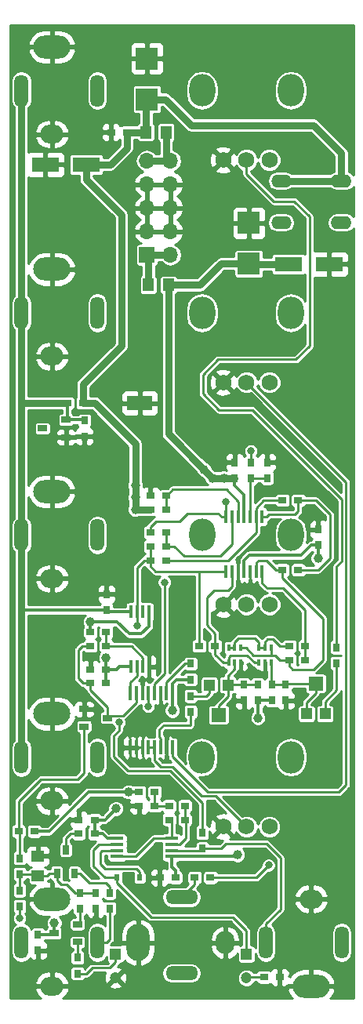
<source format=gbl>
G04 #@! TF.FileFunction,Copper,L2,Bot,Signal*
%FSLAX46Y46*%
G04 Gerber Fmt 4.6, Leading zero omitted, Abs format (unit mm)*
G04 Created by KiCad (PCBNEW 4.0.2-stable) date 2018-09-14 2:15:48 PM*
%MOMM*%
G01*
G04 APERTURE LIST*
%ADD10C,0.200000*%
%ADD11R,0.900000X0.800000*%
%ADD12R,0.800000X0.900000*%
%ADD13R,2.999740X1.600200*%
%ADD14R,1.397000X1.143000*%
%ADD15R,2.397760X2.397760*%
%ADD16R,1.200000X1.200000*%
%ADD17C,1.200000*%
%ADD18R,1.000760X0.701040*%
%ADD19R,0.609600X0.762000*%
%ADD20R,1.143000X1.397000*%
%ADD21O,4.000000X2.500000*%
%ADD22O,2.500000X2.000000*%
%ADD23O,1.500000X3.500000*%
%ADD24O,2.500000X4.000000*%
%ADD25O,2.000000X2.500000*%
%ADD26O,3.500000X1.500000*%
%ADD27R,1.700000X1.700000*%
%ADD28O,1.700000X1.700000*%
%ADD29R,0.701040X1.000760*%
%ADD30R,0.398780X0.797560*%
%ADD31O,2.200000X1.400000*%
%ADD32O,2.250000X1.400000*%
%ADD33R,1.600000X1.500000*%
%ADD34R,2.800000X1.600000*%
%ADD35R,0.400000X1.500000*%
%ADD36R,0.450000X1.450000*%
%ADD37R,1.450000X0.450000*%
%ADD38O,2.800000X3.500000*%
%ADD39C,1.750000*%
%ADD40C,1.000000*%
%ADD41C,0.800000*%
%ADD42C,0.800000*%
%ADD43C,0.350000*%
%ADD44C,0.250000*%
%ADD45C,0.254000*%
G04 APERTURE END LIST*
D10*
D11*
X93100000Y-61750000D03*
X91400000Y-61750000D03*
X89600000Y-136000000D03*
X87900000Y-136000000D03*
D12*
X104750000Y-97400000D03*
X104750000Y-99100000D03*
X113750000Y-106350000D03*
X113750000Y-104650000D03*
D11*
X96650000Y-142250000D03*
X98350000Y-142250000D03*
D12*
X83500000Y-148400000D03*
X83500000Y-150100000D03*
D13*
X88699640Y-65250000D03*
X84300360Y-65250000D03*
X114949640Y-76000000D03*
X110550360Y-76000000D03*
D14*
X83500000Y-142079500D03*
X83500000Y-139920500D03*
D11*
X89150000Y-117250000D03*
X90850000Y-117250000D03*
X90850000Y-119750000D03*
X89150000Y-119750000D03*
X112350000Y-118750000D03*
X110650000Y-118750000D03*
X100900000Y-117250000D03*
X102600000Y-117250000D03*
D12*
X88500000Y-92900000D03*
X88500000Y-94600000D03*
D15*
X95250000Y-53800360D03*
X95250000Y-58199640D03*
X106250000Y-75949640D03*
X106250000Y-71550360D03*
D16*
X91880000Y-150530000D03*
D17*
X91880000Y-153070000D03*
D18*
X83980000Y-93750000D03*
X86520000Y-94702500D03*
X86520000Y-92797500D03*
D19*
X94494600Y-142250000D03*
X92005400Y-142250000D03*
D16*
X106000000Y-150530000D03*
D17*
X106000000Y-153070000D03*
D20*
X97329500Y-61750000D03*
X95170500Y-61750000D03*
X95420500Y-78250000D03*
X97579500Y-78250000D03*
D21*
X85000000Y-52560000D03*
D22*
X85000000Y-61960000D03*
D23*
X89900000Y-57260000D03*
X81700000Y-57260000D03*
D21*
X85000000Y-76560000D03*
D22*
X85000000Y-85960000D03*
D23*
X89900000Y-81260000D03*
X81700000Y-81260000D03*
D21*
X85000000Y-100560000D03*
D22*
X85000000Y-109960000D03*
D23*
X89900000Y-105260000D03*
X81700000Y-105260000D03*
D21*
X85000000Y-124560000D03*
D22*
X85000000Y-133960000D03*
D23*
X89900000Y-129260000D03*
X81700000Y-129260000D03*
D21*
X85000000Y-144560000D03*
D22*
X85000000Y-153960000D03*
D23*
X89900000Y-149260000D03*
X81700000Y-149260000D03*
D24*
X94300000Y-149260000D03*
D25*
X103700000Y-149260000D03*
D26*
X99000000Y-144360000D03*
X99000000Y-152560000D03*
D21*
X113000000Y-153960000D03*
D22*
X113000000Y-144560000D03*
D23*
X108100000Y-149260000D03*
X116300000Y-149260000D03*
D27*
X95250000Y-75000000D03*
D28*
X97790000Y-75000000D03*
X95250000Y-72460000D03*
X97790000Y-72460000D03*
X95250000Y-69920000D03*
X97790000Y-69920000D03*
X95250000Y-67380000D03*
X97790000Y-67380000D03*
X95250000Y-64840000D03*
X97790000Y-64840000D03*
D29*
X86500000Y-139230000D03*
X85547500Y-141770000D03*
X87452500Y-141770000D03*
D18*
X85230000Y-148250000D03*
X87770000Y-149202500D03*
X87770000Y-147297500D03*
X91020000Y-125000000D03*
X88480000Y-124047500D03*
X88480000Y-125952500D03*
D30*
X108647700Y-119047560D03*
X108000000Y-119047560D03*
X107352300Y-119047560D03*
X107352300Y-117452440D03*
X108000000Y-117452440D03*
X108647700Y-117452440D03*
X105397700Y-119047560D03*
X104750000Y-119047560D03*
X104102300Y-119047560D03*
X104102300Y-117452440D03*
X104750000Y-117452440D03*
X105397700Y-117452440D03*
D12*
X81500000Y-145350000D03*
X81500000Y-143650000D03*
X91250000Y-145600000D03*
X91250000Y-143900000D03*
D11*
X87900000Y-137500000D03*
X89600000Y-137500000D03*
D12*
X88000000Y-143900000D03*
X88000000Y-145600000D03*
X87750000Y-150900000D03*
X87750000Y-152600000D03*
X100000000Y-120850000D03*
X100000000Y-119150000D03*
X89750000Y-143900000D03*
X89750000Y-145600000D03*
X81500000Y-140150000D03*
X81500000Y-141850000D03*
D11*
X81400000Y-137250000D03*
X83100000Y-137250000D03*
X89150000Y-121250000D03*
X90850000Y-121250000D03*
X89150000Y-115750000D03*
X90850000Y-115750000D03*
D12*
X115750000Y-117400000D03*
X115750000Y-119100000D03*
X100000000Y-124350000D03*
X100000000Y-122650000D03*
X105750000Y-123100000D03*
X105750000Y-121400000D03*
X107250000Y-123100000D03*
X107250000Y-121400000D03*
X110250000Y-123100000D03*
X110250000Y-121400000D03*
X108750000Y-123100000D03*
X108750000Y-121400000D03*
D11*
X109900000Y-109000000D03*
X111600000Y-109000000D03*
X112350000Y-117250000D03*
X110650000Y-117250000D03*
X95650000Y-106500000D03*
X97350000Y-106500000D03*
X95650000Y-102500000D03*
X97350000Y-102500000D03*
X111600000Y-101500000D03*
X109900000Y-101500000D03*
D12*
X106500000Y-97400000D03*
X106500000Y-99100000D03*
D11*
X95650000Y-101000000D03*
X97350000Y-101000000D03*
X97350000Y-108000000D03*
X95650000Y-108000000D03*
D12*
X108250000Y-99100000D03*
X108250000Y-97400000D03*
D11*
X97350000Y-105000000D03*
X95650000Y-105000000D03*
X102100000Y-142250000D03*
X100400000Y-142250000D03*
D12*
X101250000Y-137400000D03*
X101250000Y-139100000D03*
D11*
X88350000Y-91000000D03*
X86650000Y-91000000D03*
X96100000Y-134500000D03*
X94400000Y-134500000D03*
X94400000Y-133000000D03*
X96100000Y-133000000D03*
X97650000Y-134500000D03*
X99350000Y-134500000D03*
X99350000Y-136000000D03*
X97650000Y-136000000D03*
X109600000Y-153000000D03*
X107900000Y-153000000D03*
D31*
X109750000Y-67000000D03*
X109750000Y-71500000D03*
D32*
X116250000Y-67000000D03*
X116250000Y-71500000D03*
D33*
X103000000Y-124700000D03*
D16*
X102000000Y-121450000D03*
X104000000Y-121450000D03*
D33*
X113500000Y-121300000D03*
D16*
X114500000Y-124550000D03*
X112500000Y-124550000D03*
D34*
X94500000Y-91000000D03*
D35*
X98025000Y-128200000D03*
X97375000Y-128200000D03*
X96725000Y-128200000D03*
X96075000Y-128200000D03*
X95425000Y-128200000D03*
X94775000Y-128200000D03*
X94125000Y-128200000D03*
X93475000Y-128200000D03*
X93475000Y-122300000D03*
X94125000Y-122300000D03*
X94775000Y-122300000D03*
X95425000Y-122300000D03*
X96075000Y-122300000D03*
X96725000Y-122300000D03*
X97375000Y-122300000D03*
X98025000Y-122300000D03*
D36*
X95475000Y-119450000D03*
X94825000Y-119450000D03*
X94175000Y-119450000D03*
X93525000Y-119450000D03*
X93525000Y-113550000D03*
X94175000Y-113550000D03*
X94825000Y-113550000D03*
X95475000Y-113550000D03*
X107700000Y-109200000D03*
X107050000Y-109200000D03*
X106400000Y-109200000D03*
X105750000Y-109200000D03*
X105100000Y-109200000D03*
X104450000Y-109200000D03*
X103800000Y-109200000D03*
X103800000Y-103300000D03*
X104450000Y-103300000D03*
X105100000Y-103300000D03*
X105750000Y-103300000D03*
X106400000Y-103300000D03*
X107050000Y-103300000D03*
X107700000Y-103300000D03*
D37*
X97950000Y-138025000D03*
X97950000Y-138675000D03*
X97950000Y-139325000D03*
X97950000Y-139975000D03*
X92050000Y-139975000D03*
X92050000Y-139325000D03*
X92050000Y-138675000D03*
X92050000Y-138025000D03*
D38*
X110800000Y-57250000D03*
X101200000Y-57250000D03*
D39*
X108500000Y-64750000D03*
X106000000Y-64750000D03*
X103500000Y-64750000D03*
D38*
X110800000Y-81260000D03*
X101200000Y-81260000D03*
D39*
X108500000Y-88760000D03*
X106000000Y-88760000D03*
X103500000Y-88760000D03*
D38*
X110800000Y-105250000D03*
X101200000Y-105250000D03*
D39*
X108500000Y-112750000D03*
X106000000Y-112750000D03*
X103500000Y-112750000D03*
D38*
X110790000Y-129250000D03*
X101190000Y-129250000D03*
D39*
X108490000Y-136750000D03*
X105990000Y-136750000D03*
X103490000Y-136750000D03*
D12*
X90900000Y-113350000D03*
X90900000Y-111650000D03*
D40*
X89150000Y-114649998D03*
X94000000Y-99900000D03*
X94000000Y-101200000D03*
X90850000Y-118500000D03*
X98000000Y-124200000D03*
X94000000Y-102500000D03*
X85250000Y-147150000D03*
X91900000Y-134800000D03*
X113750000Y-107750000D03*
D41*
X102000000Y-144400000D03*
X95650000Y-99900000D03*
X94450000Y-135900000D03*
X89800000Y-124050000D03*
X89150000Y-118500000D03*
X89750000Y-146750000D03*
X83500000Y-138500000D03*
X108250000Y-94850000D03*
X104750000Y-94850000D03*
X95850000Y-144250000D03*
X113050000Y-102950000D03*
X91600000Y-131400000D03*
X114950000Y-74250000D03*
X94100000Y-126850000D03*
X94150000Y-129650000D03*
X97400000Y-126850000D03*
X95500000Y-118000000D03*
X105400000Y-120100000D03*
D40*
X105030889Y-139781918D03*
X101450000Y-98200000D03*
X102350000Y-99100000D03*
X103600000Y-99100000D03*
X93250000Y-133000006D03*
X107250000Y-125000000D03*
D41*
X92250000Y-125474970D03*
X94199998Y-115050000D03*
X81500000Y-146650000D03*
X106500000Y-96150000D03*
X97150000Y-110350000D03*
X95400000Y-123750000D03*
X108400004Y-140900000D03*
X103800000Y-101700000D03*
D42*
X94000000Y-101200000D02*
X94000000Y-99900000D01*
X94000000Y-99900000D02*
X94000000Y-95400000D01*
X94000000Y-102500000D02*
X94000000Y-101200000D01*
X109750000Y-67000000D02*
X116250000Y-67000000D01*
D43*
X90450000Y-137500000D02*
X89600000Y-137500000D01*
X92050000Y-138025000D02*
X90975000Y-138025000D01*
X90975000Y-138025000D02*
X90450000Y-137500000D01*
X89600000Y-137500000D02*
X89600000Y-136000000D01*
X89600000Y-136000000D02*
X90700000Y-136000000D01*
X90700000Y-136000000D02*
X91900000Y-134800000D01*
X90850000Y-119750000D02*
X90850000Y-118500000D01*
X90850000Y-119750000D02*
X90850000Y-121250000D01*
X92300000Y-119450000D02*
X92000000Y-119750000D01*
X92000000Y-119750000D02*
X90850000Y-119750000D01*
X93525000Y-119450000D02*
X92300000Y-119450000D01*
X98025000Y-122300000D02*
X98025000Y-124175000D01*
X98025000Y-124175000D02*
X98000000Y-124200000D01*
D42*
X94000000Y-95400000D02*
X89600000Y-91000000D01*
X89600000Y-91000000D02*
X88350000Y-91000000D01*
X95650000Y-102500000D02*
X94000000Y-102500000D01*
D43*
X85230000Y-148250000D02*
X85230000Y-147170000D01*
X85230000Y-147170000D02*
X85250000Y-147150000D01*
X95475000Y-115096002D02*
X94646001Y-115925001D01*
X95475000Y-113550000D02*
X95475000Y-115096002D01*
X94646001Y-115925001D02*
X93325001Y-115925001D01*
X93325001Y-115925001D02*
X92050000Y-114650000D01*
X92050000Y-114650000D02*
X89150000Y-114650000D01*
D42*
X113250000Y-61000000D02*
X116250000Y-64000000D01*
X116250000Y-64000000D02*
X116250000Y-67000000D01*
X100049240Y-61000000D02*
X113250000Y-61000000D01*
X95250000Y-58199640D02*
X97248880Y-58199640D01*
X97248880Y-58199640D02*
X100049240Y-61000000D01*
D43*
X113750000Y-106350000D02*
X113750000Y-107750000D01*
X106324990Y-107425010D02*
X105750000Y-108000000D01*
X105750000Y-108000000D02*
X105750000Y-109200000D01*
X113750000Y-106350000D02*
X113000000Y-106350000D01*
X111924990Y-107425010D02*
X106324990Y-107425010D01*
X113000000Y-106350000D02*
X111924990Y-107425010D01*
X83500000Y-148400000D02*
X85080000Y-148400000D01*
X85080000Y-148400000D02*
X85230000Y-148250000D01*
X100000000Y-120850000D02*
X98450000Y-120850000D01*
X98450000Y-120850000D02*
X98025000Y-121275000D01*
X98025000Y-121275000D02*
X98025000Y-122300000D01*
X89150000Y-114650000D02*
X89150000Y-115750000D01*
D42*
X92500000Y-84850000D02*
X88350000Y-89000000D01*
X88350000Y-89000000D02*
X88350000Y-91000000D01*
X92500000Y-70650460D02*
X92500000Y-84850000D01*
X88699640Y-65250000D02*
X88699640Y-66850100D01*
X88699640Y-66850100D02*
X92500000Y-70650460D01*
X93100000Y-63450000D02*
X91300000Y-65250000D01*
X91300000Y-65250000D02*
X88699640Y-65250000D01*
X93100000Y-61750000D02*
X93100000Y-63450000D01*
X95170500Y-61750000D02*
X93100000Y-61750000D01*
X95170500Y-61750000D02*
X95170500Y-58279140D01*
X95170500Y-58279140D02*
X95250000Y-58199640D01*
D43*
X88350000Y-91000000D02*
X88400000Y-91000000D01*
D44*
X95650000Y-101000000D02*
X95650000Y-99900000D01*
X94400000Y-135850000D02*
X94450000Y-135900000D01*
X94400000Y-134500000D02*
X94400000Y-135850000D01*
X88480000Y-124047500D02*
X89797500Y-124047500D01*
X89797500Y-124047500D02*
X89800000Y-124050000D01*
X89150000Y-119750000D02*
X89150000Y-118500000D01*
X89750000Y-145600000D02*
X89750000Y-146750000D01*
X83500000Y-139920500D02*
X83500000Y-138500000D01*
X108250000Y-97400000D02*
X108250000Y-94850000D01*
X104750000Y-97400000D02*
X104750000Y-94850000D01*
X93650000Y-129375000D02*
X93875000Y-129375000D01*
X93875000Y-129375000D02*
X94150000Y-129650000D01*
X93475000Y-128200000D02*
X93475000Y-129200000D01*
X93475000Y-129200000D02*
X93650000Y-129375000D01*
X94850000Y-129550000D02*
X94750000Y-129650000D01*
X94750000Y-129650000D02*
X94150000Y-129650000D01*
X94850000Y-129275000D02*
X94850000Y-129550000D01*
X94775000Y-128200000D02*
X94775000Y-129200000D01*
X94775000Y-129200000D02*
X94850000Y-129275000D01*
X93475000Y-128200000D02*
X93475000Y-127200000D01*
X93475000Y-127200000D02*
X93400000Y-127125000D01*
X93400000Y-127125000D02*
X93400000Y-126300000D01*
X93400000Y-126300000D02*
X93950000Y-126850000D01*
X93950000Y-126850000D02*
X94100000Y-126850000D01*
X94775000Y-126825000D02*
X94750000Y-126850000D01*
X94750000Y-126850000D02*
X94100000Y-126850000D01*
X94775000Y-128200000D02*
X94775000Y-126825000D01*
X96650000Y-142250000D02*
X96650000Y-143450000D01*
X96650000Y-143450000D02*
X95850000Y-144250000D01*
X113750000Y-104650000D02*
X113750000Y-103650000D01*
X113750000Y-103650000D02*
X113050000Y-102950000D01*
X114949640Y-76000000D02*
X114949640Y-74250360D01*
X114949640Y-74250360D02*
X114950000Y-74250000D01*
X94125000Y-128200000D02*
X94125000Y-126875000D01*
X94125000Y-126875000D02*
X94100000Y-126850000D01*
X94125000Y-129625000D02*
X94150000Y-129650000D01*
X94125000Y-128200000D02*
X94125000Y-129625000D01*
X97375000Y-126875000D02*
X97400000Y-126850000D01*
X97375000Y-128200000D02*
X97375000Y-126875000D01*
X94125000Y-128200000D02*
X94775000Y-128200000D01*
X95475000Y-119450000D02*
X95475000Y-118025000D01*
X95475000Y-118025000D02*
X95500000Y-118000000D01*
X105397700Y-119047560D02*
X105397700Y-120097700D01*
X105397700Y-120097700D02*
X105400000Y-120100000D01*
D43*
X97950000Y-139975000D02*
X104837807Y-139975000D01*
X104837807Y-139975000D02*
X105030889Y-139781918D01*
D42*
X97579500Y-94329500D02*
X101450000Y-98200000D01*
X101450000Y-98200000D02*
X102350000Y-99100000D01*
X102350000Y-99100000D02*
X103600000Y-99100000D01*
X103600000Y-99100000D02*
X104750000Y-99100000D01*
D43*
X93250006Y-133000000D02*
X93250000Y-133000006D01*
X94400000Y-133000000D02*
X93250006Y-133000000D01*
X107250000Y-123100000D02*
X107250000Y-125000000D01*
X108750000Y-123100000D02*
X107250000Y-123100000D01*
X83100000Y-137250000D02*
X84700000Y-137250000D01*
X84700000Y-137250000D02*
X88950000Y-133000000D01*
X94400000Y-133000000D02*
X88950000Y-133000000D01*
X97950000Y-141100000D02*
X97950000Y-139975000D01*
X98350000Y-142250000D02*
X98350000Y-141500000D01*
X98350000Y-141500000D02*
X97950000Y-141100000D01*
D42*
X97579500Y-78250000D02*
X97579500Y-94329500D01*
X101000000Y-78250000D02*
X103300360Y-75949640D01*
X103300360Y-75949640D02*
X106250000Y-75949640D01*
X97579500Y-78250000D02*
X101000000Y-78250000D01*
X110550360Y-76000000D02*
X106300360Y-76000000D01*
X106300360Y-76000000D02*
X106250000Y-75949640D01*
D43*
X105750000Y-103300000D02*
X105750000Y-100900000D01*
X105750000Y-100900000D02*
X104750000Y-99900000D01*
X104750000Y-99900000D02*
X104750000Y-99100000D01*
D44*
X81500000Y-143650000D02*
X81500000Y-141850000D01*
X81500000Y-141850000D02*
X83270500Y-141850000D01*
X83270500Y-141850000D02*
X83500000Y-142079500D01*
X83500000Y-142079500D02*
X84448500Y-142079500D01*
X84448500Y-142079500D02*
X84758000Y-141770000D01*
X84758000Y-141770000D02*
X85547500Y-141770000D01*
X85547500Y-141770000D02*
X85547500Y-142520380D01*
X85547500Y-142520380D02*
X85977120Y-142950000D01*
X85977120Y-142950000D02*
X86550000Y-142950000D01*
X86550000Y-142950000D02*
X87500000Y-143900000D01*
X87500000Y-143900000D02*
X88000000Y-143900000D01*
X89750000Y-143900000D02*
X88000000Y-143900000D01*
X89150000Y-121250000D02*
X88350000Y-121250000D01*
X88350000Y-121250000D02*
X87850017Y-120750017D01*
X87850017Y-120750017D02*
X87850017Y-117649983D01*
X87850017Y-117649983D02*
X88250000Y-117250000D01*
X88250000Y-117250000D02*
X89150000Y-117250000D01*
X89150000Y-121250000D02*
X89150000Y-122000000D01*
X89150000Y-122000000D02*
X91020000Y-123870000D01*
X91020000Y-124399480D02*
X91020000Y-125000000D01*
X91020000Y-123870000D02*
X91020000Y-124399480D01*
X91270032Y-124749968D02*
X91020000Y-125000000D01*
X92675032Y-124749968D02*
X91270032Y-124749968D01*
X94125000Y-123300000D02*
X92675032Y-124749968D01*
X94125000Y-122300000D02*
X94125000Y-123300000D01*
X90850000Y-115750000D02*
X90850000Y-117250000D01*
X94825000Y-119450000D02*
X94825000Y-118475000D01*
X94825000Y-118475000D02*
X93600000Y-117250000D01*
X93600000Y-117250000D02*
X91550000Y-117250000D01*
X91550000Y-117250000D02*
X90850000Y-117250000D01*
X107700000Y-109200000D02*
X107700000Y-110450000D01*
X107700000Y-110450000D02*
X108250000Y-111000000D01*
X108250000Y-111000000D02*
X109975000Y-111000000D01*
X112350000Y-113375000D02*
X112350000Y-116600000D01*
X109975000Y-111000000D02*
X112350000Y-113375000D01*
X112350000Y-116600000D02*
X112350000Y-117250000D01*
X112350000Y-118750000D02*
X112350000Y-117250000D01*
X109200000Y-109000000D02*
X109900000Y-109000000D01*
X107299979Y-107975021D02*
X108175021Y-107975021D01*
X108175021Y-107975021D02*
X109200000Y-109000000D01*
X107050000Y-108225000D02*
X107299979Y-107975021D01*
X107050000Y-109200000D02*
X107050000Y-108225000D01*
X110650000Y-118750000D02*
X110650000Y-119400000D01*
X110650000Y-119400000D02*
X111000000Y-119750000D01*
X113250000Y-119750000D02*
X114250000Y-118750000D01*
X111000000Y-119750000D02*
X113250000Y-119750000D01*
X114250000Y-114250000D02*
X109900000Y-109900000D01*
X114250000Y-118750000D02*
X114250000Y-114250000D01*
X109900000Y-109900000D02*
X109900000Y-109000000D01*
X106750000Y-118250000D02*
X108700000Y-118250000D01*
X108700000Y-118250000D02*
X109150000Y-118250000D01*
X108647700Y-117452440D02*
X108647700Y-118197700D01*
X108647700Y-118197700D02*
X108700000Y-118250000D01*
X105397700Y-117452440D02*
X105952440Y-117452440D01*
X105952440Y-117452440D02*
X106750000Y-118250000D01*
X109150000Y-118250000D02*
X109650000Y-118750000D01*
X109650000Y-118750000D02*
X110650000Y-118750000D01*
X101250000Y-137400000D02*
X101250000Y-134150000D01*
X101250000Y-134150000D02*
X97800000Y-130700000D01*
X97800000Y-130700000D02*
X93200000Y-130700000D01*
X92250000Y-126350000D02*
X92250000Y-125474970D01*
X93200000Y-130700000D02*
X91700000Y-129200000D01*
X91700000Y-129200000D02*
X91700000Y-126900000D01*
X91700000Y-126900000D02*
X92250000Y-126350000D01*
X94175000Y-115025002D02*
X94199998Y-115050000D01*
X94175000Y-113550000D02*
X94175000Y-115025002D01*
X103800000Y-109200000D02*
X100900000Y-109200000D01*
X100900000Y-109200000D02*
X96200000Y-109200000D01*
X100900000Y-112100000D02*
X100900000Y-109200000D01*
X95650000Y-108650000D02*
X95650000Y-108000000D01*
X96200000Y-109200000D02*
X95650000Y-108650000D01*
X100900000Y-117250000D02*
X100900000Y-112100000D01*
X95650000Y-108000000D02*
X94950000Y-108000000D01*
X94950000Y-108000000D02*
X94175000Y-108775000D01*
X94175000Y-108775000D02*
X94175000Y-112575000D01*
X94175000Y-112575000D02*
X94175000Y-113550000D01*
X95650000Y-108000000D02*
X95650000Y-106500000D01*
X104450000Y-109200000D02*
X104450000Y-110800000D01*
X104450000Y-110800000D02*
X104000000Y-111250000D01*
X101750000Y-115000000D02*
X102600000Y-115850000D01*
X104000000Y-111250000D02*
X102500000Y-111250000D01*
X102500000Y-111250000D02*
X101750000Y-112000000D01*
X101750000Y-112000000D02*
X101750000Y-115000000D01*
X102600000Y-115850000D02*
X102600000Y-117250000D01*
X107352300Y-119047560D02*
X106902910Y-119047560D01*
X106105350Y-118250000D02*
X104250000Y-118250000D01*
X106902910Y-119047560D02*
X106105350Y-118250000D01*
X104250000Y-118250000D02*
X104102300Y-118397700D01*
X104102300Y-118397700D02*
X104102300Y-119047560D01*
X102600000Y-118150000D02*
X103497560Y-119047560D01*
X103497560Y-119047560D02*
X104102300Y-119047560D01*
X102600000Y-117250000D02*
X102600000Y-118150000D01*
D42*
X81700000Y-113300000D02*
X81700000Y-129260000D01*
X81700000Y-105260000D02*
X81700000Y-113300000D01*
D43*
X81700000Y-113300000D02*
X81750000Y-113350000D01*
X81750000Y-113350000D02*
X90900000Y-113350000D01*
X93525000Y-113550000D02*
X91100000Y-113550000D01*
X91100000Y-113550000D02*
X90900000Y-113350000D01*
D42*
X81700000Y-83810000D02*
X81700000Y-91000000D01*
X81700000Y-91000000D02*
X81700000Y-105260000D01*
X86650000Y-91000000D02*
X85400000Y-91000000D01*
X85400000Y-91000000D02*
X81700000Y-91000000D01*
X81700000Y-81260000D02*
X81700000Y-83810000D01*
X81700000Y-81260000D02*
X81700000Y-59950000D01*
X81700000Y-59950000D02*
X81700000Y-57260000D01*
D43*
X86520000Y-92797500D02*
X88397500Y-92797500D01*
X88397500Y-92797500D02*
X88500000Y-92900000D01*
X86650000Y-91000000D02*
X86650000Y-92667500D01*
X86650000Y-92667500D02*
X86520000Y-92797500D01*
D44*
X93525000Y-113550000D02*
X93475000Y-113500000D01*
X89350000Y-152000000D02*
X88750000Y-152600000D01*
X88750000Y-152600000D02*
X87750000Y-152600000D01*
X91260000Y-152000000D02*
X89350000Y-152000000D01*
X91880000Y-150530000D02*
X91880000Y-151380000D01*
X91880000Y-151380000D02*
X91260000Y-152000000D01*
X94494600Y-142250000D02*
X94494600Y-141619000D01*
X94494600Y-141619000D02*
X94125600Y-141250000D01*
X90250000Y-139500000D02*
X90425000Y-139325000D01*
X94125600Y-141250000D02*
X90750000Y-141250000D01*
X90750000Y-141250000D02*
X90250000Y-140750000D01*
X90250000Y-140750000D02*
X90250000Y-139500000D01*
X90425000Y-139325000D02*
X92050000Y-139325000D01*
X106000000Y-150530000D02*
X106000000Y-148000000D01*
X106000000Y-148000000D02*
X104500000Y-146500000D01*
X104500000Y-146500000D02*
X95700000Y-146500000D01*
X95700000Y-146500000D02*
X92005400Y-142805400D01*
X92005400Y-142805400D02*
X92005400Y-142250000D01*
X89500000Y-141000000D02*
X90750000Y-142250000D01*
X90750000Y-142250000D02*
X92005400Y-142250000D01*
X89500000Y-139250000D02*
X89500000Y-141000000D01*
X90075000Y-138675000D02*
X89500000Y-139250000D01*
X92050000Y-138675000D02*
X90075000Y-138675000D01*
X107900000Y-153000000D02*
X106070000Y-153000000D01*
X106070000Y-153000000D02*
X106000000Y-153070000D01*
D42*
X97329500Y-61750000D02*
X97329500Y-64379500D01*
X97329500Y-64379500D02*
X97790000Y-64840000D01*
X97790000Y-64840000D02*
X95250000Y-64840000D01*
X97790000Y-75000000D02*
X95250000Y-75000000D01*
X95420500Y-78250000D02*
X95420500Y-75170500D01*
X95420500Y-75170500D02*
X95250000Y-75000000D01*
D44*
X91250000Y-145600000D02*
X91250000Y-148910000D01*
X91250000Y-148910000D02*
X90900000Y-149260000D01*
X90900000Y-149260000D02*
X89900000Y-149260000D01*
X100400000Y-142250000D02*
X100400000Y-142960000D01*
X100400000Y-142960000D02*
X99000000Y-144360000D01*
X101250000Y-139100000D02*
X103300000Y-139100000D01*
X103300000Y-139100000D02*
X103800000Y-138600000D01*
X103800000Y-138600000D02*
X108200000Y-138600000D01*
X109700000Y-145660000D02*
X108100000Y-147260000D01*
X108200000Y-138600000D02*
X109700000Y-140100000D01*
X109700000Y-140100000D02*
X109700000Y-145660000D01*
X108100000Y-147260000D02*
X108100000Y-149260000D01*
X97950000Y-139325000D02*
X101025000Y-139325000D01*
X101025000Y-139325000D02*
X101250000Y-139100000D01*
X86500000Y-138000000D02*
X87000000Y-137500000D01*
X87000000Y-137500000D02*
X87900000Y-137500000D01*
X86500000Y-139230000D02*
X86500000Y-138000000D01*
X90850000Y-142800000D02*
X91250000Y-143200000D01*
X91250000Y-143200000D02*
X91250000Y-143900000D01*
X89083020Y-142800000D02*
X90850000Y-142800000D01*
X87452500Y-141770000D02*
X88053020Y-141770000D01*
X88053020Y-141770000D02*
X89083020Y-142800000D01*
X87750000Y-150900000D02*
X87750000Y-149222500D01*
X87750000Y-149222500D02*
X87770000Y-149202500D01*
X88000000Y-145600000D02*
X88000000Y-147067500D01*
X88000000Y-147067500D02*
X87770000Y-147297500D01*
X87748001Y-131675001D02*
X88480000Y-130943002D01*
X83774999Y-131675001D02*
X87748001Y-131675001D01*
X88480000Y-130943002D02*
X88480000Y-126553020D01*
X81400000Y-134050000D02*
X83774999Y-131675001D01*
X88480000Y-126553020D02*
X88480000Y-125952500D01*
X81400000Y-137250000D02*
X81400000Y-134050000D01*
X81500000Y-140150000D02*
X81500000Y-137350000D01*
X81500000Y-137350000D02*
X81400000Y-137250000D01*
X108750000Y-121400000D02*
X110250000Y-121400000D01*
X108750000Y-121400000D02*
X108650000Y-121300000D01*
X108650000Y-121300000D02*
X108650000Y-119049860D01*
X113500000Y-121300000D02*
X113500000Y-122300000D01*
X113500000Y-122300000D02*
X112500000Y-123300000D01*
X112500000Y-123300000D02*
X112500000Y-124550000D01*
X113500000Y-121300000D02*
X110350000Y-121300000D01*
X110350000Y-121300000D02*
X110250000Y-121400000D01*
X108650000Y-119049860D02*
X108647700Y-119047560D01*
X81500000Y-146650000D02*
X81500000Y-145350000D01*
X100000000Y-119150000D02*
X99350000Y-119150000D01*
X99350000Y-119150000D02*
X97375000Y-121125000D01*
X97375000Y-121125000D02*
X97375000Y-121300000D01*
X97375000Y-121300000D02*
X97375000Y-122300000D01*
X106000000Y-64750000D02*
X106000000Y-66250000D01*
X106000000Y-66250000D02*
X108950000Y-69200000D01*
X108950000Y-69200000D02*
X111150000Y-69200000D01*
X116300000Y-101400000D02*
X116300000Y-108100000D01*
X111150000Y-69200000D02*
X112800000Y-70850000D01*
X112800000Y-70850000D02*
X112800000Y-84849538D01*
X106650000Y-91750000D02*
X116300000Y-101400000D01*
X116300000Y-108100000D02*
X115750000Y-108650000D01*
X112800000Y-84849538D02*
X111349538Y-86300000D01*
X101300000Y-87950000D02*
X101300000Y-90000000D01*
X115750000Y-108650000D02*
X115750000Y-117400000D01*
X111349538Y-86300000D02*
X102950000Y-86300000D01*
X102950000Y-86300000D02*
X101300000Y-87950000D01*
X103050000Y-91750000D02*
X106650000Y-91750000D01*
X101300000Y-90000000D02*
X103050000Y-91750000D01*
X115750000Y-119100000D02*
X115750000Y-122000000D01*
X115750000Y-122000000D02*
X114500000Y-123250000D01*
X114500000Y-123250000D02*
X114500000Y-124550000D01*
X100000000Y-124350000D02*
X99950000Y-124400000D01*
X99950000Y-124400000D02*
X99950000Y-125800000D01*
X99950000Y-125800000D02*
X97050000Y-125800000D01*
X97050000Y-125800000D02*
X96600000Y-126250000D01*
X96600000Y-126250000D02*
X96600000Y-127075000D01*
X96600000Y-127075000D02*
X96725000Y-127200000D01*
X96725000Y-127200000D02*
X96725000Y-128200000D01*
X102000000Y-121450000D02*
X102000000Y-122350000D01*
X102000000Y-122350000D02*
X101700000Y-122650000D01*
X101700000Y-122650000D02*
X100000000Y-122650000D01*
X111600000Y-101500000D02*
X113500000Y-101500000D01*
X115000000Y-103000000D02*
X115000000Y-107750000D01*
X113500000Y-101500000D02*
X115000000Y-103000000D01*
X115000000Y-107750000D02*
X113750000Y-109000000D01*
X113750000Y-109000000D02*
X111600000Y-109000000D01*
X111250000Y-103000000D02*
X111600000Y-102650000D01*
X111600000Y-102650000D02*
X111600000Y-101500000D01*
X108475000Y-103000000D02*
X111250000Y-103000000D01*
X107700000Y-103300000D02*
X108175000Y-103300000D01*
X108175000Y-103300000D02*
X108475000Y-103000000D01*
X104045002Y-108000000D02*
X98050000Y-108000000D01*
X107050000Y-103300000D02*
X107050000Y-104995002D01*
X107050000Y-104995002D02*
X104045002Y-108000000D01*
X98050000Y-108000000D02*
X97350000Y-108000000D01*
X109900000Y-101500000D02*
X107875000Y-101500000D01*
X107875000Y-101500000D02*
X107050000Y-102325000D01*
X107050000Y-102325000D02*
X107050000Y-103300000D01*
X106500000Y-96150000D02*
X106500000Y-97400000D01*
X97150000Y-119250000D02*
X97150000Y-110350000D01*
X97150000Y-120225000D02*
X97150000Y-119250000D01*
X96075000Y-122300000D02*
X96075000Y-121300000D01*
X96075000Y-121300000D02*
X97150000Y-120225000D01*
X106500000Y-99100000D02*
X108250000Y-99100000D01*
X106400000Y-103300000D02*
X106400000Y-99200000D01*
X106400000Y-99200000D02*
X106500000Y-99100000D01*
X97950000Y-138675000D02*
X98825000Y-138675000D01*
X98825000Y-138675000D02*
X99500000Y-138000000D01*
X99500000Y-138000000D02*
X99500000Y-136150000D01*
X99500000Y-136150000D02*
X99350000Y-136000000D01*
X99350000Y-134500000D02*
X99350000Y-136000000D01*
X97950000Y-138025000D02*
X96022924Y-138025000D01*
X96022924Y-138025000D02*
X94072924Y-139975000D01*
X94072924Y-139975000D02*
X92550000Y-139975000D01*
X92550000Y-139975000D02*
X92050000Y-139975000D01*
X97950000Y-138025000D02*
X97950000Y-136300000D01*
X97950000Y-136300000D02*
X97650000Y-136000000D01*
X98025000Y-129200000D02*
X98025000Y-128200000D01*
X101825000Y-133000000D02*
X98025000Y-129200000D01*
X116750011Y-99510011D02*
X116750011Y-132249989D01*
X106000000Y-88760000D02*
X116750011Y-99510011D01*
X116000000Y-133000000D02*
X101825000Y-133000000D01*
X116750011Y-132249989D02*
X116000000Y-133000000D01*
X96075000Y-128200000D02*
X96075000Y-129575000D01*
X96075000Y-129575000D02*
X96749989Y-130249989D01*
X96749989Y-130249989D02*
X97986400Y-130249989D01*
X97986400Y-130249989D02*
X101186421Y-133450011D01*
X105115001Y-135875001D02*
X105990000Y-136750000D01*
X101186421Y-133450011D02*
X102690011Y-133450011D01*
X102690011Y-133450011D02*
X105115001Y-135875001D01*
X95425000Y-128200000D02*
X96075000Y-128200000D01*
X95400000Y-123750000D02*
X95400000Y-122325000D01*
X95400000Y-122325000D02*
X95425000Y-122300000D01*
X104000000Y-120600000D02*
X104000000Y-121450000D01*
X104000000Y-120446340D02*
X104000000Y-120600000D01*
X104750000Y-119696340D02*
X104000000Y-120446340D01*
X104000000Y-122700000D02*
X104000000Y-121450000D01*
X105750000Y-121400000D02*
X104050000Y-121400000D01*
X104050000Y-121400000D02*
X104000000Y-121450000D01*
X103000000Y-123700000D02*
X104000000Y-122700000D01*
X104750000Y-119047560D02*
X104750000Y-119696340D01*
X103000000Y-124700000D02*
X103000000Y-123700000D01*
X107250000Y-121400000D02*
X105750000Y-121400000D01*
X109600000Y-117250000D02*
X110650000Y-117250000D01*
X108000000Y-116803660D02*
X108303660Y-116500000D01*
X108850000Y-116500000D02*
X109600000Y-117250000D01*
X108303660Y-116500000D02*
X108850000Y-116500000D01*
X108000000Y-117452440D02*
X108000000Y-116803660D01*
X107352300Y-117452440D02*
X107352300Y-116803660D01*
X107352300Y-116803660D02*
X106948640Y-116400000D01*
X106948640Y-116400000D02*
X105153660Y-116400000D01*
X105153660Y-116400000D02*
X104750000Y-116803660D01*
X104750000Y-116803660D02*
X104750000Y-117452440D01*
X107352300Y-117452440D02*
X108000000Y-117452440D01*
X104102300Y-117452440D02*
X104750000Y-117452440D01*
X105100000Y-101626996D02*
X103823004Y-100350000D01*
X97400000Y-101000000D02*
X97350000Y-101000000D01*
X103823004Y-100350000D02*
X98050000Y-100350000D01*
X98050000Y-100350000D02*
X97400000Y-101000000D01*
X105100000Y-103300000D02*
X105100000Y-101626996D01*
X97350000Y-102500000D02*
X97350000Y-101000000D01*
X99250000Y-107550000D02*
X98200000Y-106500000D01*
X98200000Y-106500000D02*
X97350000Y-106500000D01*
X104450000Y-106250000D02*
X103150000Y-107550000D01*
X103150000Y-107550000D02*
X99250000Y-107550000D01*
X104450000Y-103300000D02*
X104450000Y-106250000D01*
X97350000Y-106500000D02*
X97350000Y-105000000D01*
X102100000Y-142250000D02*
X107050004Y-142250000D01*
X107050004Y-142250000D02*
X108000005Y-141299999D01*
X108000005Y-141299999D02*
X108400004Y-140900000D01*
X103800000Y-103300000D02*
X103800000Y-101700000D01*
X99600000Y-102900000D02*
X98750000Y-103750000D01*
X98750000Y-103750000D02*
X96250000Y-103750000D01*
X102925000Y-102900000D02*
X99600000Y-102900000D01*
X103800000Y-103300000D02*
X103325000Y-103300000D01*
X103325000Y-103300000D02*
X102925000Y-102900000D01*
X96250000Y-103750000D02*
X95650000Y-104350000D01*
X95650000Y-104350000D02*
X95650000Y-105000000D01*
X96100000Y-134500000D02*
X97650000Y-134500000D01*
X96100000Y-133000000D02*
X96100000Y-134500000D01*
X94175000Y-119450000D02*
X94175000Y-120425000D01*
X94175000Y-120425000D02*
X93475000Y-121125000D01*
X93475000Y-121125000D02*
X93475000Y-122300000D01*
D45*
G36*
X117544000Y-66348034D02*
X117468886Y-66235618D01*
X117118185Y-66001286D01*
X117031000Y-65983944D01*
X117031000Y-64000000D01*
X116971550Y-63701124D01*
X116833300Y-63494219D01*
X116802251Y-63447750D01*
X113802250Y-60447750D01*
X113548876Y-60278450D01*
X113250000Y-60219000D01*
X100372740Y-60219000D01*
X97801130Y-57647390D01*
X97547756Y-57478090D01*
X97248880Y-57418640D01*
X96837344Y-57418640D01*
X96837344Y-57000760D01*
X96810777Y-56859570D01*
X96809929Y-56858251D01*
X99419000Y-56858251D01*
X99419000Y-57641749D01*
X99554571Y-58323308D01*
X99940643Y-58901106D01*
X100518441Y-59287178D01*
X101200000Y-59422749D01*
X101881559Y-59287178D01*
X102459357Y-58901106D01*
X102845429Y-58323308D01*
X102981000Y-57641749D01*
X102981000Y-56858251D01*
X109019000Y-56858251D01*
X109019000Y-57641749D01*
X109154571Y-58323308D01*
X109540643Y-58901106D01*
X110118441Y-59287178D01*
X110800000Y-59422749D01*
X111481559Y-59287178D01*
X112059357Y-58901106D01*
X112445429Y-58323308D01*
X112581000Y-57641749D01*
X112581000Y-56858251D01*
X112445429Y-56176692D01*
X112059357Y-55598894D01*
X111481559Y-55212822D01*
X110800000Y-55077251D01*
X110118441Y-55212822D01*
X109540643Y-55598894D01*
X109154571Y-56176692D01*
X109019000Y-56858251D01*
X102981000Y-56858251D01*
X102845429Y-56176692D01*
X102459357Y-55598894D01*
X101881559Y-55212822D01*
X101200000Y-55077251D01*
X100518441Y-55212822D01*
X99940643Y-55598894D01*
X99554571Y-56176692D01*
X99419000Y-56858251D01*
X96809929Y-56858251D01*
X96727334Y-56729895D01*
X96600014Y-56642901D01*
X96448880Y-56612296D01*
X94051120Y-56612296D01*
X93909930Y-56638863D01*
X93780255Y-56722306D01*
X93693261Y-56849626D01*
X93662656Y-57000760D01*
X93662656Y-59398520D01*
X93689223Y-59539710D01*
X93772666Y-59669385D01*
X93899986Y-59756379D01*
X94051120Y-59786984D01*
X94389500Y-59786984D01*
X94389500Y-60733559D01*
X94328135Y-60773046D01*
X94241141Y-60900366D01*
X94227242Y-60969000D01*
X93586859Y-60969000D01*
X93550000Y-60961536D01*
X92650000Y-60961536D01*
X92508810Y-60988103D01*
X92412963Y-61049778D01*
X92388327Y-60990301D01*
X92209698Y-60811673D01*
X91976309Y-60715000D01*
X91685750Y-60715000D01*
X91527000Y-60873750D01*
X91527000Y-61623000D01*
X91547000Y-61623000D01*
X91547000Y-61877000D01*
X91527000Y-61877000D01*
X91527000Y-62626250D01*
X91685750Y-62785000D01*
X91976309Y-62785000D01*
X92209698Y-62688327D01*
X92319000Y-62579026D01*
X92319000Y-63126499D01*
X90976500Y-64469000D01*
X90587974Y-64469000D01*
X90587974Y-64449900D01*
X90561407Y-64308710D01*
X90477964Y-64179035D01*
X90350644Y-64092041D01*
X90199510Y-64061436D01*
X87199770Y-64061436D01*
X87058580Y-64088003D01*
X86928905Y-64171446D01*
X86841911Y-64298766D01*
X86811306Y-64449900D01*
X86811306Y-66050100D01*
X86837873Y-66191290D01*
X86921316Y-66320965D01*
X87048636Y-66407959D01*
X87199770Y-66438564D01*
X87918640Y-66438564D01*
X87918640Y-66850100D01*
X87948457Y-67000000D01*
X87978090Y-67148976D01*
X88147390Y-67402350D01*
X91719000Y-70973961D01*
X91719000Y-84526499D01*
X87797750Y-88447750D01*
X87628450Y-88701124D01*
X87569000Y-89000000D01*
X87569000Y-90409557D01*
X87542141Y-90448866D01*
X87511536Y-90600000D01*
X87511536Y-91400000D01*
X87538103Y-91541190D01*
X87621546Y-91670865D01*
X87748866Y-91757859D01*
X87900000Y-91788464D01*
X88800000Y-91788464D01*
X88839667Y-91781000D01*
X89276500Y-91781000D01*
X93219000Y-95723501D01*
X93219000Y-99483531D01*
X93119153Y-99723989D01*
X93118847Y-100074473D01*
X93219000Y-100316861D01*
X93219000Y-100783531D01*
X93119153Y-101023989D01*
X93118847Y-101374473D01*
X93219000Y-101616861D01*
X93219000Y-102083531D01*
X93119153Y-102323989D01*
X93118847Y-102674473D01*
X93252689Y-102998395D01*
X93500302Y-103246440D01*
X93823989Y-103380847D01*
X94174473Y-103381153D01*
X94416861Y-103281000D01*
X95163141Y-103281000D01*
X95200000Y-103288464D01*
X96047462Y-103288464D01*
X95892204Y-103392204D01*
X95292204Y-103992204D01*
X95182517Y-104156362D01*
X95170436Y-104217099D01*
X95058810Y-104238103D01*
X94929135Y-104321546D01*
X94842141Y-104448866D01*
X94811536Y-104600000D01*
X94811536Y-105400000D01*
X94838103Y-105541190D01*
X94921546Y-105670865D01*
X95038798Y-105750980D01*
X94929135Y-105821546D01*
X94842141Y-105948866D01*
X94811536Y-106100000D01*
X94811536Y-106900000D01*
X94838103Y-107041190D01*
X94921546Y-107170865D01*
X95038798Y-107250980D01*
X94929135Y-107321546D01*
X94842141Y-107448866D01*
X94828091Y-107518249D01*
X94756362Y-107532517D01*
X94629588Y-107617225D01*
X94592204Y-107642204D01*
X93817204Y-108417204D01*
X93707517Y-108581362D01*
X93669000Y-108775000D01*
X93669000Y-112436536D01*
X93300000Y-112436536D01*
X93158810Y-112463103D01*
X93029135Y-112546546D01*
X92942141Y-112673866D01*
X92911536Y-112825000D01*
X92911536Y-112994000D01*
X91688464Y-112994000D01*
X91688464Y-112900000D01*
X91661897Y-112758810D01*
X91600222Y-112662963D01*
X91659699Y-112638327D01*
X91838327Y-112459698D01*
X91935000Y-112226309D01*
X91935000Y-111935750D01*
X91776250Y-111777000D01*
X91027000Y-111777000D01*
X91027000Y-111797000D01*
X90773000Y-111797000D01*
X90773000Y-111777000D01*
X90023750Y-111777000D01*
X89865000Y-111935750D01*
X89865000Y-112226309D01*
X89961673Y-112459698D01*
X90140301Y-112638327D01*
X90200602Y-112663305D01*
X90142141Y-112748866D01*
X90133001Y-112794000D01*
X82481000Y-112794000D01*
X82481000Y-110340434D01*
X83159876Y-110340434D01*
X83184258Y-110462396D01*
X83495702Y-111023337D01*
X83998101Y-111422394D01*
X84614970Y-111598815D01*
X84873000Y-111441012D01*
X84873000Y-110087000D01*
X85127000Y-110087000D01*
X85127000Y-111441012D01*
X85385030Y-111598815D01*
X86001899Y-111422394D01*
X86440904Y-111073691D01*
X89865000Y-111073691D01*
X89865000Y-111364250D01*
X90023750Y-111523000D01*
X90773000Y-111523000D01*
X90773000Y-110723750D01*
X91027000Y-110723750D01*
X91027000Y-111523000D01*
X91776250Y-111523000D01*
X91935000Y-111364250D01*
X91935000Y-111073691D01*
X91838327Y-110840302D01*
X91659699Y-110661673D01*
X91426310Y-110565000D01*
X91185750Y-110565000D01*
X91027000Y-110723750D01*
X90773000Y-110723750D01*
X90614250Y-110565000D01*
X90373690Y-110565000D01*
X90140301Y-110661673D01*
X89961673Y-110840302D01*
X89865000Y-111073691D01*
X86440904Y-111073691D01*
X86504298Y-111023337D01*
X86815742Y-110462396D01*
X86840124Y-110340434D01*
X86720777Y-110087000D01*
X85127000Y-110087000D01*
X84873000Y-110087000D01*
X83279223Y-110087000D01*
X83159876Y-110340434D01*
X82481000Y-110340434D01*
X82481000Y-109579566D01*
X83159876Y-109579566D01*
X83279223Y-109833000D01*
X84873000Y-109833000D01*
X84873000Y-108478988D01*
X85127000Y-108478988D01*
X85127000Y-109833000D01*
X86720777Y-109833000D01*
X86840124Y-109579566D01*
X86815742Y-109457604D01*
X86504298Y-108896663D01*
X86001899Y-108497606D01*
X85385030Y-108321185D01*
X85127000Y-108478988D01*
X84873000Y-108478988D01*
X84614970Y-108321185D01*
X83998101Y-108497606D01*
X83495702Y-108896663D01*
X83184258Y-109457604D01*
X83159876Y-109579566D01*
X82481000Y-109579566D01*
X82481000Y-107114007D01*
X82499738Y-107101487D01*
X82744908Y-106734564D01*
X82831000Y-106301749D01*
X82831000Y-104218251D01*
X88769000Y-104218251D01*
X88769000Y-106301749D01*
X88855092Y-106734564D01*
X89100262Y-107101487D01*
X89467185Y-107346657D01*
X89900000Y-107432749D01*
X90332815Y-107346657D01*
X90699738Y-107101487D01*
X90944908Y-106734564D01*
X91031000Y-106301749D01*
X91031000Y-104218251D01*
X90944908Y-103785436D01*
X90699738Y-103418513D01*
X90332815Y-103173343D01*
X89900000Y-103087251D01*
X89467185Y-103173343D01*
X89100262Y-103418513D01*
X88855092Y-103785436D01*
X88769000Y-104218251D01*
X82831000Y-104218251D01*
X82744908Y-103785436D01*
X82499738Y-103418513D01*
X82481000Y-103405993D01*
X82481000Y-101200751D01*
X82827301Y-101803094D01*
X83411309Y-102252912D01*
X84123000Y-102445000D01*
X84873000Y-102445000D01*
X84873000Y-100687000D01*
X85127000Y-100687000D01*
X85127000Y-102445000D01*
X85877000Y-102445000D01*
X86588691Y-102252912D01*
X87172699Y-101803094D01*
X87540114Y-101164026D01*
X87587695Y-100979645D01*
X87471572Y-100687000D01*
X85127000Y-100687000D01*
X84873000Y-100687000D01*
X84853000Y-100687000D01*
X84853000Y-100433000D01*
X84873000Y-100433000D01*
X84873000Y-98675000D01*
X85127000Y-98675000D01*
X85127000Y-100433000D01*
X87471572Y-100433000D01*
X87587695Y-100140355D01*
X87540114Y-99955974D01*
X87172699Y-99316906D01*
X86588691Y-98867088D01*
X85877000Y-98675000D01*
X85127000Y-98675000D01*
X84873000Y-98675000D01*
X84123000Y-98675000D01*
X83411309Y-98867088D01*
X82827301Y-99316906D01*
X82481000Y-99919249D01*
X82481000Y-94988250D01*
X85384620Y-94988250D01*
X85384620Y-95179329D01*
X85481293Y-95412718D01*
X85659921Y-95591347D01*
X85893310Y-95688020D01*
X86234250Y-95688020D01*
X86393000Y-95529270D01*
X86393000Y-94829500D01*
X86647000Y-94829500D01*
X86647000Y-95529270D01*
X86805750Y-95688020D01*
X87146690Y-95688020D01*
X87380079Y-95591347D01*
X87558707Y-95412718D01*
X87560815Y-95407628D01*
X87561673Y-95409698D01*
X87740301Y-95588327D01*
X87973690Y-95685000D01*
X88214250Y-95685000D01*
X88373000Y-95526250D01*
X88373000Y-94727000D01*
X88627000Y-94727000D01*
X88627000Y-95526250D01*
X88785750Y-95685000D01*
X89026310Y-95685000D01*
X89259699Y-95588327D01*
X89438327Y-95409698D01*
X89535000Y-95176309D01*
X89535000Y-94885750D01*
X89376250Y-94727000D01*
X88627000Y-94727000D01*
X88373000Y-94727000D01*
X87623750Y-94727000D01*
X87508940Y-94841810D01*
X87496630Y-94829500D01*
X86647000Y-94829500D01*
X86393000Y-94829500D01*
X85543370Y-94829500D01*
X85384620Y-94988250D01*
X82481000Y-94988250D01*
X82481000Y-93399480D01*
X83091156Y-93399480D01*
X83091156Y-94100520D01*
X83117723Y-94241710D01*
X83201166Y-94371385D01*
X83328486Y-94458379D01*
X83479620Y-94488984D01*
X84480380Y-94488984D01*
X84621570Y-94462417D01*
X84751245Y-94378974D01*
X84838239Y-94251654D01*
X84843500Y-94225671D01*
X85384620Y-94225671D01*
X85384620Y-94416750D01*
X85543370Y-94575500D01*
X86393000Y-94575500D01*
X86393000Y-93875730D01*
X86234250Y-93716980D01*
X85893310Y-93716980D01*
X85659921Y-93813653D01*
X85481293Y-93992282D01*
X85384620Y-94225671D01*
X84843500Y-94225671D01*
X84868844Y-94100520D01*
X84868844Y-93399480D01*
X84842277Y-93258290D01*
X84758834Y-93128615D01*
X84631514Y-93041621D01*
X84480380Y-93011016D01*
X83479620Y-93011016D01*
X83338430Y-93037583D01*
X83208755Y-93121026D01*
X83121761Y-93248346D01*
X83091156Y-93399480D01*
X82481000Y-93399480D01*
X82481000Y-91781000D01*
X86094000Y-91781000D01*
X86094000Y-92058516D01*
X86019620Y-92058516D01*
X85878430Y-92085083D01*
X85748755Y-92168526D01*
X85661761Y-92295846D01*
X85631156Y-92446980D01*
X85631156Y-93148020D01*
X85657723Y-93289210D01*
X85741166Y-93418885D01*
X85868486Y-93505879D01*
X86019620Y-93536484D01*
X87020380Y-93536484D01*
X87161570Y-93509917D01*
X87291245Y-93426474D01*
X87341106Y-93353500D01*
X87712195Y-93353500D01*
X87738103Y-93491190D01*
X87799778Y-93587037D01*
X87740301Y-93611673D01*
X87561673Y-93790302D01*
X87501646Y-93935220D01*
X87380079Y-93813653D01*
X87146690Y-93716980D01*
X86805750Y-93716980D01*
X86647000Y-93875730D01*
X86647000Y-94575500D01*
X87496630Y-94575500D01*
X87611440Y-94460690D01*
X87623750Y-94473000D01*
X88373000Y-94473000D01*
X88373000Y-94453000D01*
X88627000Y-94453000D01*
X88627000Y-94473000D01*
X89376250Y-94473000D01*
X89535000Y-94314250D01*
X89535000Y-94023691D01*
X89438327Y-93790302D01*
X89259699Y-93611673D01*
X89199398Y-93586695D01*
X89257859Y-93501134D01*
X89288464Y-93350000D01*
X89288464Y-92450000D01*
X89261897Y-92308810D01*
X89178454Y-92179135D01*
X89051134Y-92092141D01*
X88900000Y-92061536D01*
X88100000Y-92061536D01*
X87958810Y-92088103D01*
X87829135Y-92171546D01*
X87781337Y-92241500D01*
X87340908Y-92241500D01*
X87298834Y-92176115D01*
X87206000Y-92112684D01*
X87206000Y-91768519D01*
X87241190Y-91761897D01*
X87370865Y-91678454D01*
X87457859Y-91551134D01*
X87488464Y-91400000D01*
X87488464Y-90600000D01*
X87461897Y-90458810D01*
X87378454Y-90329135D01*
X87251134Y-90242141D01*
X87100000Y-90211536D01*
X86200000Y-90211536D01*
X86160333Y-90219000D01*
X82481000Y-90219000D01*
X82481000Y-86340434D01*
X83159876Y-86340434D01*
X83184258Y-86462396D01*
X83495702Y-87023337D01*
X83998101Y-87422394D01*
X84614970Y-87598815D01*
X84873000Y-87441012D01*
X84873000Y-86087000D01*
X85127000Y-86087000D01*
X85127000Y-87441012D01*
X85385030Y-87598815D01*
X86001899Y-87422394D01*
X86504298Y-87023337D01*
X86815742Y-86462396D01*
X86840124Y-86340434D01*
X86720777Y-86087000D01*
X85127000Y-86087000D01*
X84873000Y-86087000D01*
X83279223Y-86087000D01*
X83159876Y-86340434D01*
X82481000Y-86340434D01*
X82481000Y-85579566D01*
X83159876Y-85579566D01*
X83279223Y-85833000D01*
X84873000Y-85833000D01*
X84873000Y-84478988D01*
X85127000Y-84478988D01*
X85127000Y-85833000D01*
X86720777Y-85833000D01*
X86840124Y-85579566D01*
X86815742Y-85457604D01*
X86504298Y-84896663D01*
X86001899Y-84497606D01*
X85385030Y-84321185D01*
X85127000Y-84478988D01*
X84873000Y-84478988D01*
X84614970Y-84321185D01*
X83998101Y-84497606D01*
X83495702Y-84896663D01*
X83184258Y-85457604D01*
X83159876Y-85579566D01*
X82481000Y-85579566D01*
X82481000Y-83114007D01*
X82499738Y-83101487D01*
X82744908Y-82734564D01*
X82831000Y-82301749D01*
X82831000Y-80218251D01*
X88769000Y-80218251D01*
X88769000Y-82301749D01*
X88855092Y-82734564D01*
X89100262Y-83101487D01*
X89467185Y-83346657D01*
X89900000Y-83432749D01*
X90332815Y-83346657D01*
X90699738Y-83101487D01*
X90944908Y-82734564D01*
X91031000Y-82301749D01*
X91031000Y-80218251D01*
X90944908Y-79785436D01*
X90699738Y-79418513D01*
X90332815Y-79173343D01*
X89900000Y-79087251D01*
X89467185Y-79173343D01*
X89100262Y-79418513D01*
X88855092Y-79785436D01*
X88769000Y-80218251D01*
X82831000Y-80218251D01*
X82744908Y-79785436D01*
X82499738Y-79418513D01*
X82481000Y-79405993D01*
X82481000Y-77200751D01*
X82827301Y-77803094D01*
X83411309Y-78252912D01*
X84123000Y-78445000D01*
X84873000Y-78445000D01*
X84873000Y-76687000D01*
X85127000Y-76687000D01*
X85127000Y-78445000D01*
X85877000Y-78445000D01*
X86588691Y-78252912D01*
X87172699Y-77803094D01*
X87540114Y-77164026D01*
X87587695Y-76979645D01*
X87471572Y-76687000D01*
X85127000Y-76687000D01*
X84873000Y-76687000D01*
X84853000Y-76687000D01*
X84853000Y-76433000D01*
X84873000Y-76433000D01*
X84873000Y-74675000D01*
X85127000Y-74675000D01*
X85127000Y-76433000D01*
X87471572Y-76433000D01*
X87587695Y-76140355D01*
X87540114Y-75955974D01*
X87172699Y-75316906D01*
X86588691Y-74867088D01*
X85877000Y-74675000D01*
X85127000Y-74675000D01*
X84873000Y-74675000D01*
X84123000Y-74675000D01*
X83411309Y-74867088D01*
X82827301Y-75316906D01*
X82481000Y-75919249D01*
X82481000Y-66605082D01*
X82674181Y-66685100D01*
X84014610Y-66685100D01*
X84173360Y-66526350D01*
X84173360Y-65377000D01*
X84427360Y-65377000D01*
X84427360Y-66526350D01*
X84586110Y-66685100D01*
X85926539Y-66685100D01*
X86159928Y-66588427D01*
X86338557Y-66409799D01*
X86435230Y-66176410D01*
X86435230Y-65535750D01*
X86276480Y-65377000D01*
X84427360Y-65377000D01*
X84173360Y-65377000D01*
X84153360Y-65377000D01*
X84153360Y-65123000D01*
X84173360Y-65123000D01*
X84173360Y-63973650D01*
X84427360Y-63973650D01*
X84427360Y-65123000D01*
X86276480Y-65123000D01*
X86435230Y-64964250D01*
X86435230Y-64323590D01*
X86338557Y-64090201D01*
X86159928Y-63911573D01*
X85926539Y-63814900D01*
X84586110Y-63814900D01*
X84427360Y-63973650D01*
X84173360Y-63973650D01*
X84014610Y-63814900D01*
X82674181Y-63814900D01*
X82481000Y-63894918D01*
X82481000Y-62340434D01*
X83159876Y-62340434D01*
X83184258Y-62462396D01*
X83495702Y-63023337D01*
X83998101Y-63422394D01*
X84614970Y-63598815D01*
X84873000Y-63441012D01*
X84873000Y-62087000D01*
X85127000Y-62087000D01*
X85127000Y-63441012D01*
X85385030Y-63598815D01*
X86001899Y-63422394D01*
X86504298Y-63023337D01*
X86815742Y-62462396D01*
X86840124Y-62340434D01*
X86720777Y-62087000D01*
X85127000Y-62087000D01*
X84873000Y-62087000D01*
X83279223Y-62087000D01*
X83159876Y-62340434D01*
X82481000Y-62340434D01*
X82481000Y-62035750D01*
X90315000Y-62035750D01*
X90315000Y-62276310D01*
X90411673Y-62509699D01*
X90590302Y-62688327D01*
X90823691Y-62785000D01*
X91114250Y-62785000D01*
X91273000Y-62626250D01*
X91273000Y-61877000D01*
X90473750Y-61877000D01*
X90315000Y-62035750D01*
X82481000Y-62035750D01*
X82481000Y-61579566D01*
X83159876Y-61579566D01*
X83279223Y-61833000D01*
X84873000Y-61833000D01*
X84873000Y-60478988D01*
X85127000Y-60478988D01*
X85127000Y-61833000D01*
X86720777Y-61833000D01*
X86840124Y-61579566D01*
X86815742Y-61457604D01*
X86685869Y-61223690D01*
X90315000Y-61223690D01*
X90315000Y-61464250D01*
X90473750Y-61623000D01*
X91273000Y-61623000D01*
X91273000Y-60873750D01*
X91114250Y-60715000D01*
X90823691Y-60715000D01*
X90590302Y-60811673D01*
X90411673Y-60990301D01*
X90315000Y-61223690D01*
X86685869Y-61223690D01*
X86504298Y-60896663D01*
X86001899Y-60497606D01*
X85385030Y-60321185D01*
X85127000Y-60478988D01*
X84873000Y-60478988D01*
X84614970Y-60321185D01*
X83998101Y-60497606D01*
X83495702Y-60896663D01*
X83184258Y-61457604D01*
X83159876Y-61579566D01*
X82481000Y-61579566D01*
X82481000Y-59114007D01*
X82499738Y-59101487D01*
X82744908Y-58734564D01*
X82831000Y-58301749D01*
X82831000Y-56218251D01*
X88769000Y-56218251D01*
X88769000Y-58301749D01*
X88855092Y-58734564D01*
X89100262Y-59101487D01*
X89467185Y-59346657D01*
X89900000Y-59432749D01*
X90332815Y-59346657D01*
X90699738Y-59101487D01*
X90944908Y-58734564D01*
X91031000Y-58301749D01*
X91031000Y-56218251D01*
X90944908Y-55785436D01*
X90699738Y-55418513D01*
X90332815Y-55173343D01*
X89900000Y-55087251D01*
X89467185Y-55173343D01*
X89100262Y-55418513D01*
X88855092Y-55785436D01*
X88769000Y-56218251D01*
X82831000Y-56218251D01*
X82744908Y-55785436D01*
X82499738Y-55418513D01*
X82132815Y-55173343D01*
X81700000Y-55087251D01*
X81267185Y-55173343D01*
X80900262Y-55418513D01*
X80655092Y-55785436D01*
X80569000Y-56218251D01*
X80569000Y-58301749D01*
X80655092Y-58734564D01*
X80900262Y-59101487D01*
X80919000Y-59114007D01*
X80919000Y-79405993D01*
X80900262Y-79418513D01*
X80655092Y-79785436D01*
X80569000Y-80218251D01*
X80569000Y-82301749D01*
X80655092Y-82734564D01*
X80900262Y-83101487D01*
X80919000Y-83114007D01*
X80919000Y-103405993D01*
X80900262Y-103418513D01*
X80655092Y-103785436D01*
X80569000Y-104218251D01*
X80569000Y-106301749D01*
X80655092Y-106734564D01*
X80900262Y-107101487D01*
X80919000Y-107114007D01*
X80919000Y-127405993D01*
X80900262Y-127418513D01*
X80655092Y-127785436D01*
X80569000Y-128218251D01*
X80569000Y-130301749D01*
X80655092Y-130734564D01*
X80900262Y-131101487D01*
X81267185Y-131346657D01*
X81700000Y-131432749D01*
X82132815Y-131346657D01*
X82499738Y-131101487D01*
X82744908Y-130734564D01*
X82831000Y-130301749D01*
X82831000Y-128218251D01*
X82744908Y-127785436D01*
X82499738Y-127418513D01*
X82481000Y-127405993D01*
X82481000Y-125200751D01*
X82827301Y-125803094D01*
X83411309Y-126252912D01*
X84123000Y-126445000D01*
X84873000Y-126445000D01*
X84873000Y-124687000D01*
X84853000Y-124687000D01*
X84853000Y-124433000D01*
X84873000Y-124433000D01*
X84873000Y-122675000D01*
X85127000Y-122675000D01*
X85127000Y-124433000D01*
X85147000Y-124433000D01*
X85147000Y-124687000D01*
X85127000Y-124687000D01*
X85127000Y-126445000D01*
X85877000Y-126445000D01*
X86588691Y-126252912D01*
X87172699Y-125803094D01*
X87540114Y-125164026D01*
X87587695Y-124979645D01*
X87538012Y-124854438D01*
X87619921Y-124936347D01*
X87853310Y-125033020D01*
X88194250Y-125033020D01*
X88353000Y-124874270D01*
X88353000Y-124174500D01*
X88607000Y-124174500D01*
X88607000Y-124874270D01*
X88765750Y-125033020D01*
X89106690Y-125033020D01*
X89340079Y-124936347D01*
X89518707Y-124757718D01*
X89615380Y-124524329D01*
X89615380Y-124333250D01*
X89456630Y-124174500D01*
X88607000Y-124174500D01*
X88353000Y-124174500D01*
X88333000Y-124174500D01*
X88333000Y-123920500D01*
X88353000Y-123920500D01*
X88353000Y-123220730D01*
X88607000Y-123220730D01*
X88607000Y-123920500D01*
X89456630Y-123920500D01*
X89615380Y-123761750D01*
X89615380Y-123570671D01*
X89518707Y-123337282D01*
X89340079Y-123158653D01*
X89106690Y-123061980D01*
X88765750Y-123061980D01*
X88607000Y-123220730D01*
X88353000Y-123220730D01*
X88194250Y-123061980D01*
X87853310Y-123061980D01*
X87619921Y-123158653D01*
X87441293Y-123337282D01*
X87344620Y-123570671D01*
X87344620Y-123615939D01*
X87172699Y-123316906D01*
X86588691Y-122867088D01*
X85877000Y-122675000D01*
X85127000Y-122675000D01*
X84873000Y-122675000D01*
X84123000Y-122675000D01*
X83411309Y-122867088D01*
X82827301Y-123316906D01*
X82481000Y-123919249D01*
X82481000Y-113906000D01*
X88648286Y-113906000D01*
X88403560Y-114150300D01*
X88269153Y-114473987D01*
X88268847Y-114824471D01*
X88392868Y-115124624D01*
X88342141Y-115198866D01*
X88311536Y-115350000D01*
X88311536Y-116150000D01*
X88338103Y-116291190D01*
X88421546Y-116420865D01*
X88538798Y-116500980D01*
X88429135Y-116571546D01*
X88342141Y-116698866D01*
X88333001Y-116744000D01*
X88250000Y-116744000D01*
X88056362Y-116782517D01*
X87892204Y-116892204D01*
X87492221Y-117292187D01*
X87382534Y-117456345D01*
X87344017Y-117649983D01*
X87344017Y-120750017D01*
X87382534Y-120943655D01*
X87492221Y-121107813D01*
X87992204Y-121607796D01*
X88156362Y-121717483D01*
X88330761Y-121752173D01*
X88338103Y-121791190D01*
X88421546Y-121920865D01*
X88548866Y-122007859D01*
X88649622Y-122028262D01*
X88682517Y-122193638D01*
X88792204Y-122357796D01*
X90514000Y-124079592D01*
X90514000Y-124262073D01*
X90378430Y-124287583D01*
X90248755Y-124371026D01*
X90161761Y-124498346D01*
X90131156Y-124649480D01*
X90131156Y-125350520D01*
X90157723Y-125491710D01*
X90241166Y-125621385D01*
X90368486Y-125708379D01*
X90519620Y-125738984D01*
X91514045Y-125738984D01*
X91587514Y-125916793D01*
X91744000Y-126073553D01*
X91744000Y-126140408D01*
X91342204Y-126542204D01*
X91232517Y-126706362D01*
X91194000Y-126900000D01*
X91194000Y-129200000D01*
X91232517Y-129393638D01*
X91342204Y-129557796D01*
X92842204Y-131057796D01*
X93006362Y-131167483D01*
X93200000Y-131206000D01*
X97590408Y-131206000D01*
X100744000Y-134359592D01*
X100744000Y-136581481D01*
X100708810Y-136588103D01*
X100579135Y-136671546D01*
X100492141Y-136798866D01*
X100461536Y-136950000D01*
X100461536Y-137850000D01*
X100488103Y-137991190D01*
X100571546Y-138120865D01*
X100698866Y-138207859D01*
X100850000Y-138238464D01*
X101650000Y-138238464D01*
X101791190Y-138211897D01*
X101920865Y-138128454D01*
X102007859Y-138001134D01*
X102038464Y-137850000D01*
X102038464Y-137221788D01*
X102174047Y-137549116D01*
X102427940Y-137632455D01*
X103310395Y-136750000D01*
X102427940Y-135867545D01*
X102174047Y-135950884D01*
X101968410Y-136515306D01*
X101978909Y-136757545D01*
X101928454Y-136679135D01*
X101801134Y-136592141D01*
X101756000Y-136583001D01*
X101756000Y-134150000D01*
X101717483Y-133956362D01*
X101717248Y-133956011D01*
X102480419Y-133956011D01*
X103768937Y-135244529D01*
X103724694Y-135228410D01*
X103124542Y-135254421D01*
X102690884Y-135434047D01*
X102607545Y-135687940D01*
X103490000Y-136570395D01*
X103504143Y-136556253D01*
X103683748Y-136735858D01*
X103669605Y-136750000D01*
X104552060Y-137632455D01*
X104805953Y-137549116D01*
X104878696Y-137349454D01*
X104924595Y-137460537D01*
X105277604Y-137814164D01*
X105739070Y-138005781D01*
X106238738Y-138006217D01*
X106700537Y-137815405D01*
X107054164Y-137462396D01*
X107240221Y-137014320D01*
X107424595Y-137460537D01*
X107777604Y-137814164D01*
X108239070Y-138005781D01*
X108738738Y-138006217D01*
X109200537Y-137815405D01*
X109554164Y-137462396D01*
X109745781Y-137000930D01*
X109746217Y-136501262D01*
X109555405Y-136039463D01*
X109202396Y-135685836D01*
X108740930Y-135494219D01*
X108241262Y-135493783D01*
X107779463Y-135684595D01*
X107425836Y-136037604D01*
X107239779Y-136485680D01*
X107055405Y-136039463D01*
X106702396Y-135685836D01*
X106240930Y-135494219D01*
X105741262Y-135493783D01*
X105534718Y-135579126D01*
X103461592Y-133506000D01*
X116000000Y-133506000D01*
X116193638Y-133467483D01*
X116357796Y-133357796D01*
X117107807Y-132607785D01*
X117113009Y-132600000D01*
X117217494Y-132443627D01*
X117256011Y-132249989D01*
X117256011Y-99510011D01*
X117217494Y-99316373D01*
X117107807Y-99152215D01*
X107170911Y-89215319D01*
X107250221Y-89024320D01*
X107434595Y-89470537D01*
X107787604Y-89824164D01*
X108249070Y-90015781D01*
X108748738Y-90016217D01*
X109210537Y-89825405D01*
X109564164Y-89472396D01*
X109755781Y-89010930D01*
X109756217Y-88511262D01*
X109565405Y-88049463D01*
X109212396Y-87695836D01*
X108750930Y-87504219D01*
X108251262Y-87503783D01*
X107789463Y-87694595D01*
X107435836Y-88047604D01*
X107249779Y-88495680D01*
X107065405Y-88049463D01*
X106712396Y-87695836D01*
X106250930Y-87504219D01*
X105751262Y-87503783D01*
X105289463Y-87694595D01*
X104935836Y-88047604D01*
X104893803Y-88148831D01*
X104815953Y-87960884D01*
X104562060Y-87877545D01*
X103679605Y-88760000D01*
X104562060Y-89642455D01*
X104815953Y-89559116D01*
X104888696Y-89359454D01*
X104934595Y-89470537D01*
X105287604Y-89824164D01*
X105749070Y-90015781D01*
X106248738Y-90016217D01*
X106455282Y-89930874D01*
X116244011Y-99719603D01*
X116244011Y-100628419D01*
X107007796Y-91392204D01*
X106843638Y-91282517D01*
X106650000Y-91244000D01*
X103259592Y-91244000D01*
X101837652Y-89822060D01*
X102617545Y-89822060D01*
X102700884Y-90075953D01*
X103265306Y-90281590D01*
X103865458Y-90255579D01*
X104299116Y-90075953D01*
X104382455Y-89822060D01*
X103500000Y-88939605D01*
X102617545Y-89822060D01*
X101837652Y-89822060D01*
X101806000Y-89790408D01*
X101806000Y-88525306D01*
X101978410Y-88525306D01*
X102004421Y-89125458D01*
X102184047Y-89559116D01*
X102437940Y-89642455D01*
X103320395Y-88760000D01*
X102437940Y-87877545D01*
X102184047Y-87960884D01*
X101978410Y-88525306D01*
X101806000Y-88525306D01*
X101806000Y-88159592D01*
X102267652Y-87697940D01*
X102617545Y-87697940D01*
X103500000Y-88580395D01*
X104382455Y-87697940D01*
X104299116Y-87444047D01*
X103734694Y-87238410D01*
X103134542Y-87264421D01*
X102700884Y-87444047D01*
X102617545Y-87697940D01*
X102267652Y-87697940D01*
X103159592Y-86806000D01*
X111349538Y-86806000D01*
X111543176Y-86767483D01*
X111707334Y-86657796D01*
X113157796Y-85207334D01*
X113267483Y-85043176D01*
X113306000Y-84849538D01*
X113306000Y-77427867D01*
X113323461Y-77435100D01*
X114663890Y-77435100D01*
X114822640Y-77276350D01*
X114822640Y-76127000D01*
X115076640Y-76127000D01*
X115076640Y-77276350D01*
X115235390Y-77435100D01*
X116575819Y-77435100D01*
X116809208Y-77338427D01*
X116987837Y-77159799D01*
X117084510Y-76926410D01*
X117084510Y-76285750D01*
X116925760Y-76127000D01*
X115076640Y-76127000D01*
X114822640Y-76127000D01*
X114802640Y-76127000D01*
X114802640Y-75873000D01*
X114822640Y-75873000D01*
X114822640Y-74723650D01*
X115076640Y-74723650D01*
X115076640Y-75873000D01*
X116925760Y-75873000D01*
X117084510Y-75714250D01*
X117084510Y-75073590D01*
X116987837Y-74840201D01*
X116809208Y-74661573D01*
X116575819Y-74564900D01*
X115235390Y-74564900D01*
X115076640Y-74723650D01*
X114822640Y-74723650D01*
X114663890Y-74564900D01*
X113323461Y-74564900D01*
X113306000Y-74572133D01*
X113306000Y-70850000D01*
X113267483Y-70656362D01*
X113157796Y-70492204D01*
X111507796Y-68842204D01*
X111343638Y-68732517D01*
X111150000Y-68694000D01*
X109159592Y-68694000D01*
X106506000Y-66040408D01*
X106506000Y-65899918D01*
X106710537Y-65815405D01*
X107064164Y-65462396D01*
X107250221Y-65014320D01*
X107434595Y-65460537D01*
X107787604Y-65814164D01*
X108249070Y-66005781D01*
X108748738Y-66006217D01*
X109210537Y-65815405D01*
X109564164Y-65462396D01*
X109755781Y-65000930D01*
X109756217Y-64501262D01*
X109565405Y-64039463D01*
X109212396Y-63685836D01*
X108750930Y-63494219D01*
X108251262Y-63493783D01*
X107789463Y-63684595D01*
X107435836Y-64037604D01*
X107249779Y-64485680D01*
X107065405Y-64039463D01*
X106712396Y-63685836D01*
X106250930Y-63494219D01*
X105751262Y-63493783D01*
X105289463Y-63684595D01*
X104935836Y-64037604D01*
X104893803Y-64138831D01*
X104815953Y-63950884D01*
X104562060Y-63867545D01*
X103679605Y-64750000D01*
X104562060Y-65632455D01*
X104815953Y-65549116D01*
X104888696Y-65349454D01*
X104934595Y-65460537D01*
X105287604Y-65814164D01*
X105494000Y-65899867D01*
X105494000Y-66250000D01*
X105532517Y-66443638D01*
X105642204Y-66607796D01*
X108592204Y-69557796D01*
X108756362Y-69667483D01*
X108950000Y-69706000D01*
X110940408Y-69706000D01*
X112294000Y-71059592D01*
X112294000Y-74905336D01*
X112201364Y-74842041D01*
X112050230Y-74811436D01*
X109050490Y-74811436D01*
X108909300Y-74838003D01*
X108779625Y-74921446D01*
X108692631Y-75048766D01*
X108662026Y-75199900D01*
X108662026Y-75219000D01*
X107837344Y-75219000D01*
X107837344Y-74750760D01*
X107810777Y-74609570D01*
X107727334Y-74479895D01*
X107600014Y-74392901D01*
X107448880Y-74362296D01*
X105051120Y-74362296D01*
X104909930Y-74388863D01*
X104780255Y-74472306D01*
X104693261Y-74599626D01*
X104662656Y-74750760D01*
X104662656Y-75168640D01*
X103300360Y-75168640D01*
X103047183Y-75219000D01*
X103001484Y-75228090D01*
X102748109Y-75397390D01*
X100676500Y-77469000D01*
X98523940Y-77469000D01*
X98512897Y-77410310D01*
X98429454Y-77280635D01*
X98302134Y-77193641D01*
X98151000Y-77163036D01*
X97008000Y-77163036D01*
X96866810Y-77189603D01*
X96737135Y-77273046D01*
X96650141Y-77400366D01*
X96619536Y-77551500D01*
X96619536Y-78948500D01*
X96646103Y-79089690D01*
X96729546Y-79219365D01*
X96798500Y-79266479D01*
X96798500Y-94329500D01*
X96856085Y-94619000D01*
X96857950Y-94628376D01*
X97027250Y-94881750D01*
X100603262Y-98457762D01*
X100702689Y-98698395D01*
X100950302Y-98946440D01*
X101192516Y-99047016D01*
X101503261Y-99357762D01*
X101602689Y-99598395D01*
X101847866Y-99844000D01*
X98050000Y-99844000D01*
X97856362Y-99882517D01*
X97692204Y-99992204D01*
X97472872Y-100211536D01*
X96900000Y-100211536D01*
X96758810Y-100238103D01*
X96662963Y-100299778D01*
X96638327Y-100240301D01*
X96459698Y-100061673D01*
X96226309Y-99965000D01*
X95935750Y-99965000D01*
X95777000Y-100123750D01*
X95777000Y-100873000D01*
X95797000Y-100873000D01*
X95797000Y-101127000D01*
X95777000Y-101127000D01*
X95777000Y-101147000D01*
X95523000Y-101147000D01*
X95523000Y-101127000D01*
X95503000Y-101127000D01*
X95503000Y-100873000D01*
X95523000Y-100873000D01*
X95523000Y-100123750D01*
X95364250Y-99965000D01*
X95073691Y-99965000D01*
X94880874Y-100044867D01*
X94881153Y-99725527D01*
X94781000Y-99483139D01*
X94781000Y-95400000D01*
X94721550Y-95101124D01*
X94646130Y-94988250D01*
X94552251Y-94847750D01*
X90990251Y-91285750D01*
X92465000Y-91285750D01*
X92465000Y-91926310D01*
X92561673Y-92159699D01*
X92740302Y-92338327D01*
X92973691Y-92435000D01*
X94214250Y-92435000D01*
X94373000Y-92276250D01*
X94373000Y-91127000D01*
X94627000Y-91127000D01*
X94627000Y-92276250D01*
X94785750Y-92435000D01*
X96026309Y-92435000D01*
X96259698Y-92338327D01*
X96438327Y-92159699D01*
X96535000Y-91926310D01*
X96535000Y-91285750D01*
X96376250Y-91127000D01*
X94627000Y-91127000D01*
X94373000Y-91127000D01*
X92623750Y-91127000D01*
X92465000Y-91285750D01*
X90990251Y-91285750D01*
X90152250Y-90447750D01*
X89898876Y-90278450D01*
X89600000Y-90219000D01*
X89131000Y-90219000D01*
X89131000Y-90073690D01*
X92465000Y-90073690D01*
X92465000Y-90714250D01*
X92623750Y-90873000D01*
X94373000Y-90873000D01*
X94373000Y-89723750D01*
X94627000Y-89723750D01*
X94627000Y-90873000D01*
X96376250Y-90873000D01*
X96535000Y-90714250D01*
X96535000Y-90073690D01*
X96438327Y-89840301D01*
X96259698Y-89661673D01*
X96026309Y-89565000D01*
X94785750Y-89565000D01*
X94627000Y-89723750D01*
X94373000Y-89723750D01*
X94214250Y-89565000D01*
X92973691Y-89565000D01*
X92740302Y-89661673D01*
X92561673Y-89840301D01*
X92465000Y-90073690D01*
X89131000Y-90073690D01*
X89131000Y-89323500D01*
X93052250Y-85402251D01*
X93221550Y-85148876D01*
X93242575Y-85043176D01*
X93281000Y-84850000D01*
X93281000Y-72816890D01*
X93808524Y-72816890D01*
X93978355Y-73226924D01*
X94368642Y-73655183D01*
X94595105Y-73761536D01*
X94400000Y-73761536D01*
X94258810Y-73788103D01*
X94129135Y-73871546D01*
X94042141Y-73998866D01*
X94011536Y-74150000D01*
X94011536Y-75850000D01*
X94038103Y-75991190D01*
X94121546Y-76120865D01*
X94248866Y-76207859D01*
X94400000Y-76238464D01*
X94639500Y-76238464D01*
X94639500Y-77233559D01*
X94578135Y-77273046D01*
X94491141Y-77400366D01*
X94460536Y-77551500D01*
X94460536Y-78948500D01*
X94487103Y-79089690D01*
X94570546Y-79219365D01*
X94697866Y-79306359D01*
X94849000Y-79336964D01*
X95992000Y-79336964D01*
X96133190Y-79310397D01*
X96262865Y-79226954D01*
X96349859Y-79099634D01*
X96380464Y-78948500D01*
X96380464Y-77551500D01*
X96353897Y-77410310D01*
X96270454Y-77280635D01*
X96201500Y-77233521D01*
X96201500Y-76219365D01*
X96241190Y-76211897D01*
X96370865Y-76128454D01*
X96457859Y-76001134D01*
X96488464Y-75850000D01*
X96488464Y-75781000D01*
X96835668Y-75781000D01*
X96895435Y-75870448D01*
X97294800Y-76137296D01*
X97765883Y-76231000D01*
X97814117Y-76231000D01*
X98285200Y-76137296D01*
X98684565Y-75870448D01*
X98951413Y-75471083D01*
X99045117Y-75000000D01*
X98951413Y-74528917D01*
X98684565Y-74129552D01*
X98285200Y-73862704D01*
X98246053Y-73854917D01*
X98671358Y-73655183D01*
X99061645Y-73226924D01*
X99231476Y-72816890D01*
X99110155Y-72587000D01*
X97917000Y-72587000D01*
X97917000Y-72607000D01*
X97663000Y-72607000D01*
X97663000Y-72587000D01*
X95377000Y-72587000D01*
X95377000Y-72607000D01*
X95123000Y-72607000D01*
X95123000Y-72587000D01*
X93929845Y-72587000D01*
X93808524Y-72816890D01*
X93281000Y-72816890D01*
X93281000Y-70650460D01*
X93221550Y-70351584D01*
X93171641Y-70276890D01*
X93808524Y-70276890D01*
X93978355Y-70686924D01*
X94368642Y-71115183D01*
X94527954Y-71190000D01*
X94368642Y-71264817D01*
X93978355Y-71693076D01*
X93808524Y-72103110D01*
X93929845Y-72333000D01*
X95123000Y-72333000D01*
X95123000Y-70047000D01*
X95377000Y-70047000D01*
X95377000Y-72333000D01*
X97663000Y-72333000D01*
X97663000Y-70047000D01*
X97917000Y-70047000D01*
X97917000Y-72333000D01*
X99110155Y-72333000D01*
X99231476Y-72103110D01*
X99120888Y-71836110D01*
X104416120Y-71836110D01*
X104416120Y-72875549D01*
X104512793Y-73108938D01*
X104691421Y-73287567D01*
X104924810Y-73384240D01*
X105964250Y-73384240D01*
X106123000Y-73225490D01*
X106123000Y-71677360D01*
X106377000Y-71677360D01*
X106377000Y-73225490D01*
X106535750Y-73384240D01*
X107575190Y-73384240D01*
X107808579Y-73287567D01*
X107987207Y-73108938D01*
X108083880Y-72875549D01*
X108083880Y-71836110D01*
X107925130Y-71677360D01*
X106377000Y-71677360D01*
X106123000Y-71677360D01*
X104574870Y-71677360D01*
X104416120Y-71836110D01*
X99120888Y-71836110D01*
X99061645Y-71693076D01*
X98885689Y-71500000D01*
X108239985Y-71500000D01*
X108322271Y-71913681D01*
X108556603Y-72264382D01*
X108907304Y-72498714D01*
X109320985Y-72581000D01*
X110179015Y-72581000D01*
X110592696Y-72498714D01*
X110943397Y-72264382D01*
X111177729Y-71913681D01*
X111260015Y-71500000D01*
X111177729Y-71086319D01*
X110943397Y-70735618D01*
X110592696Y-70501286D01*
X110179015Y-70419000D01*
X109320985Y-70419000D01*
X108907304Y-70501286D01*
X108556603Y-70735618D01*
X108322271Y-71086319D01*
X108239985Y-71500000D01*
X98885689Y-71500000D01*
X98671358Y-71264817D01*
X98512046Y-71190000D01*
X98671358Y-71115183D01*
X99061645Y-70686924D01*
X99231476Y-70276890D01*
X99204183Y-70225171D01*
X104416120Y-70225171D01*
X104416120Y-71264610D01*
X104574870Y-71423360D01*
X106123000Y-71423360D01*
X106123000Y-69875230D01*
X106377000Y-69875230D01*
X106377000Y-71423360D01*
X107925130Y-71423360D01*
X108083880Y-71264610D01*
X108083880Y-70225171D01*
X107987207Y-69991782D01*
X107808579Y-69813153D01*
X107575190Y-69716480D01*
X106535750Y-69716480D01*
X106377000Y-69875230D01*
X106123000Y-69875230D01*
X105964250Y-69716480D01*
X104924810Y-69716480D01*
X104691421Y-69813153D01*
X104512793Y-69991782D01*
X104416120Y-70225171D01*
X99204183Y-70225171D01*
X99110155Y-70047000D01*
X97917000Y-70047000D01*
X97663000Y-70047000D01*
X95377000Y-70047000D01*
X95123000Y-70047000D01*
X93929845Y-70047000D01*
X93808524Y-70276890D01*
X93171641Y-70276890D01*
X93137083Y-70225171D01*
X93052251Y-70098210D01*
X90690931Y-67736890D01*
X93808524Y-67736890D01*
X93978355Y-68146924D01*
X94368642Y-68575183D01*
X94527954Y-68650000D01*
X94368642Y-68724817D01*
X93978355Y-69153076D01*
X93808524Y-69563110D01*
X93929845Y-69793000D01*
X95123000Y-69793000D01*
X95123000Y-67507000D01*
X95377000Y-67507000D01*
X95377000Y-69793000D01*
X97663000Y-69793000D01*
X97663000Y-67507000D01*
X97917000Y-67507000D01*
X97917000Y-69793000D01*
X99110155Y-69793000D01*
X99231476Y-69563110D01*
X99061645Y-69153076D01*
X98671358Y-68724817D01*
X98512046Y-68650000D01*
X98671358Y-68575183D01*
X99061645Y-68146924D01*
X99231476Y-67736890D01*
X99110155Y-67507000D01*
X97917000Y-67507000D01*
X97663000Y-67507000D01*
X95377000Y-67507000D01*
X95123000Y-67507000D01*
X93929845Y-67507000D01*
X93808524Y-67736890D01*
X90690931Y-67736890D01*
X89977151Y-67023110D01*
X93808524Y-67023110D01*
X93929845Y-67253000D01*
X95123000Y-67253000D01*
X95123000Y-67233000D01*
X95377000Y-67233000D01*
X95377000Y-67253000D01*
X97663000Y-67253000D01*
X97663000Y-67233000D01*
X97917000Y-67233000D01*
X97917000Y-67253000D01*
X99110155Y-67253000D01*
X99231476Y-67023110D01*
X99061645Y-66613076D01*
X98671358Y-66184817D01*
X98246053Y-65985083D01*
X98285200Y-65977296D01*
X98532492Y-65812060D01*
X102617545Y-65812060D01*
X102700884Y-66065953D01*
X103265306Y-66271590D01*
X103865458Y-66245579D01*
X104299116Y-66065953D01*
X104382455Y-65812060D01*
X103500000Y-64929605D01*
X102617545Y-65812060D01*
X98532492Y-65812060D01*
X98684565Y-65710448D01*
X98951413Y-65311083D01*
X99045117Y-64840000D01*
X98980532Y-64515306D01*
X101978410Y-64515306D01*
X102004421Y-65115458D01*
X102184047Y-65549116D01*
X102437940Y-65632455D01*
X103320395Y-64750000D01*
X102437940Y-63867545D01*
X102184047Y-63950884D01*
X101978410Y-64515306D01*
X98980532Y-64515306D01*
X98951413Y-64368917D01*
X98684565Y-63969552D01*
X98285200Y-63702704D01*
X98210977Y-63687940D01*
X102617545Y-63687940D01*
X103500000Y-64570395D01*
X104382455Y-63687940D01*
X104299116Y-63434047D01*
X103734694Y-63228410D01*
X103134542Y-63254421D01*
X102700884Y-63434047D01*
X102617545Y-63687940D01*
X98210977Y-63687940D01*
X98110500Y-63667954D01*
X98110500Y-62766441D01*
X98171865Y-62726954D01*
X98258859Y-62599634D01*
X98289464Y-62448500D01*
X98289464Y-61051500D01*
X98262897Y-60910310D01*
X98179454Y-60780635D01*
X98052134Y-60693641D01*
X97901000Y-60663036D01*
X96758000Y-60663036D01*
X96616810Y-60689603D01*
X96487135Y-60773046D01*
X96400141Y-60900366D01*
X96369536Y-61051500D01*
X96369536Y-62448500D01*
X96396103Y-62589690D01*
X96479546Y-62719365D01*
X96548500Y-62766479D01*
X96548500Y-64059000D01*
X96204332Y-64059000D01*
X96144565Y-63969552D01*
X95745200Y-63702704D01*
X95274117Y-63609000D01*
X95225883Y-63609000D01*
X94754800Y-63702704D01*
X94355435Y-63969552D01*
X94088587Y-64368917D01*
X93994883Y-64840000D01*
X94088587Y-65311083D01*
X94355435Y-65710448D01*
X94754800Y-65977296D01*
X94793947Y-65985083D01*
X94368642Y-66184817D01*
X93978355Y-66613076D01*
X93808524Y-67023110D01*
X89977151Y-67023110D01*
X89480640Y-66526600D01*
X89480640Y-66438564D01*
X90199510Y-66438564D01*
X90340700Y-66411997D01*
X90470375Y-66328554D01*
X90557369Y-66201234D01*
X90587974Y-66050100D01*
X90587974Y-66031000D01*
X91300000Y-66031000D01*
X91598876Y-65971550D01*
X91852250Y-65802250D01*
X93652250Y-64002251D01*
X93821550Y-63748876D01*
X93849373Y-63609000D01*
X93881000Y-63450000D01*
X93881000Y-62531000D01*
X94226060Y-62531000D01*
X94237103Y-62589690D01*
X94320546Y-62719365D01*
X94447866Y-62806359D01*
X94599000Y-62836964D01*
X95742000Y-62836964D01*
X95883190Y-62810397D01*
X96012865Y-62726954D01*
X96099859Y-62599634D01*
X96130464Y-62448500D01*
X96130464Y-61051500D01*
X96103897Y-60910310D01*
X96020454Y-60780635D01*
X95951500Y-60733521D01*
X95951500Y-59786984D01*
X96448880Y-59786984D01*
X96590070Y-59760417D01*
X96719745Y-59676974D01*
X96806739Y-59549654D01*
X96837344Y-59398520D01*
X96837344Y-58980640D01*
X96925380Y-58980640D01*
X99496990Y-61552250D01*
X99750364Y-61721550D01*
X100049240Y-61781000D01*
X112926500Y-61781000D01*
X115469000Y-64323501D01*
X115469000Y-65983944D01*
X115381815Y-66001286D01*
X115055984Y-66219000D01*
X110918527Y-66219000D01*
X110592696Y-66001286D01*
X110179015Y-65919000D01*
X109320985Y-65919000D01*
X108907304Y-66001286D01*
X108556603Y-66235618D01*
X108322271Y-66586319D01*
X108239985Y-67000000D01*
X108322271Y-67413681D01*
X108556603Y-67764382D01*
X108907304Y-67998714D01*
X109320985Y-68081000D01*
X110179015Y-68081000D01*
X110592696Y-67998714D01*
X110918527Y-67781000D01*
X115055984Y-67781000D01*
X115381815Y-67998714D01*
X115795496Y-68081000D01*
X116704504Y-68081000D01*
X117118185Y-67998714D01*
X117468886Y-67764382D01*
X117544000Y-67651966D01*
X117544000Y-70848034D01*
X117468886Y-70735618D01*
X117118185Y-70501286D01*
X116704504Y-70419000D01*
X115795496Y-70419000D01*
X115381815Y-70501286D01*
X115031114Y-70735618D01*
X114796782Y-71086319D01*
X114714496Y-71500000D01*
X114796782Y-71913681D01*
X115031114Y-72264382D01*
X115381815Y-72498714D01*
X115795496Y-72581000D01*
X116704504Y-72581000D01*
X117118185Y-72498714D01*
X117468886Y-72264382D01*
X117544000Y-72151966D01*
X117544000Y-155294000D01*
X115054674Y-155294000D01*
X115172699Y-155203094D01*
X115540114Y-154564026D01*
X115587695Y-154379645D01*
X115471572Y-154087000D01*
X113127000Y-154087000D01*
X113127000Y-154107000D01*
X112873000Y-154107000D01*
X112873000Y-154087000D01*
X110528428Y-154087000D01*
X110412305Y-154379645D01*
X110459886Y-154564026D01*
X110827301Y-155203094D01*
X110945326Y-155294000D01*
X86163543Y-155294000D01*
X86504298Y-155023337D01*
X86815742Y-154462396D01*
X86840124Y-154340434D01*
X86720777Y-154087000D01*
X85127000Y-154087000D01*
X85127000Y-154107000D01*
X84873000Y-154107000D01*
X84873000Y-154087000D01*
X83279223Y-154087000D01*
X83159876Y-154340434D01*
X83184258Y-154462396D01*
X83495702Y-155023337D01*
X83836457Y-155294000D01*
X80456000Y-155294000D01*
X80456000Y-153932735D01*
X91196870Y-153932735D01*
X91246383Y-154158164D01*
X91711036Y-154317807D01*
X92201413Y-154287482D01*
X92513617Y-154158164D01*
X92563130Y-153932735D01*
X91880000Y-153249605D01*
X91196870Y-153932735D01*
X80456000Y-153932735D01*
X80456000Y-153579566D01*
X83159876Y-153579566D01*
X83279223Y-153833000D01*
X84873000Y-153833000D01*
X84873000Y-152478988D01*
X85127000Y-152478988D01*
X85127000Y-153833000D01*
X86720777Y-153833000D01*
X86840124Y-153579566D01*
X86815742Y-153457604D01*
X86504298Y-152896663D01*
X86001899Y-152497606D01*
X85385030Y-152321185D01*
X85127000Y-152478988D01*
X84873000Y-152478988D01*
X84614970Y-152321185D01*
X83998101Y-152497606D01*
X83495702Y-152896663D01*
X83184258Y-153457604D01*
X83159876Y-153579566D01*
X80456000Y-153579566D01*
X80456000Y-136850000D01*
X80561536Y-136850000D01*
X80561536Y-137650000D01*
X80588103Y-137791190D01*
X80671546Y-137920865D01*
X80798866Y-138007859D01*
X80950000Y-138038464D01*
X80994000Y-138038464D01*
X80994000Y-139331481D01*
X80958810Y-139338103D01*
X80829135Y-139421546D01*
X80742141Y-139548866D01*
X80711536Y-139700000D01*
X80711536Y-140600000D01*
X80738103Y-140741190D01*
X80821546Y-140870865D01*
X80948866Y-140957859D01*
X81100000Y-140988464D01*
X81900000Y-140988464D01*
X82041190Y-140961897D01*
X82170865Y-140878454D01*
X82235234Y-140784247D01*
X82263173Y-140851698D01*
X82441801Y-141030327D01*
X82675190Y-141127000D01*
X82761833Y-141127000D01*
X82660310Y-141146103D01*
X82530635Y-141229546D01*
X82452432Y-141344000D01*
X82277927Y-141344000D01*
X82261897Y-141258810D01*
X82178454Y-141129135D01*
X82051134Y-141042141D01*
X81900000Y-141011536D01*
X81100000Y-141011536D01*
X80958810Y-141038103D01*
X80829135Y-141121546D01*
X80742141Y-141248866D01*
X80711536Y-141400000D01*
X80711536Y-142300000D01*
X80738103Y-142441190D01*
X80821546Y-142570865D01*
X80948866Y-142657859D01*
X80994000Y-142666999D01*
X80994000Y-142831481D01*
X80958810Y-142838103D01*
X80829135Y-142921546D01*
X80742141Y-143048866D01*
X80711536Y-143200000D01*
X80711536Y-144100000D01*
X80738103Y-144241190D01*
X80821546Y-144370865D01*
X80948866Y-144457859D01*
X81100000Y-144488464D01*
X81900000Y-144488464D01*
X82041190Y-144461897D01*
X82170865Y-144378454D01*
X82257859Y-144251134D01*
X82288464Y-144100000D01*
X82288464Y-143200000D01*
X82261897Y-143058810D01*
X82178454Y-142929135D01*
X82051134Y-142842141D01*
X82006000Y-142833001D01*
X82006000Y-142668519D01*
X82041190Y-142661897D01*
X82170865Y-142578454D01*
X82257859Y-142451134D01*
X82277124Y-142356000D01*
X82413036Y-142356000D01*
X82413036Y-142651000D01*
X82439603Y-142792190D01*
X82523046Y-142921865D01*
X82650366Y-143008859D01*
X82801500Y-143039464D01*
X83187510Y-143039464D01*
X82827301Y-143316906D01*
X82459886Y-143955974D01*
X82412305Y-144140355D01*
X82528428Y-144433000D01*
X84873000Y-144433000D01*
X84873000Y-142675000D01*
X84582104Y-142675000D01*
X84586964Y-142651000D01*
X84586964Y-142557958D01*
X84642138Y-142546983D01*
X84806296Y-142437296D01*
X84834598Y-142408994D01*
X84835083Y-142411570D01*
X84918526Y-142541245D01*
X85045846Y-142628239D01*
X85063673Y-142631849D01*
X85080017Y-142714018D01*
X85127000Y-142784333D01*
X85127000Y-144433000D01*
X85147000Y-144433000D01*
X85147000Y-144687000D01*
X85127000Y-144687000D01*
X85127000Y-144707000D01*
X84873000Y-144707000D01*
X84873000Y-144687000D01*
X82528428Y-144687000D01*
X82412305Y-144979645D01*
X82459886Y-145164026D01*
X82827301Y-145803094D01*
X83411309Y-146252912D01*
X84123000Y-146445000D01*
X84709220Y-146445000D01*
X84503560Y-146650302D01*
X84369153Y-146973989D01*
X84368847Y-147324473D01*
X84484528Y-147604442D01*
X84458755Y-147621026D01*
X84371761Y-147748346D01*
X84352391Y-147844000D01*
X84268519Y-147844000D01*
X84261897Y-147808810D01*
X84178454Y-147679135D01*
X84051134Y-147592141D01*
X83900000Y-147561536D01*
X83100000Y-147561536D01*
X82958810Y-147588103D01*
X82829135Y-147671546D01*
X82746353Y-147792701D01*
X82744908Y-147785436D01*
X82499738Y-147418513D01*
X82132815Y-147173343D01*
X82089784Y-147164784D01*
X82161714Y-147092979D01*
X82280864Y-146806032D01*
X82281136Y-146495331D01*
X82162486Y-146208177D01*
X82086915Y-146132474D01*
X82170865Y-146078454D01*
X82257859Y-145951134D01*
X82288464Y-145800000D01*
X82288464Y-144900000D01*
X82261897Y-144758810D01*
X82178454Y-144629135D01*
X82051134Y-144542141D01*
X81900000Y-144511536D01*
X81100000Y-144511536D01*
X80958810Y-144538103D01*
X80829135Y-144621546D01*
X80742141Y-144748866D01*
X80711536Y-144900000D01*
X80711536Y-145800000D01*
X80738103Y-145941190D01*
X80821546Y-146070865D01*
X80912456Y-146132981D01*
X80838286Y-146207021D01*
X80719136Y-146493968D01*
X80718864Y-146804669D01*
X80837514Y-147091823D01*
X81057021Y-147311714D01*
X81058919Y-147312502D01*
X80900262Y-147418513D01*
X80655092Y-147785436D01*
X80569000Y-148218251D01*
X80569000Y-150301749D01*
X80655092Y-150734564D01*
X80900262Y-151101487D01*
X81267185Y-151346657D01*
X81700000Y-151432749D01*
X82132815Y-151346657D01*
X82499738Y-151101487D01*
X82601365Y-150949391D01*
X82740301Y-151088327D01*
X82973690Y-151185000D01*
X83214250Y-151185000D01*
X83373000Y-151026250D01*
X83373000Y-150227000D01*
X83627000Y-150227000D01*
X83627000Y-151026250D01*
X83785750Y-151185000D01*
X84026310Y-151185000D01*
X84259699Y-151088327D01*
X84438327Y-150909698D01*
X84535000Y-150676309D01*
X84535000Y-150385750D01*
X84376250Y-150227000D01*
X83627000Y-150227000D01*
X83373000Y-150227000D01*
X83353000Y-150227000D01*
X83353000Y-149973000D01*
X83373000Y-149973000D01*
X83373000Y-149953000D01*
X83627000Y-149953000D01*
X83627000Y-149973000D01*
X84376250Y-149973000D01*
X84535000Y-149814250D01*
X84535000Y-149523691D01*
X84438327Y-149290302D01*
X84259699Y-149111673D01*
X84199398Y-149086695D01*
X84257859Y-149001134D01*
X84266999Y-148956000D01*
X84575004Y-148956000D01*
X84578486Y-148958379D01*
X84729620Y-148988984D01*
X85730380Y-148988984D01*
X85871570Y-148962417D01*
X86001245Y-148878974D01*
X86019689Y-148851980D01*
X86881156Y-148851980D01*
X86881156Y-149553020D01*
X86907723Y-149694210D01*
X86991166Y-149823885D01*
X87118486Y-149910879D01*
X87244000Y-149936296D01*
X87244000Y-150081481D01*
X87208810Y-150088103D01*
X87079135Y-150171546D01*
X86992141Y-150298866D01*
X86961536Y-150450000D01*
X86961536Y-151350000D01*
X86988103Y-151491190D01*
X87071546Y-151620865D01*
X87198866Y-151707859D01*
X87350000Y-151738464D01*
X88150000Y-151738464D01*
X88291190Y-151711897D01*
X88420865Y-151628454D01*
X88507859Y-151501134D01*
X88538464Y-151350000D01*
X88538464Y-150450000D01*
X88511897Y-150308810D01*
X88428454Y-150179135D01*
X88301134Y-150092141D01*
X88256000Y-150083001D01*
X88256000Y-149941484D01*
X88270380Y-149941484D01*
X88411570Y-149914917D01*
X88541245Y-149831474D01*
X88628239Y-149704154D01*
X88658844Y-149553020D01*
X88658844Y-148851980D01*
X88632277Y-148710790D01*
X88548834Y-148581115D01*
X88421514Y-148494121D01*
X88270380Y-148463516D01*
X87269620Y-148463516D01*
X87128430Y-148490083D01*
X86998755Y-148573526D01*
X86911761Y-148700846D01*
X86881156Y-148851980D01*
X86019689Y-148851980D01*
X86088239Y-148751654D01*
X86118844Y-148600520D01*
X86118844Y-147899480D01*
X86092277Y-147758290D01*
X86008834Y-147628615D01*
X86005999Y-147626678D01*
X86130847Y-147326011D01*
X86131153Y-146975527D01*
X85997311Y-146651605D01*
X85791066Y-146445000D01*
X85877000Y-146445000D01*
X86588691Y-146252912D01*
X87172699Y-145803094D01*
X87211536Y-145735542D01*
X87211536Y-146050000D01*
X87238103Y-146191190D01*
X87321546Y-146320865D01*
X87448866Y-146407859D01*
X87494000Y-146416999D01*
X87494000Y-146558516D01*
X87269620Y-146558516D01*
X87128430Y-146585083D01*
X86998755Y-146668526D01*
X86911761Y-146795846D01*
X86881156Y-146946980D01*
X86881156Y-147648020D01*
X86907723Y-147789210D01*
X86991166Y-147918885D01*
X87118486Y-148005879D01*
X87269620Y-148036484D01*
X88270380Y-148036484D01*
X88411570Y-148009917D01*
X88541245Y-147926474D01*
X88628239Y-147799154D01*
X88658844Y-147648020D01*
X88658844Y-146946980D01*
X88632277Y-146805790D01*
X88548834Y-146676115D01*
X88506000Y-146646848D01*
X88506000Y-146418519D01*
X88541190Y-146411897D01*
X88670865Y-146328454D01*
X88737578Y-146230817D01*
X88811673Y-146409698D01*
X88990301Y-146588327D01*
X89223690Y-146685000D01*
X89464250Y-146685000D01*
X89623000Y-146526250D01*
X89623000Y-145727000D01*
X89603000Y-145727000D01*
X89603000Y-145473000D01*
X89623000Y-145473000D01*
X89623000Y-145453000D01*
X89877000Y-145453000D01*
X89877000Y-145473000D01*
X89897000Y-145473000D01*
X89897000Y-145727000D01*
X89877000Y-145727000D01*
X89877000Y-146526250D01*
X90035750Y-146685000D01*
X90276310Y-146685000D01*
X90509699Y-146588327D01*
X90688327Y-146409698D01*
X90691245Y-146402652D01*
X90698866Y-146407859D01*
X90744000Y-146416999D01*
X90744000Y-147484756D01*
X90699738Y-147418513D01*
X90332815Y-147173343D01*
X89900000Y-147087251D01*
X89467185Y-147173343D01*
X89100262Y-147418513D01*
X88855092Y-147785436D01*
X88769000Y-148218251D01*
X88769000Y-150301749D01*
X88855092Y-150734564D01*
X89100262Y-151101487D01*
X89467185Y-151346657D01*
X89900000Y-151432749D01*
X90332815Y-151346657D01*
X90699738Y-151101487D01*
X90891536Y-150814441D01*
X90891536Y-151130000D01*
X90918103Y-151271190D01*
X91001546Y-151400865D01*
X91085904Y-151458504D01*
X91050408Y-151494000D01*
X89350000Y-151494000D01*
X89156362Y-151532517D01*
X88992204Y-151642204D01*
X88540408Y-152094000D01*
X88527927Y-152094000D01*
X88511897Y-152008810D01*
X88428454Y-151879135D01*
X88301134Y-151792141D01*
X88150000Y-151761536D01*
X87350000Y-151761536D01*
X87208810Y-151788103D01*
X87079135Y-151871546D01*
X86992141Y-151998866D01*
X86961536Y-152150000D01*
X86961536Y-153050000D01*
X86988103Y-153191190D01*
X87071546Y-153320865D01*
X87198866Y-153407859D01*
X87350000Y-153438464D01*
X88150000Y-153438464D01*
X88291190Y-153411897D01*
X88420865Y-153328454D01*
X88507859Y-153201134D01*
X88527124Y-153106000D01*
X88750000Y-153106000D01*
X88943638Y-153067483D01*
X89107796Y-152957796D01*
X89559592Y-152506000D01*
X90767917Y-152506000D01*
X90632193Y-152901036D01*
X90662518Y-153391413D01*
X90791836Y-153703617D01*
X91017265Y-153753130D01*
X91700395Y-153070000D01*
X92059605Y-153070000D01*
X92742735Y-153753130D01*
X92968164Y-153703617D01*
X93127807Y-153238964D01*
X93097482Y-152748587D01*
X93019368Y-152560000D01*
X96827251Y-152560000D01*
X96913343Y-152992815D01*
X97158513Y-153359738D01*
X97525436Y-153604908D01*
X97958251Y-153691000D01*
X100041749Y-153691000D01*
X100474564Y-153604908D01*
X100841487Y-153359738D01*
X100905271Y-153264277D01*
X105018830Y-153264277D01*
X105167864Y-153624966D01*
X105443583Y-153901166D01*
X105804011Y-154050829D01*
X106194277Y-154051170D01*
X106554966Y-153902136D01*
X106831166Y-153626417D01*
X106881168Y-153506000D01*
X107081481Y-153506000D01*
X107088103Y-153541190D01*
X107171546Y-153670865D01*
X107298866Y-153757859D01*
X107450000Y-153788464D01*
X108350000Y-153788464D01*
X108491190Y-153761897D01*
X108587037Y-153700222D01*
X108611673Y-153759699D01*
X108790302Y-153938327D01*
X109023691Y-154035000D01*
X109314250Y-154035000D01*
X109473000Y-153876250D01*
X109473000Y-153127000D01*
X109453000Y-153127000D01*
X109453000Y-152873000D01*
X109473000Y-152873000D01*
X109473000Y-152123750D01*
X109727000Y-152123750D01*
X109727000Y-152873000D01*
X109747000Y-152873000D01*
X109747000Y-153127000D01*
X109727000Y-153127000D01*
X109727000Y-153876250D01*
X109885750Y-154035000D01*
X110176309Y-154035000D01*
X110409698Y-153938327D01*
X110524621Y-153823405D01*
X110528428Y-153833000D01*
X112873000Y-153833000D01*
X112873000Y-152075000D01*
X113127000Y-152075000D01*
X113127000Y-153833000D01*
X115471572Y-153833000D01*
X115587695Y-153540355D01*
X115540114Y-153355974D01*
X115172699Y-152716906D01*
X114588691Y-152267088D01*
X113877000Y-152075000D01*
X113127000Y-152075000D01*
X112873000Y-152075000D01*
X112123000Y-152075000D01*
X111411309Y-152267088D01*
X110827301Y-152716906D01*
X110685000Y-152964420D01*
X110685000Y-152872998D01*
X110526252Y-152872998D01*
X110685000Y-152714250D01*
X110685000Y-152473690D01*
X110588327Y-152240301D01*
X110409698Y-152061673D01*
X110176309Y-151965000D01*
X109885750Y-151965000D01*
X109727000Y-152123750D01*
X109473000Y-152123750D01*
X109314250Y-151965000D01*
X109023691Y-151965000D01*
X108790302Y-152061673D01*
X108611673Y-152240301D01*
X108586695Y-152300602D01*
X108501134Y-152242141D01*
X108350000Y-152211536D01*
X107450000Y-152211536D01*
X107308810Y-152238103D01*
X107179135Y-152321546D01*
X107092141Y-152448866D01*
X107083001Y-152494000D01*
X106811139Y-152494000D01*
X106556417Y-152238834D01*
X106195989Y-152089171D01*
X105805723Y-152088830D01*
X105445034Y-152237864D01*
X105168834Y-152513583D01*
X105019171Y-152874011D01*
X105018830Y-153264277D01*
X100905271Y-153264277D01*
X101086657Y-152992815D01*
X101172749Y-152560000D01*
X101086657Y-152127185D01*
X100841487Y-151760262D01*
X100474564Y-151515092D01*
X100041749Y-151429000D01*
X97958251Y-151429000D01*
X97525436Y-151515092D01*
X97158513Y-151760262D01*
X96913343Y-152127185D01*
X96827251Y-152560000D01*
X93019368Y-152560000D01*
X92968164Y-152436383D01*
X92742735Y-152386870D01*
X92059605Y-153070000D01*
X91700395Y-153070000D01*
X91686253Y-153055858D01*
X91865858Y-152876253D01*
X91880000Y-152890395D01*
X92563130Y-152207265D01*
X92513617Y-151981836D01*
X92126693Y-151848899D01*
X92237796Y-151737796D01*
X92347483Y-151573638D01*
X92358458Y-151518464D01*
X92480000Y-151518464D01*
X92621190Y-151491897D01*
X92750865Y-151408454D01*
X92837859Y-151281134D01*
X92859157Y-151175958D01*
X93056906Y-151432699D01*
X93695974Y-151800114D01*
X93880355Y-151847695D01*
X94173000Y-151731572D01*
X94173000Y-149387000D01*
X94427000Y-149387000D01*
X94427000Y-151731572D01*
X94719645Y-151847695D01*
X94904026Y-151800114D01*
X95543094Y-151432699D01*
X95992912Y-150848691D01*
X96185000Y-150137000D01*
X96185000Y-149645030D01*
X102061185Y-149645030D01*
X102237606Y-150261899D01*
X102636663Y-150764298D01*
X103197604Y-151075742D01*
X103319566Y-151100124D01*
X103573000Y-150980777D01*
X103573000Y-149387000D01*
X102218988Y-149387000D01*
X102061185Y-149645030D01*
X96185000Y-149645030D01*
X96185000Y-149387000D01*
X94427000Y-149387000D01*
X94173000Y-149387000D01*
X92415000Y-149387000D01*
X92415000Y-149541536D01*
X91334056Y-149541536D01*
X91607796Y-149267796D01*
X91638062Y-149222500D01*
X91717483Y-149103638D01*
X91756000Y-148910000D01*
X91756000Y-148383000D01*
X92415000Y-148383000D01*
X92415000Y-149133000D01*
X94173000Y-149133000D01*
X94173000Y-146788428D01*
X94427000Y-146788428D01*
X94427000Y-149133000D01*
X96185000Y-149133000D01*
X96185000Y-148874970D01*
X102061185Y-148874970D01*
X102218988Y-149133000D01*
X103573000Y-149133000D01*
X103573000Y-147539223D01*
X103827000Y-147539223D01*
X103827000Y-149133000D01*
X105181012Y-149133000D01*
X105338815Y-148874970D01*
X105162394Y-148258101D01*
X104763337Y-147755702D01*
X104202396Y-147444258D01*
X104080434Y-147419876D01*
X103827000Y-147539223D01*
X103573000Y-147539223D01*
X103319566Y-147419876D01*
X103197604Y-147444258D01*
X102636663Y-147755702D01*
X102237606Y-148258101D01*
X102061185Y-148874970D01*
X96185000Y-148874970D01*
X96185000Y-148383000D01*
X95992912Y-147671309D01*
X95543094Y-147087301D01*
X94904026Y-146719886D01*
X94719645Y-146672305D01*
X94427000Y-146788428D01*
X94173000Y-146788428D01*
X93880355Y-146672305D01*
X93695974Y-146719886D01*
X93056906Y-147087301D01*
X92607088Y-147671309D01*
X92415000Y-148383000D01*
X91756000Y-148383000D01*
X91756000Y-146418519D01*
X91791190Y-146411897D01*
X91920865Y-146328454D01*
X92007859Y-146201134D01*
X92038464Y-146050000D01*
X92038464Y-145150000D01*
X92011897Y-145008810D01*
X91928454Y-144879135D01*
X91801134Y-144792141D01*
X91650000Y-144761536D01*
X90850000Y-144761536D01*
X90708810Y-144788103D01*
X90691918Y-144798972D01*
X90688327Y-144790302D01*
X90509699Y-144611673D01*
X90449398Y-144586695D01*
X90500980Y-144511202D01*
X90571546Y-144620865D01*
X90698866Y-144707859D01*
X90850000Y-144738464D01*
X91650000Y-144738464D01*
X91791190Y-144711897D01*
X91920865Y-144628454D01*
X92007859Y-144501134D01*
X92038464Y-144350000D01*
X92038464Y-143554056D01*
X95342204Y-146857796D01*
X95506362Y-146967483D01*
X95700000Y-147006000D01*
X104290408Y-147006000D01*
X105494000Y-148209592D01*
X105494000Y-149541536D01*
X105400000Y-149541536D01*
X105288368Y-149562541D01*
X105181012Y-149387000D01*
X103827000Y-149387000D01*
X103827000Y-150980777D01*
X104080434Y-151100124D01*
X104202396Y-151075742D01*
X104763337Y-150764298D01*
X105011536Y-150451824D01*
X105011536Y-151130000D01*
X105038103Y-151271190D01*
X105121546Y-151400865D01*
X105248866Y-151487859D01*
X105400000Y-151518464D01*
X106600000Y-151518464D01*
X106741190Y-151491897D01*
X106870865Y-151408454D01*
X106957859Y-151281134D01*
X106988464Y-151130000D01*
X106988464Y-150399601D01*
X107055092Y-150734564D01*
X107300262Y-151101487D01*
X107667185Y-151346657D01*
X108100000Y-151432749D01*
X108532815Y-151346657D01*
X108899738Y-151101487D01*
X109144908Y-150734564D01*
X109231000Y-150301749D01*
X109231000Y-148218251D01*
X115169000Y-148218251D01*
X115169000Y-150301749D01*
X115255092Y-150734564D01*
X115500262Y-151101487D01*
X115867185Y-151346657D01*
X116300000Y-151432749D01*
X116732815Y-151346657D01*
X117099738Y-151101487D01*
X117344908Y-150734564D01*
X117431000Y-150301749D01*
X117431000Y-148218251D01*
X117344908Y-147785436D01*
X117099738Y-147418513D01*
X116732815Y-147173343D01*
X116300000Y-147087251D01*
X115867185Y-147173343D01*
X115500262Y-147418513D01*
X115255092Y-147785436D01*
X115169000Y-148218251D01*
X109231000Y-148218251D01*
X109144908Y-147785436D01*
X108899738Y-147418513D01*
X108754275Y-147321317D01*
X110057796Y-146017796D01*
X110102338Y-145951134D01*
X110167483Y-145853638D01*
X110206000Y-145660000D01*
X110206000Y-144940434D01*
X111159876Y-144940434D01*
X111184258Y-145062396D01*
X111495702Y-145623337D01*
X111998101Y-146022394D01*
X112614970Y-146198815D01*
X112873000Y-146041012D01*
X112873000Y-144687000D01*
X113127000Y-144687000D01*
X113127000Y-146041012D01*
X113385030Y-146198815D01*
X114001899Y-146022394D01*
X114504298Y-145623337D01*
X114815742Y-145062396D01*
X114840124Y-144940434D01*
X114720777Y-144687000D01*
X113127000Y-144687000D01*
X112873000Y-144687000D01*
X111279223Y-144687000D01*
X111159876Y-144940434D01*
X110206000Y-144940434D01*
X110206000Y-144179566D01*
X111159876Y-144179566D01*
X111279223Y-144433000D01*
X112873000Y-144433000D01*
X112873000Y-143078988D01*
X113127000Y-143078988D01*
X113127000Y-144433000D01*
X114720777Y-144433000D01*
X114840124Y-144179566D01*
X114815742Y-144057604D01*
X114504298Y-143496663D01*
X114001899Y-143097606D01*
X113385030Y-142921185D01*
X113127000Y-143078988D01*
X112873000Y-143078988D01*
X112614970Y-142921185D01*
X111998101Y-143097606D01*
X111495702Y-143496663D01*
X111184258Y-144057604D01*
X111159876Y-144179566D01*
X110206000Y-144179566D01*
X110206000Y-140100000D01*
X110167483Y-139906362D01*
X110057796Y-139742204D01*
X108557796Y-138242204D01*
X108393638Y-138132517D01*
X108200000Y-138094000D01*
X104221404Y-138094000D01*
X104289116Y-138065953D01*
X104372455Y-137812060D01*
X103490000Y-136929605D01*
X102607545Y-137812060D01*
X102690884Y-138065953D01*
X103255306Y-138271590D01*
X103419954Y-138264454D01*
X103090408Y-138594000D01*
X102027927Y-138594000D01*
X102011897Y-138508810D01*
X101928454Y-138379135D01*
X101801134Y-138292141D01*
X101650000Y-138261536D01*
X100850000Y-138261536D01*
X100708810Y-138288103D01*
X100579135Y-138371546D01*
X100492141Y-138498866D01*
X100461536Y-138650000D01*
X100461536Y-138819000D01*
X99396592Y-138819000D01*
X99857796Y-138357796D01*
X99967483Y-138193638D01*
X100006000Y-138000000D01*
X100006000Y-136720193D01*
X100070865Y-136678454D01*
X100157859Y-136551134D01*
X100188464Y-136400000D01*
X100188464Y-135600000D01*
X100161897Y-135458810D01*
X100078454Y-135329135D01*
X99961202Y-135249020D01*
X100070865Y-135178454D01*
X100157859Y-135051134D01*
X100188464Y-134900000D01*
X100188464Y-134100000D01*
X100161897Y-133958810D01*
X100078454Y-133829135D01*
X99951134Y-133742141D01*
X99800000Y-133711536D01*
X98900000Y-133711536D01*
X98758810Y-133738103D01*
X98629135Y-133821546D01*
X98542141Y-133948866D01*
X98511536Y-134100000D01*
X98511536Y-134900000D01*
X98538103Y-135041190D01*
X98621546Y-135170865D01*
X98738798Y-135250980D01*
X98629135Y-135321546D01*
X98542141Y-135448866D01*
X98511536Y-135600000D01*
X98511536Y-136400000D01*
X98538103Y-136541190D01*
X98621546Y-136670865D01*
X98748866Y-136757859D01*
X98900000Y-136788464D01*
X98994000Y-136788464D01*
X98994000Y-137592146D01*
X98953454Y-137529135D01*
X98826134Y-137442141D01*
X98675000Y-137411536D01*
X98456000Y-137411536D01*
X98456000Y-136553855D01*
X98457859Y-136551134D01*
X98488464Y-136400000D01*
X98488464Y-135600000D01*
X98461897Y-135458810D01*
X98378454Y-135329135D01*
X98261202Y-135249020D01*
X98370865Y-135178454D01*
X98457859Y-135051134D01*
X98488464Y-134900000D01*
X98488464Y-134100000D01*
X98461897Y-133958810D01*
X98378454Y-133829135D01*
X98251134Y-133742141D01*
X98100000Y-133711536D01*
X97200000Y-133711536D01*
X97058810Y-133738103D01*
X96929135Y-133821546D01*
X96874770Y-133901112D01*
X96828454Y-133829135D01*
X96711202Y-133749020D01*
X96820865Y-133678454D01*
X96907859Y-133551134D01*
X96938464Y-133400000D01*
X96938464Y-132600000D01*
X96911897Y-132458810D01*
X96828454Y-132329135D01*
X96701134Y-132242141D01*
X96550000Y-132211536D01*
X95650000Y-132211536D01*
X95508810Y-132238103D01*
X95379135Y-132321546D01*
X95292141Y-132448866D01*
X95261536Y-132600000D01*
X95261536Y-133400000D01*
X95288103Y-133541190D01*
X95371546Y-133670865D01*
X95488798Y-133750980D01*
X95412963Y-133799778D01*
X95388327Y-133740301D01*
X95209698Y-133561673D01*
X95202652Y-133558755D01*
X95207859Y-133551134D01*
X95238464Y-133400000D01*
X95238464Y-132600000D01*
X95211897Y-132458810D01*
X95128454Y-132329135D01*
X95001134Y-132242141D01*
X94850000Y-132211536D01*
X93950000Y-132211536D01*
X93808810Y-132238103D01*
X93763419Y-132267311D01*
X93749698Y-132253566D01*
X93426011Y-132119159D01*
X93075527Y-132118853D01*
X92751605Y-132252695D01*
X92559966Y-132444000D01*
X88950000Y-132444000D01*
X88737228Y-132486323D01*
X88556849Y-132606848D01*
X86834726Y-134328971D01*
X86720777Y-134087000D01*
X85127000Y-134087000D01*
X85127000Y-135441012D01*
X85385030Y-135598815D01*
X85636922Y-135526775D01*
X84469698Y-136694000D01*
X83902367Y-136694000D01*
X83828454Y-136579135D01*
X83701134Y-136492141D01*
X83550000Y-136461536D01*
X82650000Y-136461536D01*
X82508810Y-136488103D01*
X82379135Y-136571546D01*
X82292141Y-136698866D01*
X82261536Y-136850000D01*
X82261536Y-137650000D01*
X82288103Y-137791190D01*
X82371546Y-137920865D01*
X82498866Y-138007859D01*
X82650000Y-138038464D01*
X83550000Y-138038464D01*
X83691190Y-138011897D01*
X83820865Y-137928454D01*
X83904534Y-137806000D01*
X84700000Y-137806000D01*
X84912772Y-137763677D01*
X85093151Y-137643151D01*
X86918526Y-135817776D01*
X86973750Y-135873000D01*
X87773000Y-135873000D01*
X87773000Y-135123750D01*
X87692776Y-135043526D01*
X89180303Y-133556000D01*
X92560188Y-133556000D01*
X92750302Y-133746446D01*
X93073989Y-133880853D01*
X93353353Y-133881097D01*
X93315000Y-133973690D01*
X93315000Y-134214250D01*
X93473750Y-134373000D01*
X94273000Y-134373000D01*
X94273000Y-134353000D01*
X94527000Y-134353000D01*
X94527000Y-134373000D01*
X94547000Y-134373000D01*
X94547000Y-134627000D01*
X94527000Y-134627000D01*
X94527000Y-135376250D01*
X94685750Y-135535000D01*
X94976309Y-135535000D01*
X95209698Y-135438327D01*
X95388327Y-135259699D01*
X95413305Y-135199398D01*
X95498866Y-135257859D01*
X95650000Y-135288464D01*
X96550000Y-135288464D01*
X96691190Y-135261897D01*
X96820865Y-135178454D01*
X96875230Y-135098888D01*
X96921546Y-135170865D01*
X97038798Y-135250980D01*
X96929135Y-135321546D01*
X96842141Y-135448866D01*
X96811536Y-135600000D01*
X96811536Y-136400000D01*
X96838103Y-136541190D01*
X96921546Y-136670865D01*
X97048866Y-136757859D01*
X97200000Y-136788464D01*
X97444000Y-136788464D01*
X97444000Y-137411536D01*
X97225000Y-137411536D01*
X97083810Y-137438103D01*
X96958092Y-137519000D01*
X96022924Y-137519000D01*
X95829286Y-137557517D01*
X95665128Y-137667204D01*
X93863332Y-139469000D01*
X93163464Y-139469000D01*
X93163464Y-139100000D01*
X93143957Y-138996330D01*
X93163464Y-138900000D01*
X93163464Y-138450000D01*
X93143957Y-138346330D01*
X93163464Y-138250000D01*
X93163464Y-137800000D01*
X93136897Y-137658810D01*
X93053454Y-137529135D01*
X92926134Y-137442141D01*
X92775000Y-137411536D01*
X91325000Y-137411536D01*
X91183810Y-137438103D01*
X91178087Y-137441785D01*
X90843151Y-137106849D01*
X90662772Y-136986323D01*
X90654582Y-136984694D01*
X90450000Y-136944000D01*
X90402367Y-136944000D01*
X90328454Y-136829135D01*
X90211202Y-136749020D01*
X90320865Y-136678454D01*
X90404534Y-136556000D01*
X90700000Y-136556000D01*
X90912772Y-136513677D01*
X91093151Y-136393151D01*
X91805385Y-135680918D01*
X92074473Y-135681153D01*
X92398395Y-135547311D01*
X92646440Y-135299698D01*
X92780847Y-134976011D01*
X92781013Y-134785750D01*
X93315000Y-134785750D01*
X93315000Y-135026310D01*
X93411673Y-135259699D01*
X93590302Y-135438327D01*
X93823691Y-135535000D01*
X94114250Y-135535000D01*
X94273000Y-135376250D01*
X94273000Y-134627000D01*
X93473750Y-134627000D01*
X93315000Y-134785750D01*
X92781013Y-134785750D01*
X92781153Y-134625527D01*
X92647311Y-134301605D01*
X92399698Y-134053560D01*
X92076011Y-133919153D01*
X91725527Y-133918847D01*
X91401605Y-134052689D01*
X91153560Y-134300302D01*
X91019153Y-134623989D01*
X91018917Y-134894781D01*
X90469698Y-135444000D01*
X90402367Y-135444000D01*
X90328454Y-135329135D01*
X90201134Y-135242141D01*
X90050000Y-135211536D01*
X89150000Y-135211536D01*
X89008810Y-135238103D01*
X88912963Y-135299778D01*
X88888327Y-135240301D01*
X88709698Y-135061673D01*
X88476309Y-134965000D01*
X88185750Y-134965000D01*
X88027000Y-135123750D01*
X88027000Y-135873000D01*
X88047000Y-135873000D01*
X88047000Y-136127000D01*
X88027000Y-136127000D01*
X88027000Y-136147000D01*
X87773000Y-136147000D01*
X87773000Y-136127000D01*
X86973750Y-136127000D01*
X86815000Y-136285750D01*
X86815000Y-136526310D01*
X86911673Y-136759699D01*
X87090302Y-136938327D01*
X87097348Y-136941245D01*
X87092141Y-136948866D01*
X87083001Y-136994000D01*
X87000000Y-136994000D01*
X86806362Y-137032517D01*
X86642204Y-137142204D01*
X86142204Y-137642204D01*
X86032517Y-137806362D01*
X85994000Y-138000000D01*
X85994000Y-138376918D01*
X85878615Y-138451166D01*
X85791621Y-138578486D01*
X85761016Y-138729620D01*
X85761016Y-139730380D01*
X85787583Y-139871570D01*
X85871026Y-140001245D01*
X85998346Y-140088239D01*
X86149480Y-140118844D01*
X86850520Y-140118844D01*
X86991710Y-140092277D01*
X87121385Y-140008834D01*
X87208379Y-139881514D01*
X87238984Y-139730380D01*
X87238984Y-138729620D01*
X87212417Y-138588430D01*
X87128974Y-138458755D01*
X87006000Y-138374730D01*
X87006000Y-138209592D01*
X87121892Y-138093700D01*
X87171546Y-138170865D01*
X87298866Y-138257859D01*
X87450000Y-138288464D01*
X88350000Y-138288464D01*
X88491190Y-138261897D01*
X88620865Y-138178454D01*
X88707859Y-138051134D01*
X88738464Y-137900000D01*
X88738464Y-137100000D01*
X88711897Y-136958810D01*
X88701028Y-136941918D01*
X88709698Y-136938327D01*
X88888327Y-136759699D01*
X88913305Y-136699398D01*
X88988798Y-136750980D01*
X88879135Y-136821546D01*
X88792141Y-136948866D01*
X88761536Y-137100000D01*
X88761536Y-137900000D01*
X88788103Y-138041190D01*
X88871546Y-138170865D01*
X88998866Y-138257859D01*
X89150000Y-138288464D01*
X89760216Y-138288464D01*
X89717204Y-138317204D01*
X89142204Y-138892204D01*
X89032517Y-139056362D01*
X88994000Y-139250000D01*
X88994000Y-141000000D01*
X89032517Y-141193638D01*
X89142204Y-141357796D01*
X90078408Y-142294000D01*
X89292612Y-142294000D01*
X88410816Y-141412204D01*
X88246658Y-141302517D01*
X88191484Y-141291542D01*
X88191484Y-141269620D01*
X88164917Y-141128430D01*
X88081474Y-140998755D01*
X87954154Y-140911761D01*
X87803020Y-140881156D01*
X87101980Y-140881156D01*
X86960790Y-140907723D01*
X86831115Y-140991166D01*
X86744121Y-141118486D01*
X86713516Y-141269620D01*
X86713516Y-142270380D01*
X86740083Y-142411570D01*
X86817488Y-142531862D01*
X86743638Y-142482517D01*
X86550000Y-142444000D01*
X86240515Y-142444000D01*
X86255879Y-142421514D01*
X86286484Y-142270380D01*
X86286484Y-141269620D01*
X86259917Y-141128430D01*
X86176474Y-140998755D01*
X86049154Y-140911761D01*
X85898020Y-140881156D01*
X85196980Y-140881156D01*
X85055790Y-140907723D01*
X84926115Y-140991166D01*
X84839121Y-141118486D01*
X84809654Y-141264000D01*
X84758000Y-141264000D01*
X84564362Y-141302517D01*
X84532657Y-141323701D01*
X84476954Y-141237135D01*
X84349634Y-141150141D01*
X84235359Y-141127000D01*
X84324810Y-141127000D01*
X84558199Y-141030327D01*
X84736827Y-140851698D01*
X84833500Y-140618309D01*
X84833500Y-140206250D01*
X84674750Y-140047500D01*
X83627000Y-140047500D01*
X83627000Y-140067500D01*
X83373000Y-140067500D01*
X83373000Y-140047500D01*
X83353000Y-140047500D01*
X83353000Y-139793500D01*
X83373000Y-139793500D01*
X83373000Y-138872750D01*
X83627000Y-138872750D01*
X83627000Y-139793500D01*
X84674750Y-139793500D01*
X84833500Y-139634750D01*
X84833500Y-139222691D01*
X84736827Y-138989302D01*
X84558199Y-138810673D01*
X84324810Y-138714000D01*
X83785750Y-138714000D01*
X83627000Y-138872750D01*
X83373000Y-138872750D01*
X83214250Y-138714000D01*
X82675190Y-138714000D01*
X82441801Y-138810673D01*
X82263173Y-138989302D01*
X82166500Y-139222691D01*
X82166500Y-139420967D01*
X82051134Y-139342141D01*
X82006000Y-139333001D01*
X82006000Y-138002367D01*
X82120865Y-137928454D01*
X82207859Y-137801134D01*
X82238464Y-137650000D01*
X82238464Y-136850000D01*
X82211897Y-136708810D01*
X82128454Y-136579135D01*
X82001134Y-136492141D01*
X81906000Y-136472876D01*
X81906000Y-134340434D01*
X83159876Y-134340434D01*
X83184258Y-134462396D01*
X83495702Y-135023337D01*
X83998101Y-135422394D01*
X84614970Y-135598815D01*
X84873000Y-135441012D01*
X84873000Y-134087000D01*
X83279223Y-134087000D01*
X83159876Y-134340434D01*
X81906000Y-134340434D01*
X81906000Y-134259592D01*
X82586026Y-133579566D01*
X83159876Y-133579566D01*
X83279223Y-133833000D01*
X84873000Y-133833000D01*
X84873000Y-132478988D01*
X85127000Y-132478988D01*
X85127000Y-133833000D01*
X86720777Y-133833000D01*
X86840124Y-133579566D01*
X86815742Y-133457604D01*
X86504298Y-132896663D01*
X86001899Y-132497606D01*
X85385030Y-132321185D01*
X85127000Y-132478988D01*
X84873000Y-132478988D01*
X84614970Y-132321185D01*
X83998101Y-132497606D01*
X83495702Y-132896663D01*
X83184258Y-133457604D01*
X83159876Y-133579566D01*
X82586026Y-133579566D01*
X83984591Y-132181001D01*
X87748001Y-132181001D01*
X87941639Y-132142484D01*
X88105797Y-132032797D01*
X88837796Y-131300798D01*
X88947483Y-131136640D01*
X88986000Y-130943002D01*
X88986000Y-130930482D01*
X89100262Y-131101487D01*
X89467185Y-131346657D01*
X89900000Y-131432749D01*
X90332815Y-131346657D01*
X90699738Y-131101487D01*
X90944908Y-130734564D01*
X91031000Y-130301749D01*
X91031000Y-128218251D01*
X90944908Y-127785436D01*
X90699738Y-127418513D01*
X90332815Y-127173343D01*
X89900000Y-127087251D01*
X89467185Y-127173343D01*
X89100262Y-127418513D01*
X88986000Y-127589518D01*
X88986000Y-126690427D01*
X89121570Y-126664917D01*
X89251245Y-126581474D01*
X89338239Y-126454154D01*
X89368844Y-126303020D01*
X89368844Y-125601980D01*
X89342277Y-125460790D01*
X89258834Y-125331115D01*
X89131514Y-125244121D01*
X88980380Y-125213516D01*
X87979620Y-125213516D01*
X87838430Y-125240083D01*
X87708755Y-125323526D01*
X87621761Y-125450846D01*
X87591156Y-125601980D01*
X87591156Y-126303020D01*
X87617723Y-126444210D01*
X87701166Y-126573885D01*
X87828486Y-126660879D01*
X87974000Y-126690346D01*
X87974000Y-130733410D01*
X87538409Y-131169001D01*
X83774999Y-131169001D01*
X83581361Y-131207518D01*
X83417203Y-131317205D01*
X81042204Y-133692204D01*
X80932517Y-133856362D01*
X80894000Y-134050000D01*
X80894000Y-136472073D01*
X80808810Y-136488103D01*
X80679135Y-136571546D01*
X80592141Y-136698866D01*
X80561536Y-136850000D01*
X80456000Y-136850000D01*
X80456000Y-52979645D01*
X82412305Y-52979645D01*
X82459886Y-53164026D01*
X82827301Y-53803094D01*
X83411309Y-54252912D01*
X84123000Y-54445000D01*
X84873000Y-54445000D01*
X84873000Y-52687000D01*
X85127000Y-52687000D01*
X85127000Y-54445000D01*
X85877000Y-54445000D01*
X86588691Y-54252912D01*
X86805253Y-54086110D01*
X93416120Y-54086110D01*
X93416120Y-55125549D01*
X93512793Y-55358938D01*
X93691421Y-55537567D01*
X93924810Y-55634240D01*
X94964250Y-55634240D01*
X95123000Y-55475490D01*
X95123000Y-53927360D01*
X95377000Y-53927360D01*
X95377000Y-55475490D01*
X95535750Y-55634240D01*
X96575190Y-55634240D01*
X96808579Y-55537567D01*
X96987207Y-55358938D01*
X97083880Y-55125549D01*
X97083880Y-54086110D01*
X96925130Y-53927360D01*
X95377000Y-53927360D01*
X95123000Y-53927360D01*
X93574870Y-53927360D01*
X93416120Y-54086110D01*
X86805253Y-54086110D01*
X87172699Y-53803094D01*
X87540114Y-53164026D01*
X87587695Y-52979645D01*
X87471572Y-52687000D01*
X85127000Y-52687000D01*
X84873000Y-52687000D01*
X82528428Y-52687000D01*
X82412305Y-52979645D01*
X80456000Y-52979645D01*
X80456000Y-52475171D01*
X93416120Y-52475171D01*
X93416120Y-53514610D01*
X93574870Y-53673360D01*
X95123000Y-53673360D01*
X95123000Y-52125230D01*
X95377000Y-52125230D01*
X95377000Y-53673360D01*
X96925130Y-53673360D01*
X97083880Y-53514610D01*
X97083880Y-52475171D01*
X96987207Y-52241782D01*
X96808579Y-52063153D01*
X96575190Y-51966480D01*
X95535750Y-51966480D01*
X95377000Y-52125230D01*
X95123000Y-52125230D01*
X94964250Y-51966480D01*
X93924810Y-51966480D01*
X93691421Y-52063153D01*
X93512793Y-52241782D01*
X93416120Y-52475171D01*
X80456000Y-52475171D01*
X80456000Y-52140355D01*
X82412305Y-52140355D01*
X82528428Y-52433000D01*
X84873000Y-52433000D01*
X84873000Y-50675000D01*
X85127000Y-50675000D01*
X85127000Y-52433000D01*
X87471572Y-52433000D01*
X87587695Y-52140355D01*
X87540114Y-51955974D01*
X87172699Y-51316906D01*
X86588691Y-50867088D01*
X85877000Y-50675000D01*
X85127000Y-50675000D01*
X84873000Y-50675000D01*
X84123000Y-50675000D01*
X83411309Y-50867088D01*
X82827301Y-51316906D01*
X82459886Y-51955974D01*
X82412305Y-52140355D01*
X80456000Y-52140355D01*
X80456000Y-50206000D01*
X117544000Y-50206000D01*
X117544000Y-66348034D01*
X117544000Y-66348034D01*
G37*
X117544000Y-66348034D02*
X117468886Y-66235618D01*
X117118185Y-66001286D01*
X117031000Y-65983944D01*
X117031000Y-64000000D01*
X116971550Y-63701124D01*
X116833300Y-63494219D01*
X116802251Y-63447750D01*
X113802250Y-60447750D01*
X113548876Y-60278450D01*
X113250000Y-60219000D01*
X100372740Y-60219000D01*
X97801130Y-57647390D01*
X97547756Y-57478090D01*
X97248880Y-57418640D01*
X96837344Y-57418640D01*
X96837344Y-57000760D01*
X96810777Y-56859570D01*
X96809929Y-56858251D01*
X99419000Y-56858251D01*
X99419000Y-57641749D01*
X99554571Y-58323308D01*
X99940643Y-58901106D01*
X100518441Y-59287178D01*
X101200000Y-59422749D01*
X101881559Y-59287178D01*
X102459357Y-58901106D01*
X102845429Y-58323308D01*
X102981000Y-57641749D01*
X102981000Y-56858251D01*
X109019000Y-56858251D01*
X109019000Y-57641749D01*
X109154571Y-58323308D01*
X109540643Y-58901106D01*
X110118441Y-59287178D01*
X110800000Y-59422749D01*
X111481559Y-59287178D01*
X112059357Y-58901106D01*
X112445429Y-58323308D01*
X112581000Y-57641749D01*
X112581000Y-56858251D01*
X112445429Y-56176692D01*
X112059357Y-55598894D01*
X111481559Y-55212822D01*
X110800000Y-55077251D01*
X110118441Y-55212822D01*
X109540643Y-55598894D01*
X109154571Y-56176692D01*
X109019000Y-56858251D01*
X102981000Y-56858251D01*
X102845429Y-56176692D01*
X102459357Y-55598894D01*
X101881559Y-55212822D01*
X101200000Y-55077251D01*
X100518441Y-55212822D01*
X99940643Y-55598894D01*
X99554571Y-56176692D01*
X99419000Y-56858251D01*
X96809929Y-56858251D01*
X96727334Y-56729895D01*
X96600014Y-56642901D01*
X96448880Y-56612296D01*
X94051120Y-56612296D01*
X93909930Y-56638863D01*
X93780255Y-56722306D01*
X93693261Y-56849626D01*
X93662656Y-57000760D01*
X93662656Y-59398520D01*
X93689223Y-59539710D01*
X93772666Y-59669385D01*
X93899986Y-59756379D01*
X94051120Y-59786984D01*
X94389500Y-59786984D01*
X94389500Y-60733559D01*
X94328135Y-60773046D01*
X94241141Y-60900366D01*
X94227242Y-60969000D01*
X93586859Y-60969000D01*
X93550000Y-60961536D01*
X92650000Y-60961536D01*
X92508810Y-60988103D01*
X92412963Y-61049778D01*
X92388327Y-60990301D01*
X92209698Y-60811673D01*
X91976309Y-60715000D01*
X91685750Y-60715000D01*
X91527000Y-60873750D01*
X91527000Y-61623000D01*
X91547000Y-61623000D01*
X91547000Y-61877000D01*
X91527000Y-61877000D01*
X91527000Y-62626250D01*
X91685750Y-62785000D01*
X91976309Y-62785000D01*
X92209698Y-62688327D01*
X92319000Y-62579026D01*
X92319000Y-63126499D01*
X90976500Y-64469000D01*
X90587974Y-64469000D01*
X90587974Y-64449900D01*
X90561407Y-64308710D01*
X90477964Y-64179035D01*
X90350644Y-64092041D01*
X90199510Y-64061436D01*
X87199770Y-64061436D01*
X87058580Y-64088003D01*
X86928905Y-64171446D01*
X86841911Y-64298766D01*
X86811306Y-64449900D01*
X86811306Y-66050100D01*
X86837873Y-66191290D01*
X86921316Y-66320965D01*
X87048636Y-66407959D01*
X87199770Y-66438564D01*
X87918640Y-66438564D01*
X87918640Y-66850100D01*
X87948457Y-67000000D01*
X87978090Y-67148976D01*
X88147390Y-67402350D01*
X91719000Y-70973961D01*
X91719000Y-84526499D01*
X87797750Y-88447750D01*
X87628450Y-88701124D01*
X87569000Y-89000000D01*
X87569000Y-90409557D01*
X87542141Y-90448866D01*
X87511536Y-90600000D01*
X87511536Y-91400000D01*
X87538103Y-91541190D01*
X87621546Y-91670865D01*
X87748866Y-91757859D01*
X87900000Y-91788464D01*
X88800000Y-91788464D01*
X88839667Y-91781000D01*
X89276500Y-91781000D01*
X93219000Y-95723501D01*
X93219000Y-99483531D01*
X93119153Y-99723989D01*
X93118847Y-100074473D01*
X93219000Y-100316861D01*
X93219000Y-100783531D01*
X93119153Y-101023989D01*
X93118847Y-101374473D01*
X93219000Y-101616861D01*
X93219000Y-102083531D01*
X93119153Y-102323989D01*
X93118847Y-102674473D01*
X93252689Y-102998395D01*
X93500302Y-103246440D01*
X93823989Y-103380847D01*
X94174473Y-103381153D01*
X94416861Y-103281000D01*
X95163141Y-103281000D01*
X95200000Y-103288464D01*
X96047462Y-103288464D01*
X95892204Y-103392204D01*
X95292204Y-103992204D01*
X95182517Y-104156362D01*
X95170436Y-104217099D01*
X95058810Y-104238103D01*
X94929135Y-104321546D01*
X94842141Y-104448866D01*
X94811536Y-104600000D01*
X94811536Y-105400000D01*
X94838103Y-105541190D01*
X94921546Y-105670865D01*
X95038798Y-105750980D01*
X94929135Y-105821546D01*
X94842141Y-105948866D01*
X94811536Y-106100000D01*
X94811536Y-106900000D01*
X94838103Y-107041190D01*
X94921546Y-107170865D01*
X95038798Y-107250980D01*
X94929135Y-107321546D01*
X94842141Y-107448866D01*
X94828091Y-107518249D01*
X94756362Y-107532517D01*
X94629588Y-107617225D01*
X94592204Y-107642204D01*
X93817204Y-108417204D01*
X93707517Y-108581362D01*
X93669000Y-108775000D01*
X93669000Y-112436536D01*
X93300000Y-112436536D01*
X93158810Y-112463103D01*
X93029135Y-112546546D01*
X92942141Y-112673866D01*
X92911536Y-112825000D01*
X92911536Y-112994000D01*
X91688464Y-112994000D01*
X91688464Y-112900000D01*
X91661897Y-112758810D01*
X91600222Y-112662963D01*
X91659699Y-112638327D01*
X91838327Y-112459698D01*
X91935000Y-112226309D01*
X91935000Y-111935750D01*
X91776250Y-111777000D01*
X91027000Y-111777000D01*
X91027000Y-111797000D01*
X90773000Y-111797000D01*
X90773000Y-111777000D01*
X90023750Y-111777000D01*
X89865000Y-111935750D01*
X89865000Y-112226309D01*
X89961673Y-112459698D01*
X90140301Y-112638327D01*
X90200602Y-112663305D01*
X90142141Y-112748866D01*
X90133001Y-112794000D01*
X82481000Y-112794000D01*
X82481000Y-110340434D01*
X83159876Y-110340434D01*
X83184258Y-110462396D01*
X83495702Y-111023337D01*
X83998101Y-111422394D01*
X84614970Y-111598815D01*
X84873000Y-111441012D01*
X84873000Y-110087000D01*
X85127000Y-110087000D01*
X85127000Y-111441012D01*
X85385030Y-111598815D01*
X86001899Y-111422394D01*
X86440904Y-111073691D01*
X89865000Y-111073691D01*
X89865000Y-111364250D01*
X90023750Y-111523000D01*
X90773000Y-111523000D01*
X90773000Y-110723750D01*
X91027000Y-110723750D01*
X91027000Y-111523000D01*
X91776250Y-111523000D01*
X91935000Y-111364250D01*
X91935000Y-111073691D01*
X91838327Y-110840302D01*
X91659699Y-110661673D01*
X91426310Y-110565000D01*
X91185750Y-110565000D01*
X91027000Y-110723750D01*
X90773000Y-110723750D01*
X90614250Y-110565000D01*
X90373690Y-110565000D01*
X90140301Y-110661673D01*
X89961673Y-110840302D01*
X89865000Y-111073691D01*
X86440904Y-111073691D01*
X86504298Y-111023337D01*
X86815742Y-110462396D01*
X86840124Y-110340434D01*
X86720777Y-110087000D01*
X85127000Y-110087000D01*
X84873000Y-110087000D01*
X83279223Y-110087000D01*
X83159876Y-110340434D01*
X82481000Y-110340434D01*
X82481000Y-109579566D01*
X83159876Y-109579566D01*
X83279223Y-109833000D01*
X84873000Y-109833000D01*
X84873000Y-108478988D01*
X85127000Y-108478988D01*
X85127000Y-109833000D01*
X86720777Y-109833000D01*
X86840124Y-109579566D01*
X86815742Y-109457604D01*
X86504298Y-108896663D01*
X86001899Y-108497606D01*
X85385030Y-108321185D01*
X85127000Y-108478988D01*
X84873000Y-108478988D01*
X84614970Y-108321185D01*
X83998101Y-108497606D01*
X83495702Y-108896663D01*
X83184258Y-109457604D01*
X83159876Y-109579566D01*
X82481000Y-109579566D01*
X82481000Y-107114007D01*
X82499738Y-107101487D01*
X82744908Y-106734564D01*
X82831000Y-106301749D01*
X82831000Y-104218251D01*
X88769000Y-104218251D01*
X88769000Y-106301749D01*
X88855092Y-106734564D01*
X89100262Y-107101487D01*
X89467185Y-107346657D01*
X89900000Y-107432749D01*
X90332815Y-107346657D01*
X90699738Y-107101487D01*
X90944908Y-106734564D01*
X91031000Y-106301749D01*
X91031000Y-104218251D01*
X90944908Y-103785436D01*
X90699738Y-103418513D01*
X90332815Y-103173343D01*
X89900000Y-103087251D01*
X89467185Y-103173343D01*
X89100262Y-103418513D01*
X88855092Y-103785436D01*
X88769000Y-104218251D01*
X82831000Y-104218251D01*
X82744908Y-103785436D01*
X82499738Y-103418513D01*
X82481000Y-103405993D01*
X82481000Y-101200751D01*
X82827301Y-101803094D01*
X83411309Y-102252912D01*
X84123000Y-102445000D01*
X84873000Y-102445000D01*
X84873000Y-100687000D01*
X85127000Y-100687000D01*
X85127000Y-102445000D01*
X85877000Y-102445000D01*
X86588691Y-102252912D01*
X87172699Y-101803094D01*
X87540114Y-101164026D01*
X87587695Y-100979645D01*
X87471572Y-100687000D01*
X85127000Y-100687000D01*
X84873000Y-100687000D01*
X84853000Y-100687000D01*
X84853000Y-100433000D01*
X84873000Y-100433000D01*
X84873000Y-98675000D01*
X85127000Y-98675000D01*
X85127000Y-100433000D01*
X87471572Y-100433000D01*
X87587695Y-100140355D01*
X87540114Y-99955974D01*
X87172699Y-99316906D01*
X86588691Y-98867088D01*
X85877000Y-98675000D01*
X85127000Y-98675000D01*
X84873000Y-98675000D01*
X84123000Y-98675000D01*
X83411309Y-98867088D01*
X82827301Y-99316906D01*
X82481000Y-99919249D01*
X82481000Y-94988250D01*
X85384620Y-94988250D01*
X85384620Y-95179329D01*
X85481293Y-95412718D01*
X85659921Y-95591347D01*
X85893310Y-95688020D01*
X86234250Y-95688020D01*
X86393000Y-95529270D01*
X86393000Y-94829500D01*
X86647000Y-94829500D01*
X86647000Y-95529270D01*
X86805750Y-95688020D01*
X87146690Y-95688020D01*
X87380079Y-95591347D01*
X87558707Y-95412718D01*
X87560815Y-95407628D01*
X87561673Y-95409698D01*
X87740301Y-95588327D01*
X87973690Y-95685000D01*
X88214250Y-95685000D01*
X88373000Y-95526250D01*
X88373000Y-94727000D01*
X88627000Y-94727000D01*
X88627000Y-95526250D01*
X88785750Y-95685000D01*
X89026310Y-95685000D01*
X89259699Y-95588327D01*
X89438327Y-95409698D01*
X89535000Y-95176309D01*
X89535000Y-94885750D01*
X89376250Y-94727000D01*
X88627000Y-94727000D01*
X88373000Y-94727000D01*
X87623750Y-94727000D01*
X87508940Y-94841810D01*
X87496630Y-94829500D01*
X86647000Y-94829500D01*
X86393000Y-94829500D01*
X85543370Y-94829500D01*
X85384620Y-94988250D01*
X82481000Y-94988250D01*
X82481000Y-93399480D01*
X83091156Y-93399480D01*
X83091156Y-94100520D01*
X83117723Y-94241710D01*
X83201166Y-94371385D01*
X83328486Y-94458379D01*
X83479620Y-94488984D01*
X84480380Y-94488984D01*
X84621570Y-94462417D01*
X84751245Y-94378974D01*
X84838239Y-94251654D01*
X84843500Y-94225671D01*
X85384620Y-94225671D01*
X85384620Y-94416750D01*
X85543370Y-94575500D01*
X86393000Y-94575500D01*
X86393000Y-93875730D01*
X86234250Y-93716980D01*
X85893310Y-93716980D01*
X85659921Y-93813653D01*
X85481293Y-93992282D01*
X85384620Y-94225671D01*
X84843500Y-94225671D01*
X84868844Y-94100520D01*
X84868844Y-93399480D01*
X84842277Y-93258290D01*
X84758834Y-93128615D01*
X84631514Y-93041621D01*
X84480380Y-93011016D01*
X83479620Y-93011016D01*
X83338430Y-93037583D01*
X83208755Y-93121026D01*
X83121761Y-93248346D01*
X83091156Y-93399480D01*
X82481000Y-93399480D01*
X82481000Y-91781000D01*
X86094000Y-91781000D01*
X86094000Y-92058516D01*
X86019620Y-92058516D01*
X85878430Y-92085083D01*
X85748755Y-92168526D01*
X85661761Y-92295846D01*
X85631156Y-92446980D01*
X85631156Y-93148020D01*
X85657723Y-93289210D01*
X85741166Y-93418885D01*
X85868486Y-93505879D01*
X86019620Y-93536484D01*
X87020380Y-93536484D01*
X87161570Y-93509917D01*
X87291245Y-93426474D01*
X87341106Y-93353500D01*
X87712195Y-93353500D01*
X87738103Y-93491190D01*
X87799778Y-93587037D01*
X87740301Y-93611673D01*
X87561673Y-93790302D01*
X87501646Y-93935220D01*
X87380079Y-93813653D01*
X87146690Y-93716980D01*
X86805750Y-93716980D01*
X86647000Y-93875730D01*
X86647000Y-94575500D01*
X87496630Y-94575500D01*
X87611440Y-94460690D01*
X87623750Y-94473000D01*
X88373000Y-94473000D01*
X88373000Y-94453000D01*
X88627000Y-94453000D01*
X88627000Y-94473000D01*
X89376250Y-94473000D01*
X89535000Y-94314250D01*
X89535000Y-94023691D01*
X89438327Y-93790302D01*
X89259699Y-93611673D01*
X89199398Y-93586695D01*
X89257859Y-93501134D01*
X89288464Y-93350000D01*
X89288464Y-92450000D01*
X89261897Y-92308810D01*
X89178454Y-92179135D01*
X89051134Y-92092141D01*
X88900000Y-92061536D01*
X88100000Y-92061536D01*
X87958810Y-92088103D01*
X87829135Y-92171546D01*
X87781337Y-92241500D01*
X87340908Y-92241500D01*
X87298834Y-92176115D01*
X87206000Y-92112684D01*
X87206000Y-91768519D01*
X87241190Y-91761897D01*
X87370865Y-91678454D01*
X87457859Y-91551134D01*
X87488464Y-91400000D01*
X87488464Y-90600000D01*
X87461897Y-90458810D01*
X87378454Y-90329135D01*
X87251134Y-90242141D01*
X87100000Y-90211536D01*
X86200000Y-90211536D01*
X86160333Y-90219000D01*
X82481000Y-90219000D01*
X82481000Y-86340434D01*
X83159876Y-86340434D01*
X83184258Y-86462396D01*
X83495702Y-87023337D01*
X83998101Y-87422394D01*
X84614970Y-87598815D01*
X84873000Y-87441012D01*
X84873000Y-86087000D01*
X85127000Y-86087000D01*
X85127000Y-87441012D01*
X85385030Y-87598815D01*
X86001899Y-87422394D01*
X86504298Y-87023337D01*
X86815742Y-86462396D01*
X86840124Y-86340434D01*
X86720777Y-86087000D01*
X85127000Y-86087000D01*
X84873000Y-86087000D01*
X83279223Y-86087000D01*
X83159876Y-86340434D01*
X82481000Y-86340434D01*
X82481000Y-85579566D01*
X83159876Y-85579566D01*
X83279223Y-85833000D01*
X84873000Y-85833000D01*
X84873000Y-84478988D01*
X85127000Y-84478988D01*
X85127000Y-85833000D01*
X86720777Y-85833000D01*
X86840124Y-85579566D01*
X86815742Y-85457604D01*
X86504298Y-84896663D01*
X86001899Y-84497606D01*
X85385030Y-84321185D01*
X85127000Y-84478988D01*
X84873000Y-84478988D01*
X84614970Y-84321185D01*
X83998101Y-84497606D01*
X83495702Y-84896663D01*
X83184258Y-85457604D01*
X83159876Y-85579566D01*
X82481000Y-85579566D01*
X82481000Y-83114007D01*
X82499738Y-83101487D01*
X82744908Y-82734564D01*
X82831000Y-82301749D01*
X82831000Y-80218251D01*
X88769000Y-80218251D01*
X88769000Y-82301749D01*
X88855092Y-82734564D01*
X89100262Y-83101487D01*
X89467185Y-83346657D01*
X89900000Y-83432749D01*
X90332815Y-83346657D01*
X90699738Y-83101487D01*
X90944908Y-82734564D01*
X91031000Y-82301749D01*
X91031000Y-80218251D01*
X90944908Y-79785436D01*
X90699738Y-79418513D01*
X90332815Y-79173343D01*
X89900000Y-79087251D01*
X89467185Y-79173343D01*
X89100262Y-79418513D01*
X88855092Y-79785436D01*
X88769000Y-80218251D01*
X82831000Y-80218251D01*
X82744908Y-79785436D01*
X82499738Y-79418513D01*
X82481000Y-79405993D01*
X82481000Y-77200751D01*
X82827301Y-77803094D01*
X83411309Y-78252912D01*
X84123000Y-78445000D01*
X84873000Y-78445000D01*
X84873000Y-76687000D01*
X85127000Y-76687000D01*
X85127000Y-78445000D01*
X85877000Y-78445000D01*
X86588691Y-78252912D01*
X87172699Y-77803094D01*
X87540114Y-77164026D01*
X87587695Y-76979645D01*
X87471572Y-76687000D01*
X85127000Y-76687000D01*
X84873000Y-76687000D01*
X84853000Y-76687000D01*
X84853000Y-76433000D01*
X84873000Y-76433000D01*
X84873000Y-74675000D01*
X85127000Y-74675000D01*
X85127000Y-76433000D01*
X87471572Y-76433000D01*
X87587695Y-76140355D01*
X87540114Y-75955974D01*
X87172699Y-75316906D01*
X86588691Y-74867088D01*
X85877000Y-74675000D01*
X85127000Y-74675000D01*
X84873000Y-74675000D01*
X84123000Y-74675000D01*
X83411309Y-74867088D01*
X82827301Y-75316906D01*
X82481000Y-75919249D01*
X82481000Y-66605082D01*
X82674181Y-66685100D01*
X84014610Y-66685100D01*
X84173360Y-66526350D01*
X84173360Y-65377000D01*
X84427360Y-65377000D01*
X84427360Y-66526350D01*
X84586110Y-66685100D01*
X85926539Y-66685100D01*
X86159928Y-66588427D01*
X86338557Y-66409799D01*
X86435230Y-66176410D01*
X86435230Y-65535750D01*
X86276480Y-65377000D01*
X84427360Y-65377000D01*
X84173360Y-65377000D01*
X84153360Y-65377000D01*
X84153360Y-65123000D01*
X84173360Y-65123000D01*
X84173360Y-63973650D01*
X84427360Y-63973650D01*
X84427360Y-65123000D01*
X86276480Y-65123000D01*
X86435230Y-64964250D01*
X86435230Y-64323590D01*
X86338557Y-64090201D01*
X86159928Y-63911573D01*
X85926539Y-63814900D01*
X84586110Y-63814900D01*
X84427360Y-63973650D01*
X84173360Y-63973650D01*
X84014610Y-63814900D01*
X82674181Y-63814900D01*
X82481000Y-63894918D01*
X82481000Y-62340434D01*
X83159876Y-62340434D01*
X83184258Y-62462396D01*
X83495702Y-63023337D01*
X83998101Y-63422394D01*
X84614970Y-63598815D01*
X84873000Y-63441012D01*
X84873000Y-62087000D01*
X85127000Y-62087000D01*
X85127000Y-63441012D01*
X85385030Y-63598815D01*
X86001899Y-63422394D01*
X86504298Y-63023337D01*
X86815742Y-62462396D01*
X86840124Y-62340434D01*
X86720777Y-62087000D01*
X85127000Y-62087000D01*
X84873000Y-62087000D01*
X83279223Y-62087000D01*
X83159876Y-62340434D01*
X82481000Y-62340434D01*
X82481000Y-62035750D01*
X90315000Y-62035750D01*
X90315000Y-62276310D01*
X90411673Y-62509699D01*
X90590302Y-62688327D01*
X90823691Y-62785000D01*
X91114250Y-62785000D01*
X91273000Y-62626250D01*
X91273000Y-61877000D01*
X90473750Y-61877000D01*
X90315000Y-62035750D01*
X82481000Y-62035750D01*
X82481000Y-61579566D01*
X83159876Y-61579566D01*
X83279223Y-61833000D01*
X84873000Y-61833000D01*
X84873000Y-60478988D01*
X85127000Y-60478988D01*
X85127000Y-61833000D01*
X86720777Y-61833000D01*
X86840124Y-61579566D01*
X86815742Y-61457604D01*
X86685869Y-61223690D01*
X90315000Y-61223690D01*
X90315000Y-61464250D01*
X90473750Y-61623000D01*
X91273000Y-61623000D01*
X91273000Y-60873750D01*
X91114250Y-60715000D01*
X90823691Y-60715000D01*
X90590302Y-60811673D01*
X90411673Y-60990301D01*
X90315000Y-61223690D01*
X86685869Y-61223690D01*
X86504298Y-60896663D01*
X86001899Y-60497606D01*
X85385030Y-60321185D01*
X85127000Y-60478988D01*
X84873000Y-60478988D01*
X84614970Y-60321185D01*
X83998101Y-60497606D01*
X83495702Y-60896663D01*
X83184258Y-61457604D01*
X83159876Y-61579566D01*
X82481000Y-61579566D01*
X82481000Y-59114007D01*
X82499738Y-59101487D01*
X82744908Y-58734564D01*
X82831000Y-58301749D01*
X82831000Y-56218251D01*
X88769000Y-56218251D01*
X88769000Y-58301749D01*
X88855092Y-58734564D01*
X89100262Y-59101487D01*
X89467185Y-59346657D01*
X89900000Y-59432749D01*
X90332815Y-59346657D01*
X90699738Y-59101487D01*
X90944908Y-58734564D01*
X91031000Y-58301749D01*
X91031000Y-56218251D01*
X90944908Y-55785436D01*
X90699738Y-55418513D01*
X90332815Y-55173343D01*
X89900000Y-55087251D01*
X89467185Y-55173343D01*
X89100262Y-55418513D01*
X88855092Y-55785436D01*
X88769000Y-56218251D01*
X82831000Y-56218251D01*
X82744908Y-55785436D01*
X82499738Y-55418513D01*
X82132815Y-55173343D01*
X81700000Y-55087251D01*
X81267185Y-55173343D01*
X80900262Y-55418513D01*
X80655092Y-55785436D01*
X80569000Y-56218251D01*
X80569000Y-58301749D01*
X80655092Y-58734564D01*
X80900262Y-59101487D01*
X80919000Y-59114007D01*
X80919000Y-79405993D01*
X80900262Y-79418513D01*
X80655092Y-79785436D01*
X80569000Y-80218251D01*
X80569000Y-82301749D01*
X80655092Y-82734564D01*
X80900262Y-83101487D01*
X80919000Y-83114007D01*
X80919000Y-103405993D01*
X80900262Y-103418513D01*
X80655092Y-103785436D01*
X80569000Y-104218251D01*
X80569000Y-106301749D01*
X80655092Y-106734564D01*
X80900262Y-107101487D01*
X80919000Y-107114007D01*
X80919000Y-127405993D01*
X80900262Y-127418513D01*
X80655092Y-127785436D01*
X80569000Y-128218251D01*
X80569000Y-130301749D01*
X80655092Y-130734564D01*
X80900262Y-131101487D01*
X81267185Y-131346657D01*
X81700000Y-131432749D01*
X82132815Y-131346657D01*
X82499738Y-131101487D01*
X82744908Y-130734564D01*
X82831000Y-130301749D01*
X82831000Y-128218251D01*
X82744908Y-127785436D01*
X82499738Y-127418513D01*
X82481000Y-127405993D01*
X82481000Y-125200751D01*
X82827301Y-125803094D01*
X83411309Y-126252912D01*
X84123000Y-126445000D01*
X84873000Y-126445000D01*
X84873000Y-124687000D01*
X84853000Y-124687000D01*
X84853000Y-124433000D01*
X84873000Y-124433000D01*
X84873000Y-122675000D01*
X85127000Y-122675000D01*
X85127000Y-124433000D01*
X85147000Y-124433000D01*
X85147000Y-124687000D01*
X85127000Y-124687000D01*
X85127000Y-126445000D01*
X85877000Y-126445000D01*
X86588691Y-126252912D01*
X87172699Y-125803094D01*
X87540114Y-125164026D01*
X87587695Y-124979645D01*
X87538012Y-124854438D01*
X87619921Y-124936347D01*
X87853310Y-125033020D01*
X88194250Y-125033020D01*
X88353000Y-124874270D01*
X88353000Y-124174500D01*
X88607000Y-124174500D01*
X88607000Y-124874270D01*
X88765750Y-125033020D01*
X89106690Y-125033020D01*
X89340079Y-124936347D01*
X89518707Y-124757718D01*
X89615380Y-124524329D01*
X89615380Y-124333250D01*
X89456630Y-124174500D01*
X88607000Y-124174500D01*
X88353000Y-124174500D01*
X88333000Y-124174500D01*
X88333000Y-123920500D01*
X88353000Y-123920500D01*
X88353000Y-123220730D01*
X88607000Y-123220730D01*
X88607000Y-123920500D01*
X89456630Y-123920500D01*
X89615380Y-123761750D01*
X89615380Y-123570671D01*
X89518707Y-123337282D01*
X89340079Y-123158653D01*
X89106690Y-123061980D01*
X88765750Y-123061980D01*
X88607000Y-123220730D01*
X88353000Y-123220730D01*
X88194250Y-123061980D01*
X87853310Y-123061980D01*
X87619921Y-123158653D01*
X87441293Y-123337282D01*
X87344620Y-123570671D01*
X87344620Y-123615939D01*
X87172699Y-123316906D01*
X86588691Y-122867088D01*
X85877000Y-122675000D01*
X85127000Y-122675000D01*
X84873000Y-122675000D01*
X84123000Y-122675000D01*
X83411309Y-122867088D01*
X82827301Y-123316906D01*
X82481000Y-123919249D01*
X82481000Y-113906000D01*
X88648286Y-113906000D01*
X88403560Y-114150300D01*
X88269153Y-114473987D01*
X88268847Y-114824471D01*
X88392868Y-115124624D01*
X88342141Y-115198866D01*
X88311536Y-115350000D01*
X88311536Y-116150000D01*
X88338103Y-116291190D01*
X88421546Y-116420865D01*
X88538798Y-116500980D01*
X88429135Y-116571546D01*
X88342141Y-116698866D01*
X88333001Y-116744000D01*
X88250000Y-116744000D01*
X88056362Y-116782517D01*
X87892204Y-116892204D01*
X87492221Y-117292187D01*
X87382534Y-117456345D01*
X87344017Y-117649983D01*
X87344017Y-120750017D01*
X87382534Y-120943655D01*
X87492221Y-121107813D01*
X87992204Y-121607796D01*
X88156362Y-121717483D01*
X88330761Y-121752173D01*
X88338103Y-121791190D01*
X88421546Y-121920865D01*
X88548866Y-122007859D01*
X88649622Y-122028262D01*
X88682517Y-122193638D01*
X88792204Y-122357796D01*
X90514000Y-124079592D01*
X90514000Y-124262073D01*
X90378430Y-124287583D01*
X90248755Y-124371026D01*
X90161761Y-124498346D01*
X90131156Y-124649480D01*
X90131156Y-125350520D01*
X90157723Y-125491710D01*
X90241166Y-125621385D01*
X90368486Y-125708379D01*
X90519620Y-125738984D01*
X91514045Y-125738984D01*
X91587514Y-125916793D01*
X91744000Y-126073553D01*
X91744000Y-126140408D01*
X91342204Y-126542204D01*
X91232517Y-126706362D01*
X91194000Y-126900000D01*
X91194000Y-129200000D01*
X91232517Y-129393638D01*
X91342204Y-129557796D01*
X92842204Y-131057796D01*
X93006362Y-131167483D01*
X93200000Y-131206000D01*
X97590408Y-131206000D01*
X100744000Y-134359592D01*
X100744000Y-136581481D01*
X100708810Y-136588103D01*
X100579135Y-136671546D01*
X100492141Y-136798866D01*
X100461536Y-136950000D01*
X100461536Y-137850000D01*
X100488103Y-137991190D01*
X100571546Y-138120865D01*
X100698866Y-138207859D01*
X100850000Y-138238464D01*
X101650000Y-138238464D01*
X101791190Y-138211897D01*
X101920865Y-138128454D01*
X102007859Y-138001134D01*
X102038464Y-137850000D01*
X102038464Y-137221788D01*
X102174047Y-137549116D01*
X102427940Y-137632455D01*
X103310395Y-136750000D01*
X102427940Y-135867545D01*
X102174047Y-135950884D01*
X101968410Y-136515306D01*
X101978909Y-136757545D01*
X101928454Y-136679135D01*
X101801134Y-136592141D01*
X101756000Y-136583001D01*
X101756000Y-134150000D01*
X101717483Y-133956362D01*
X101717248Y-133956011D01*
X102480419Y-133956011D01*
X103768937Y-135244529D01*
X103724694Y-135228410D01*
X103124542Y-135254421D01*
X102690884Y-135434047D01*
X102607545Y-135687940D01*
X103490000Y-136570395D01*
X103504143Y-136556253D01*
X103683748Y-136735858D01*
X103669605Y-136750000D01*
X104552060Y-137632455D01*
X104805953Y-137549116D01*
X104878696Y-137349454D01*
X104924595Y-137460537D01*
X105277604Y-137814164D01*
X105739070Y-138005781D01*
X106238738Y-138006217D01*
X106700537Y-137815405D01*
X107054164Y-137462396D01*
X107240221Y-137014320D01*
X107424595Y-137460537D01*
X107777604Y-137814164D01*
X108239070Y-138005781D01*
X108738738Y-138006217D01*
X109200537Y-137815405D01*
X109554164Y-137462396D01*
X109745781Y-137000930D01*
X109746217Y-136501262D01*
X109555405Y-136039463D01*
X109202396Y-135685836D01*
X108740930Y-135494219D01*
X108241262Y-135493783D01*
X107779463Y-135684595D01*
X107425836Y-136037604D01*
X107239779Y-136485680D01*
X107055405Y-136039463D01*
X106702396Y-135685836D01*
X106240930Y-135494219D01*
X105741262Y-135493783D01*
X105534718Y-135579126D01*
X103461592Y-133506000D01*
X116000000Y-133506000D01*
X116193638Y-133467483D01*
X116357796Y-133357796D01*
X117107807Y-132607785D01*
X117113009Y-132600000D01*
X117217494Y-132443627D01*
X117256011Y-132249989D01*
X117256011Y-99510011D01*
X117217494Y-99316373D01*
X117107807Y-99152215D01*
X107170911Y-89215319D01*
X107250221Y-89024320D01*
X107434595Y-89470537D01*
X107787604Y-89824164D01*
X108249070Y-90015781D01*
X108748738Y-90016217D01*
X109210537Y-89825405D01*
X109564164Y-89472396D01*
X109755781Y-89010930D01*
X109756217Y-88511262D01*
X109565405Y-88049463D01*
X109212396Y-87695836D01*
X108750930Y-87504219D01*
X108251262Y-87503783D01*
X107789463Y-87694595D01*
X107435836Y-88047604D01*
X107249779Y-88495680D01*
X107065405Y-88049463D01*
X106712396Y-87695836D01*
X106250930Y-87504219D01*
X105751262Y-87503783D01*
X105289463Y-87694595D01*
X104935836Y-88047604D01*
X104893803Y-88148831D01*
X104815953Y-87960884D01*
X104562060Y-87877545D01*
X103679605Y-88760000D01*
X104562060Y-89642455D01*
X104815953Y-89559116D01*
X104888696Y-89359454D01*
X104934595Y-89470537D01*
X105287604Y-89824164D01*
X105749070Y-90015781D01*
X106248738Y-90016217D01*
X106455282Y-89930874D01*
X116244011Y-99719603D01*
X116244011Y-100628419D01*
X107007796Y-91392204D01*
X106843638Y-91282517D01*
X106650000Y-91244000D01*
X103259592Y-91244000D01*
X101837652Y-89822060D01*
X102617545Y-89822060D01*
X102700884Y-90075953D01*
X103265306Y-90281590D01*
X103865458Y-90255579D01*
X104299116Y-90075953D01*
X104382455Y-89822060D01*
X103500000Y-88939605D01*
X102617545Y-89822060D01*
X101837652Y-89822060D01*
X101806000Y-89790408D01*
X101806000Y-88525306D01*
X101978410Y-88525306D01*
X102004421Y-89125458D01*
X102184047Y-89559116D01*
X102437940Y-89642455D01*
X103320395Y-88760000D01*
X102437940Y-87877545D01*
X102184047Y-87960884D01*
X101978410Y-88525306D01*
X101806000Y-88525306D01*
X101806000Y-88159592D01*
X102267652Y-87697940D01*
X102617545Y-87697940D01*
X103500000Y-88580395D01*
X104382455Y-87697940D01*
X104299116Y-87444047D01*
X103734694Y-87238410D01*
X103134542Y-87264421D01*
X102700884Y-87444047D01*
X102617545Y-87697940D01*
X102267652Y-87697940D01*
X103159592Y-86806000D01*
X111349538Y-86806000D01*
X111543176Y-86767483D01*
X111707334Y-86657796D01*
X113157796Y-85207334D01*
X113267483Y-85043176D01*
X113306000Y-84849538D01*
X113306000Y-77427867D01*
X113323461Y-77435100D01*
X114663890Y-77435100D01*
X114822640Y-77276350D01*
X114822640Y-76127000D01*
X115076640Y-76127000D01*
X115076640Y-77276350D01*
X115235390Y-77435100D01*
X116575819Y-77435100D01*
X116809208Y-77338427D01*
X116987837Y-77159799D01*
X117084510Y-76926410D01*
X117084510Y-76285750D01*
X116925760Y-76127000D01*
X115076640Y-76127000D01*
X114822640Y-76127000D01*
X114802640Y-76127000D01*
X114802640Y-75873000D01*
X114822640Y-75873000D01*
X114822640Y-74723650D01*
X115076640Y-74723650D01*
X115076640Y-75873000D01*
X116925760Y-75873000D01*
X117084510Y-75714250D01*
X117084510Y-75073590D01*
X116987837Y-74840201D01*
X116809208Y-74661573D01*
X116575819Y-74564900D01*
X115235390Y-74564900D01*
X115076640Y-74723650D01*
X114822640Y-74723650D01*
X114663890Y-74564900D01*
X113323461Y-74564900D01*
X113306000Y-74572133D01*
X113306000Y-70850000D01*
X113267483Y-70656362D01*
X113157796Y-70492204D01*
X111507796Y-68842204D01*
X111343638Y-68732517D01*
X111150000Y-68694000D01*
X109159592Y-68694000D01*
X106506000Y-66040408D01*
X106506000Y-65899918D01*
X106710537Y-65815405D01*
X107064164Y-65462396D01*
X107250221Y-65014320D01*
X107434595Y-65460537D01*
X107787604Y-65814164D01*
X108249070Y-66005781D01*
X108748738Y-66006217D01*
X109210537Y-65815405D01*
X109564164Y-65462396D01*
X109755781Y-65000930D01*
X109756217Y-64501262D01*
X109565405Y-64039463D01*
X109212396Y-63685836D01*
X108750930Y-63494219D01*
X108251262Y-63493783D01*
X107789463Y-63684595D01*
X107435836Y-64037604D01*
X107249779Y-64485680D01*
X107065405Y-64039463D01*
X106712396Y-63685836D01*
X106250930Y-63494219D01*
X105751262Y-63493783D01*
X105289463Y-63684595D01*
X104935836Y-64037604D01*
X104893803Y-64138831D01*
X104815953Y-63950884D01*
X104562060Y-63867545D01*
X103679605Y-64750000D01*
X104562060Y-65632455D01*
X104815953Y-65549116D01*
X104888696Y-65349454D01*
X104934595Y-65460537D01*
X105287604Y-65814164D01*
X105494000Y-65899867D01*
X105494000Y-66250000D01*
X105532517Y-66443638D01*
X105642204Y-66607796D01*
X108592204Y-69557796D01*
X108756362Y-69667483D01*
X108950000Y-69706000D01*
X110940408Y-69706000D01*
X112294000Y-71059592D01*
X112294000Y-74905336D01*
X112201364Y-74842041D01*
X112050230Y-74811436D01*
X109050490Y-74811436D01*
X108909300Y-74838003D01*
X108779625Y-74921446D01*
X108692631Y-75048766D01*
X108662026Y-75199900D01*
X108662026Y-75219000D01*
X107837344Y-75219000D01*
X107837344Y-74750760D01*
X107810777Y-74609570D01*
X107727334Y-74479895D01*
X107600014Y-74392901D01*
X107448880Y-74362296D01*
X105051120Y-74362296D01*
X104909930Y-74388863D01*
X104780255Y-74472306D01*
X104693261Y-74599626D01*
X104662656Y-74750760D01*
X104662656Y-75168640D01*
X103300360Y-75168640D01*
X103047183Y-75219000D01*
X103001484Y-75228090D01*
X102748109Y-75397390D01*
X100676500Y-77469000D01*
X98523940Y-77469000D01*
X98512897Y-77410310D01*
X98429454Y-77280635D01*
X98302134Y-77193641D01*
X98151000Y-77163036D01*
X97008000Y-77163036D01*
X96866810Y-77189603D01*
X96737135Y-77273046D01*
X96650141Y-77400366D01*
X96619536Y-77551500D01*
X96619536Y-78948500D01*
X96646103Y-79089690D01*
X96729546Y-79219365D01*
X96798500Y-79266479D01*
X96798500Y-94329500D01*
X96856085Y-94619000D01*
X96857950Y-94628376D01*
X97027250Y-94881750D01*
X100603262Y-98457762D01*
X100702689Y-98698395D01*
X100950302Y-98946440D01*
X101192516Y-99047016D01*
X101503261Y-99357762D01*
X101602689Y-99598395D01*
X101847866Y-99844000D01*
X98050000Y-99844000D01*
X97856362Y-99882517D01*
X97692204Y-99992204D01*
X97472872Y-100211536D01*
X96900000Y-100211536D01*
X96758810Y-100238103D01*
X96662963Y-100299778D01*
X96638327Y-100240301D01*
X96459698Y-100061673D01*
X96226309Y-99965000D01*
X95935750Y-99965000D01*
X95777000Y-100123750D01*
X95777000Y-100873000D01*
X95797000Y-100873000D01*
X95797000Y-101127000D01*
X95777000Y-101127000D01*
X95777000Y-101147000D01*
X95523000Y-101147000D01*
X95523000Y-101127000D01*
X95503000Y-101127000D01*
X95503000Y-100873000D01*
X95523000Y-100873000D01*
X95523000Y-100123750D01*
X95364250Y-99965000D01*
X95073691Y-99965000D01*
X94880874Y-100044867D01*
X94881153Y-99725527D01*
X94781000Y-99483139D01*
X94781000Y-95400000D01*
X94721550Y-95101124D01*
X94646130Y-94988250D01*
X94552251Y-94847750D01*
X90990251Y-91285750D01*
X92465000Y-91285750D01*
X92465000Y-91926310D01*
X92561673Y-92159699D01*
X92740302Y-92338327D01*
X92973691Y-92435000D01*
X94214250Y-92435000D01*
X94373000Y-92276250D01*
X94373000Y-91127000D01*
X94627000Y-91127000D01*
X94627000Y-92276250D01*
X94785750Y-92435000D01*
X96026309Y-92435000D01*
X96259698Y-92338327D01*
X96438327Y-92159699D01*
X96535000Y-91926310D01*
X96535000Y-91285750D01*
X96376250Y-91127000D01*
X94627000Y-91127000D01*
X94373000Y-91127000D01*
X92623750Y-91127000D01*
X92465000Y-91285750D01*
X90990251Y-91285750D01*
X90152250Y-90447750D01*
X89898876Y-90278450D01*
X89600000Y-90219000D01*
X89131000Y-90219000D01*
X89131000Y-90073690D01*
X92465000Y-90073690D01*
X92465000Y-90714250D01*
X92623750Y-90873000D01*
X94373000Y-90873000D01*
X94373000Y-89723750D01*
X94627000Y-89723750D01*
X94627000Y-90873000D01*
X96376250Y-90873000D01*
X96535000Y-90714250D01*
X96535000Y-90073690D01*
X96438327Y-89840301D01*
X96259698Y-89661673D01*
X96026309Y-89565000D01*
X94785750Y-89565000D01*
X94627000Y-89723750D01*
X94373000Y-89723750D01*
X94214250Y-89565000D01*
X92973691Y-89565000D01*
X92740302Y-89661673D01*
X92561673Y-89840301D01*
X92465000Y-90073690D01*
X89131000Y-90073690D01*
X89131000Y-89323500D01*
X93052250Y-85402251D01*
X93221550Y-85148876D01*
X93242575Y-85043176D01*
X93281000Y-84850000D01*
X93281000Y-72816890D01*
X93808524Y-72816890D01*
X93978355Y-73226924D01*
X94368642Y-73655183D01*
X94595105Y-73761536D01*
X94400000Y-73761536D01*
X94258810Y-73788103D01*
X94129135Y-73871546D01*
X94042141Y-73998866D01*
X94011536Y-74150000D01*
X94011536Y-75850000D01*
X94038103Y-75991190D01*
X94121546Y-76120865D01*
X94248866Y-76207859D01*
X94400000Y-76238464D01*
X94639500Y-76238464D01*
X94639500Y-77233559D01*
X94578135Y-77273046D01*
X94491141Y-77400366D01*
X94460536Y-77551500D01*
X94460536Y-78948500D01*
X94487103Y-79089690D01*
X94570546Y-79219365D01*
X94697866Y-79306359D01*
X94849000Y-79336964D01*
X95992000Y-79336964D01*
X96133190Y-79310397D01*
X96262865Y-79226954D01*
X96349859Y-79099634D01*
X96380464Y-78948500D01*
X96380464Y-77551500D01*
X96353897Y-77410310D01*
X96270454Y-77280635D01*
X96201500Y-77233521D01*
X96201500Y-76219365D01*
X96241190Y-76211897D01*
X96370865Y-76128454D01*
X96457859Y-76001134D01*
X96488464Y-75850000D01*
X96488464Y-75781000D01*
X96835668Y-75781000D01*
X96895435Y-75870448D01*
X97294800Y-76137296D01*
X97765883Y-76231000D01*
X97814117Y-76231000D01*
X98285200Y-76137296D01*
X98684565Y-75870448D01*
X98951413Y-75471083D01*
X99045117Y-75000000D01*
X98951413Y-74528917D01*
X98684565Y-74129552D01*
X98285200Y-73862704D01*
X98246053Y-73854917D01*
X98671358Y-73655183D01*
X99061645Y-73226924D01*
X99231476Y-72816890D01*
X99110155Y-72587000D01*
X97917000Y-72587000D01*
X97917000Y-72607000D01*
X97663000Y-72607000D01*
X97663000Y-72587000D01*
X95377000Y-72587000D01*
X95377000Y-72607000D01*
X95123000Y-72607000D01*
X95123000Y-72587000D01*
X93929845Y-72587000D01*
X93808524Y-72816890D01*
X93281000Y-72816890D01*
X93281000Y-70650460D01*
X93221550Y-70351584D01*
X93171641Y-70276890D01*
X93808524Y-70276890D01*
X93978355Y-70686924D01*
X94368642Y-71115183D01*
X94527954Y-71190000D01*
X94368642Y-71264817D01*
X93978355Y-71693076D01*
X93808524Y-72103110D01*
X93929845Y-72333000D01*
X95123000Y-72333000D01*
X95123000Y-70047000D01*
X95377000Y-70047000D01*
X95377000Y-72333000D01*
X97663000Y-72333000D01*
X97663000Y-70047000D01*
X97917000Y-70047000D01*
X97917000Y-72333000D01*
X99110155Y-72333000D01*
X99231476Y-72103110D01*
X99120888Y-71836110D01*
X104416120Y-71836110D01*
X104416120Y-72875549D01*
X104512793Y-73108938D01*
X104691421Y-73287567D01*
X104924810Y-73384240D01*
X105964250Y-73384240D01*
X106123000Y-73225490D01*
X106123000Y-71677360D01*
X106377000Y-71677360D01*
X106377000Y-73225490D01*
X106535750Y-73384240D01*
X107575190Y-73384240D01*
X107808579Y-73287567D01*
X107987207Y-73108938D01*
X108083880Y-72875549D01*
X108083880Y-71836110D01*
X107925130Y-71677360D01*
X106377000Y-71677360D01*
X106123000Y-71677360D01*
X104574870Y-71677360D01*
X104416120Y-71836110D01*
X99120888Y-71836110D01*
X99061645Y-71693076D01*
X98885689Y-71500000D01*
X108239985Y-71500000D01*
X108322271Y-71913681D01*
X108556603Y-72264382D01*
X108907304Y-72498714D01*
X109320985Y-72581000D01*
X110179015Y-72581000D01*
X110592696Y-72498714D01*
X110943397Y-72264382D01*
X111177729Y-71913681D01*
X111260015Y-71500000D01*
X111177729Y-71086319D01*
X110943397Y-70735618D01*
X110592696Y-70501286D01*
X110179015Y-70419000D01*
X109320985Y-70419000D01*
X108907304Y-70501286D01*
X108556603Y-70735618D01*
X108322271Y-71086319D01*
X108239985Y-71500000D01*
X98885689Y-71500000D01*
X98671358Y-71264817D01*
X98512046Y-71190000D01*
X98671358Y-71115183D01*
X99061645Y-70686924D01*
X99231476Y-70276890D01*
X99204183Y-70225171D01*
X104416120Y-70225171D01*
X104416120Y-71264610D01*
X104574870Y-71423360D01*
X106123000Y-71423360D01*
X106123000Y-69875230D01*
X106377000Y-69875230D01*
X106377000Y-71423360D01*
X107925130Y-71423360D01*
X108083880Y-71264610D01*
X108083880Y-70225171D01*
X107987207Y-69991782D01*
X107808579Y-69813153D01*
X107575190Y-69716480D01*
X106535750Y-69716480D01*
X106377000Y-69875230D01*
X106123000Y-69875230D01*
X105964250Y-69716480D01*
X104924810Y-69716480D01*
X104691421Y-69813153D01*
X104512793Y-69991782D01*
X104416120Y-70225171D01*
X99204183Y-70225171D01*
X99110155Y-70047000D01*
X97917000Y-70047000D01*
X97663000Y-70047000D01*
X95377000Y-70047000D01*
X95123000Y-70047000D01*
X93929845Y-70047000D01*
X93808524Y-70276890D01*
X93171641Y-70276890D01*
X93137083Y-70225171D01*
X93052251Y-70098210D01*
X90690931Y-67736890D01*
X93808524Y-67736890D01*
X93978355Y-68146924D01*
X94368642Y-68575183D01*
X94527954Y-68650000D01*
X94368642Y-68724817D01*
X93978355Y-69153076D01*
X93808524Y-69563110D01*
X93929845Y-69793000D01*
X95123000Y-69793000D01*
X95123000Y-67507000D01*
X95377000Y-67507000D01*
X95377000Y-69793000D01*
X97663000Y-69793000D01*
X97663000Y-67507000D01*
X97917000Y-67507000D01*
X97917000Y-69793000D01*
X99110155Y-69793000D01*
X99231476Y-69563110D01*
X99061645Y-69153076D01*
X98671358Y-68724817D01*
X98512046Y-68650000D01*
X98671358Y-68575183D01*
X99061645Y-68146924D01*
X99231476Y-67736890D01*
X99110155Y-67507000D01*
X97917000Y-67507000D01*
X97663000Y-67507000D01*
X95377000Y-67507000D01*
X95123000Y-67507000D01*
X93929845Y-67507000D01*
X93808524Y-67736890D01*
X90690931Y-67736890D01*
X89977151Y-67023110D01*
X93808524Y-67023110D01*
X93929845Y-67253000D01*
X95123000Y-67253000D01*
X95123000Y-67233000D01*
X95377000Y-67233000D01*
X95377000Y-67253000D01*
X97663000Y-67253000D01*
X97663000Y-67233000D01*
X97917000Y-67233000D01*
X97917000Y-67253000D01*
X99110155Y-67253000D01*
X99231476Y-67023110D01*
X99061645Y-66613076D01*
X98671358Y-66184817D01*
X98246053Y-65985083D01*
X98285200Y-65977296D01*
X98532492Y-65812060D01*
X102617545Y-65812060D01*
X102700884Y-66065953D01*
X103265306Y-66271590D01*
X103865458Y-66245579D01*
X104299116Y-66065953D01*
X104382455Y-65812060D01*
X103500000Y-64929605D01*
X102617545Y-65812060D01*
X98532492Y-65812060D01*
X98684565Y-65710448D01*
X98951413Y-65311083D01*
X99045117Y-64840000D01*
X98980532Y-64515306D01*
X101978410Y-64515306D01*
X102004421Y-65115458D01*
X102184047Y-65549116D01*
X102437940Y-65632455D01*
X103320395Y-64750000D01*
X102437940Y-63867545D01*
X102184047Y-63950884D01*
X101978410Y-64515306D01*
X98980532Y-64515306D01*
X98951413Y-64368917D01*
X98684565Y-63969552D01*
X98285200Y-63702704D01*
X98210977Y-63687940D01*
X102617545Y-63687940D01*
X103500000Y-64570395D01*
X104382455Y-63687940D01*
X104299116Y-63434047D01*
X103734694Y-63228410D01*
X103134542Y-63254421D01*
X102700884Y-63434047D01*
X102617545Y-63687940D01*
X98210977Y-63687940D01*
X98110500Y-63667954D01*
X98110500Y-62766441D01*
X98171865Y-62726954D01*
X98258859Y-62599634D01*
X98289464Y-62448500D01*
X98289464Y-61051500D01*
X98262897Y-60910310D01*
X98179454Y-60780635D01*
X98052134Y-60693641D01*
X97901000Y-60663036D01*
X96758000Y-60663036D01*
X96616810Y-60689603D01*
X96487135Y-60773046D01*
X96400141Y-60900366D01*
X96369536Y-61051500D01*
X96369536Y-62448500D01*
X96396103Y-62589690D01*
X96479546Y-62719365D01*
X96548500Y-62766479D01*
X96548500Y-64059000D01*
X96204332Y-64059000D01*
X96144565Y-63969552D01*
X95745200Y-63702704D01*
X95274117Y-63609000D01*
X95225883Y-63609000D01*
X94754800Y-63702704D01*
X94355435Y-63969552D01*
X94088587Y-64368917D01*
X93994883Y-64840000D01*
X94088587Y-65311083D01*
X94355435Y-65710448D01*
X94754800Y-65977296D01*
X94793947Y-65985083D01*
X94368642Y-66184817D01*
X93978355Y-66613076D01*
X93808524Y-67023110D01*
X89977151Y-67023110D01*
X89480640Y-66526600D01*
X89480640Y-66438564D01*
X90199510Y-66438564D01*
X90340700Y-66411997D01*
X90470375Y-66328554D01*
X90557369Y-66201234D01*
X90587974Y-66050100D01*
X90587974Y-66031000D01*
X91300000Y-66031000D01*
X91598876Y-65971550D01*
X91852250Y-65802250D01*
X93652250Y-64002251D01*
X93821550Y-63748876D01*
X93849373Y-63609000D01*
X93881000Y-63450000D01*
X93881000Y-62531000D01*
X94226060Y-62531000D01*
X94237103Y-62589690D01*
X94320546Y-62719365D01*
X94447866Y-62806359D01*
X94599000Y-62836964D01*
X95742000Y-62836964D01*
X95883190Y-62810397D01*
X96012865Y-62726954D01*
X96099859Y-62599634D01*
X96130464Y-62448500D01*
X96130464Y-61051500D01*
X96103897Y-60910310D01*
X96020454Y-60780635D01*
X95951500Y-60733521D01*
X95951500Y-59786984D01*
X96448880Y-59786984D01*
X96590070Y-59760417D01*
X96719745Y-59676974D01*
X96806739Y-59549654D01*
X96837344Y-59398520D01*
X96837344Y-58980640D01*
X96925380Y-58980640D01*
X99496990Y-61552250D01*
X99750364Y-61721550D01*
X100049240Y-61781000D01*
X112926500Y-61781000D01*
X115469000Y-64323501D01*
X115469000Y-65983944D01*
X115381815Y-66001286D01*
X115055984Y-66219000D01*
X110918527Y-66219000D01*
X110592696Y-66001286D01*
X110179015Y-65919000D01*
X109320985Y-65919000D01*
X108907304Y-66001286D01*
X108556603Y-66235618D01*
X108322271Y-66586319D01*
X108239985Y-67000000D01*
X108322271Y-67413681D01*
X108556603Y-67764382D01*
X108907304Y-67998714D01*
X109320985Y-68081000D01*
X110179015Y-68081000D01*
X110592696Y-67998714D01*
X110918527Y-67781000D01*
X115055984Y-67781000D01*
X115381815Y-67998714D01*
X115795496Y-68081000D01*
X116704504Y-68081000D01*
X117118185Y-67998714D01*
X117468886Y-67764382D01*
X117544000Y-67651966D01*
X117544000Y-70848034D01*
X117468886Y-70735618D01*
X117118185Y-70501286D01*
X116704504Y-70419000D01*
X115795496Y-70419000D01*
X115381815Y-70501286D01*
X115031114Y-70735618D01*
X114796782Y-71086319D01*
X114714496Y-71500000D01*
X114796782Y-71913681D01*
X115031114Y-72264382D01*
X115381815Y-72498714D01*
X115795496Y-72581000D01*
X116704504Y-72581000D01*
X117118185Y-72498714D01*
X117468886Y-72264382D01*
X117544000Y-72151966D01*
X117544000Y-155294000D01*
X115054674Y-155294000D01*
X115172699Y-155203094D01*
X115540114Y-154564026D01*
X115587695Y-154379645D01*
X115471572Y-154087000D01*
X113127000Y-154087000D01*
X113127000Y-154107000D01*
X112873000Y-154107000D01*
X112873000Y-154087000D01*
X110528428Y-154087000D01*
X110412305Y-154379645D01*
X110459886Y-154564026D01*
X110827301Y-155203094D01*
X110945326Y-155294000D01*
X86163543Y-155294000D01*
X86504298Y-155023337D01*
X86815742Y-154462396D01*
X86840124Y-154340434D01*
X86720777Y-154087000D01*
X85127000Y-154087000D01*
X85127000Y-154107000D01*
X84873000Y-154107000D01*
X84873000Y-154087000D01*
X83279223Y-154087000D01*
X83159876Y-154340434D01*
X83184258Y-154462396D01*
X83495702Y-155023337D01*
X83836457Y-155294000D01*
X80456000Y-155294000D01*
X80456000Y-153932735D01*
X91196870Y-153932735D01*
X91246383Y-154158164D01*
X91711036Y-154317807D01*
X92201413Y-154287482D01*
X92513617Y-154158164D01*
X92563130Y-153932735D01*
X91880000Y-153249605D01*
X91196870Y-153932735D01*
X80456000Y-153932735D01*
X80456000Y-153579566D01*
X83159876Y-153579566D01*
X83279223Y-153833000D01*
X84873000Y-153833000D01*
X84873000Y-152478988D01*
X85127000Y-152478988D01*
X85127000Y-153833000D01*
X86720777Y-153833000D01*
X86840124Y-153579566D01*
X86815742Y-153457604D01*
X86504298Y-152896663D01*
X86001899Y-152497606D01*
X85385030Y-152321185D01*
X85127000Y-152478988D01*
X84873000Y-152478988D01*
X84614970Y-152321185D01*
X83998101Y-152497606D01*
X83495702Y-152896663D01*
X83184258Y-153457604D01*
X83159876Y-153579566D01*
X80456000Y-153579566D01*
X80456000Y-136850000D01*
X80561536Y-136850000D01*
X80561536Y-137650000D01*
X80588103Y-137791190D01*
X80671546Y-137920865D01*
X80798866Y-138007859D01*
X80950000Y-138038464D01*
X80994000Y-138038464D01*
X80994000Y-139331481D01*
X80958810Y-139338103D01*
X80829135Y-139421546D01*
X80742141Y-139548866D01*
X80711536Y-139700000D01*
X80711536Y-140600000D01*
X80738103Y-140741190D01*
X80821546Y-140870865D01*
X80948866Y-140957859D01*
X81100000Y-140988464D01*
X81900000Y-140988464D01*
X82041190Y-140961897D01*
X82170865Y-140878454D01*
X82235234Y-140784247D01*
X82263173Y-140851698D01*
X82441801Y-141030327D01*
X82675190Y-141127000D01*
X82761833Y-141127000D01*
X82660310Y-141146103D01*
X82530635Y-141229546D01*
X82452432Y-141344000D01*
X82277927Y-141344000D01*
X82261897Y-141258810D01*
X82178454Y-141129135D01*
X82051134Y-141042141D01*
X81900000Y-141011536D01*
X81100000Y-141011536D01*
X80958810Y-141038103D01*
X80829135Y-141121546D01*
X80742141Y-141248866D01*
X80711536Y-141400000D01*
X80711536Y-142300000D01*
X80738103Y-142441190D01*
X80821546Y-142570865D01*
X80948866Y-142657859D01*
X80994000Y-142666999D01*
X80994000Y-142831481D01*
X80958810Y-142838103D01*
X80829135Y-142921546D01*
X80742141Y-143048866D01*
X80711536Y-143200000D01*
X80711536Y-144100000D01*
X80738103Y-144241190D01*
X80821546Y-144370865D01*
X80948866Y-144457859D01*
X81100000Y-144488464D01*
X81900000Y-144488464D01*
X82041190Y-144461897D01*
X82170865Y-144378454D01*
X82257859Y-144251134D01*
X82288464Y-144100000D01*
X82288464Y-143200000D01*
X82261897Y-143058810D01*
X82178454Y-142929135D01*
X82051134Y-142842141D01*
X82006000Y-142833001D01*
X82006000Y-142668519D01*
X82041190Y-142661897D01*
X82170865Y-142578454D01*
X82257859Y-142451134D01*
X82277124Y-142356000D01*
X82413036Y-142356000D01*
X82413036Y-142651000D01*
X82439603Y-142792190D01*
X82523046Y-142921865D01*
X82650366Y-143008859D01*
X82801500Y-143039464D01*
X83187510Y-143039464D01*
X82827301Y-143316906D01*
X82459886Y-143955974D01*
X82412305Y-144140355D01*
X82528428Y-144433000D01*
X84873000Y-144433000D01*
X84873000Y-142675000D01*
X84582104Y-142675000D01*
X84586964Y-142651000D01*
X84586964Y-142557958D01*
X84642138Y-142546983D01*
X84806296Y-142437296D01*
X84834598Y-142408994D01*
X84835083Y-142411570D01*
X84918526Y-142541245D01*
X85045846Y-142628239D01*
X85063673Y-142631849D01*
X85080017Y-142714018D01*
X85127000Y-142784333D01*
X85127000Y-144433000D01*
X85147000Y-144433000D01*
X85147000Y-144687000D01*
X85127000Y-144687000D01*
X85127000Y-144707000D01*
X84873000Y-144707000D01*
X84873000Y-144687000D01*
X82528428Y-144687000D01*
X82412305Y-144979645D01*
X82459886Y-145164026D01*
X82827301Y-145803094D01*
X83411309Y-146252912D01*
X84123000Y-146445000D01*
X84709220Y-146445000D01*
X84503560Y-146650302D01*
X84369153Y-146973989D01*
X84368847Y-147324473D01*
X84484528Y-147604442D01*
X84458755Y-147621026D01*
X84371761Y-147748346D01*
X84352391Y-147844000D01*
X84268519Y-147844000D01*
X84261897Y-147808810D01*
X84178454Y-147679135D01*
X84051134Y-147592141D01*
X83900000Y-147561536D01*
X83100000Y-147561536D01*
X82958810Y-147588103D01*
X82829135Y-147671546D01*
X82746353Y-147792701D01*
X82744908Y-147785436D01*
X82499738Y-147418513D01*
X82132815Y-147173343D01*
X82089784Y-147164784D01*
X82161714Y-147092979D01*
X82280864Y-146806032D01*
X82281136Y-146495331D01*
X82162486Y-146208177D01*
X82086915Y-146132474D01*
X82170865Y-146078454D01*
X82257859Y-145951134D01*
X82288464Y-145800000D01*
X82288464Y-144900000D01*
X82261897Y-144758810D01*
X82178454Y-144629135D01*
X82051134Y-144542141D01*
X81900000Y-144511536D01*
X81100000Y-144511536D01*
X80958810Y-144538103D01*
X80829135Y-144621546D01*
X80742141Y-144748866D01*
X80711536Y-144900000D01*
X80711536Y-145800000D01*
X80738103Y-145941190D01*
X80821546Y-146070865D01*
X80912456Y-146132981D01*
X80838286Y-146207021D01*
X80719136Y-146493968D01*
X80718864Y-146804669D01*
X80837514Y-147091823D01*
X81057021Y-147311714D01*
X81058919Y-147312502D01*
X80900262Y-147418513D01*
X80655092Y-147785436D01*
X80569000Y-148218251D01*
X80569000Y-150301749D01*
X80655092Y-150734564D01*
X80900262Y-151101487D01*
X81267185Y-151346657D01*
X81700000Y-151432749D01*
X82132815Y-151346657D01*
X82499738Y-151101487D01*
X82601365Y-150949391D01*
X82740301Y-151088327D01*
X82973690Y-151185000D01*
X83214250Y-151185000D01*
X83373000Y-151026250D01*
X83373000Y-150227000D01*
X83627000Y-150227000D01*
X83627000Y-151026250D01*
X83785750Y-151185000D01*
X84026310Y-151185000D01*
X84259699Y-151088327D01*
X84438327Y-150909698D01*
X84535000Y-150676309D01*
X84535000Y-150385750D01*
X84376250Y-150227000D01*
X83627000Y-150227000D01*
X83373000Y-150227000D01*
X83353000Y-150227000D01*
X83353000Y-149973000D01*
X83373000Y-149973000D01*
X83373000Y-149953000D01*
X83627000Y-149953000D01*
X83627000Y-149973000D01*
X84376250Y-149973000D01*
X84535000Y-149814250D01*
X84535000Y-149523691D01*
X84438327Y-149290302D01*
X84259699Y-149111673D01*
X84199398Y-149086695D01*
X84257859Y-149001134D01*
X84266999Y-148956000D01*
X84575004Y-148956000D01*
X84578486Y-148958379D01*
X84729620Y-148988984D01*
X85730380Y-148988984D01*
X85871570Y-148962417D01*
X86001245Y-148878974D01*
X86019689Y-148851980D01*
X86881156Y-148851980D01*
X86881156Y-149553020D01*
X86907723Y-149694210D01*
X86991166Y-149823885D01*
X87118486Y-149910879D01*
X87244000Y-149936296D01*
X87244000Y-150081481D01*
X87208810Y-150088103D01*
X87079135Y-150171546D01*
X86992141Y-150298866D01*
X86961536Y-150450000D01*
X86961536Y-151350000D01*
X86988103Y-151491190D01*
X87071546Y-151620865D01*
X87198866Y-151707859D01*
X87350000Y-151738464D01*
X88150000Y-151738464D01*
X88291190Y-151711897D01*
X88420865Y-151628454D01*
X88507859Y-151501134D01*
X88538464Y-151350000D01*
X88538464Y-150450000D01*
X88511897Y-150308810D01*
X88428454Y-150179135D01*
X88301134Y-150092141D01*
X88256000Y-150083001D01*
X88256000Y-149941484D01*
X88270380Y-149941484D01*
X88411570Y-149914917D01*
X88541245Y-149831474D01*
X88628239Y-149704154D01*
X88658844Y-149553020D01*
X88658844Y-148851980D01*
X88632277Y-148710790D01*
X88548834Y-148581115D01*
X88421514Y-148494121D01*
X88270380Y-148463516D01*
X87269620Y-148463516D01*
X87128430Y-148490083D01*
X86998755Y-148573526D01*
X86911761Y-148700846D01*
X86881156Y-148851980D01*
X86019689Y-148851980D01*
X86088239Y-148751654D01*
X86118844Y-148600520D01*
X86118844Y-147899480D01*
X86092277Y-147758290D01*
X86008834Y-147628615D01*
X86005999Y-147626678D01*
X86130847Y-147326011D01*
X86131153Y-146975527D01*
X85997311Y-146651605D01*
X85791066Y-146445000D01*
X85877000Y-146445000D01*
X86588691Y-146252912D01*
X87172699Y-145803094D01*
X87211536Y-145735542D01*
X87211536Y-146050000D01*
X87238103Y-146191190D01*
X87321546Y-146320865D01*
X87448866Y-146407859D01*
X87494000Y-146416999D01*
X87494000Y-146558516D01*
X87269620Y-146558516D01*
X87128430Y-146585083D01*
X86998755Y-146668526D01*
X86911761Y-146795846D01*
X86881156Y-146946980D01*
X86881156Y-147648020D01*
X86907723Y-147789210D01*
X86991166Y-147918885D01*
X87118486Y-148005879D01*
X87269620Y-148036484D01*
X88270380Y-148036484D01*
X88411570Y-148009917D01*
X88541245Y-147926474D01*
X88628239Y-147799154D01*
X88658844Y-147648020D01*
X88658844Y-146946980D01*
X88632277Y-146805790D01*
X88548834Y-146676115D01*
X88506000Y-146646848D01*
X88506000Y-146418519D01*
X88541190Y-146411897D01*
X88670865Y-146328454D01*
X88737578Y-146230817D01*
X88811673Y-146409698D01*
X88990301Y-146588327D01*
X89223690Y-146685000D01*
X89464250Y-146685000D01*
X89623000Y-146526250D01*
X89623000Y-145727000D01*
X89603000Y-145727000D01*
X89603000Y-145473000D01*
X89623000Y-145473000D01*
X89623000Y-145453000D01*
X89877000Y-145453000D01*
X89877000Y-145473000D01*
X89897000Y-145473000D01*
X89897000Y-145727000D01*
X89877000Y-145727000D01*
X89877000Y-146526250D01*
X90035750Y-146685000D01*
X90276310Y-146685000D01*
X90509699Y-146588327D01*
X90688327Y-146409698D01*
X90691245Y-146402652D01*
X90698866Y-146407859D01*
X90744000Y-146416999D01*
X90744000Y-147484756D01*
X90699738Y-147418513D01*
X90332815Y-147173343D01*
X89900000Y-147087251D01*
X89467185Y-147173343D01*
X89100262Y-147418513D01*
X88855092Y-147785436D01*
X88769000Y-148218251D01*
X88769000Y-150301749D01*
X88855092Y-150734564D01*
X89100262Y-151101487D01*
X89467185Y-151346657D01*
X89900000Y-151432749D01*
X90332815Y-151346657D01*
X90699738Y-151101487D01*
X90891536Y-150814441D01*
X90891536Y-151130000D01*
X90918103Y-151271190D01*
X91001546Y-151400865D01*
X91085904Y-151458504D01*
X91050408Y-151494000D01*
X89350000Y-151494000D01*
X89156362Y-151532517D01*
X88992204Y-151642204D01*
X88540408Y-152094000D01*
X88527927Y-152094000D01*
X88511897Y-152008810D01*
X88428454Y-151879135D01*
X88301134Y-151792141D01*
X88150000Y-151761536D01*
X87350000Y-151761536D01*
X87208810Y-151788103D01*
X87079135Y-151871546D01*
X86992141Y-151998866D01*
X86961536Y-152150000D01*
X86961536Y-153050000D01*
X86988103Y-153191190D01*
X87071546Y-153320865D01*
X87198866Y-153407859D01*
X87350000Y-153438464D01*
X88150000Y-153438464D01*
X88291190Y-153411897D01*
X88420865Y-153328454D01*
X88507859Y-153201134D01*
X88527124Y-153106000D01*
X88750000Y-153106000D01*
X88943638Y-153067483D01*
X89107796Y-152957796D01*
X89559592Y-152506000D01*
X90767917Y-152506000D01*
X90632193Y-152901036D01*
X90662518Y-153391413D01*
X90791836Y-153703617D01*
X91017265Y-153753130D01*
X91700395Y-153070000D01*
X92059605Y-153070000D01*
X92742735Y-153753130D01*
X92968164Y-153703617D01*
X93127807Y-153238964D01*
X93097482Y-152748587D01*
X93019368Y-152560000D01*
X96827251Y-152560000D01*
X96913343Y-152992815D01*
X97158513Y-153359738D01*
X97525436Y-153604908D01*
X97958251Y-153691000D01*
X100041749Y-153691000D01*
X100474564Y-153604908D01*
X100841487Y-153359738D01*
X100905271Y-153264277D01*
X105018830Y-153264277D01*
X105167864Y-153624966D01*
X105443583Y-153901166D01*
X105804011Y-154050829D01*
X106194277Y-154051170D01*
X106554966Y-153902136D01*
X106831166Y-153626417D01*
X106881168Y-153506000D01*
X107081481Y-153506000D01*
X107088103Y-153541190D01*
X107171546Y-153670865D01*
X107298866Y-153757859D01*
X107450000Y-153788464D01*
X108350000Y-153788464D01*
X108491190Y-153761897D01*
X108587037Y-153700222D01*
X108611673Y-153759699D01*
X108790302Y-153938327D01*
X109023691Y-154035000D01*
X109314250Y-154035000D01*
X109473000Y-153876250D01*
X109473000Y-153127000D01*
X109453000Y-153127000D01*
X109453000Y-152873000D01*
X109473000Y-152873000D01*
X109473000Y-152123750D01*
X109727000Y-152123750D01*
X109727000Y-152873000D01*
X109747000Y-152873000D01*
X109747000Y-153127000D01*
X109727000Y-153127000D01*
X109727000Y-153876250D01*
X109885750Y-154035000D01*
X110176309Y-154035000D01*
X110409698Y-153938327D01*
X110524621Y-153823405D01*
X110528428Y-153833000D01*
X112873000Y-153833000D01*
X112873000Y-152075000D01*
X113127000Y-152075000D01*
X113127000Y-153833000D01*
X115471572Y-153833000D01*
X115587695Y-153540355D01*
X115540114Y-153355974D01*
X115172699Y-152716906D01*
X114588691Y-152267088D01*
X113877000Y-152075000D01*
X113127000Y-152075000D01*
X112873000Y-152075000D01*
X112123000Y-152075000D01*
X111411309Y-152267088D01*
X110827301Y-152716906D01*
X110685000Y-152964420D01*
X110685000Y-152872998D01*
X110526252Y-152872998D01*
X110685000Y-152714250D01*
X110685000Y-152473690D01*
X110588327Y-152240301D01*
X110409698Y-152061673D01*
X110176309Y-151965000D01*
X109885750Y-151965000D01*
X109727000Y-152123750D01*
X109473000Y-152123750D01*
X109314250Y-151965000D01*
X109023691Y-151965000D01*
X108790302Y-152061673D01*
X108611673Y-152240301D01*
X108586695Y-152300602D01*
X108501134Y-152242141D01*
X108350000Y-152211536D01*
X107450000Y-152211536D01*
X107308810Y-152238103D01*
X107179135Y-152321546D01*
X107092141Y-152448866D01*
X107083001Y-152494000D01*
X106811139Y-152494000D01*
X106556417Y-152238834D01*
X106195989Y-152089171D01*
X105805723Y-152088830D01*
X105445034Y-152237864D01*
X105168834Y-152513583D01*
X105019171Y-152874011D01*
X105018830Y-153264277D01*
X100905271Y-153264277D01*
X101086657Y-152992815D01*
X101172749Y-152560000D01*
X101086657Y-152127185D01*
X100841487Y-151760262D01*
X100474564Y-151515092D01*
X100041749Y-151429000D01*
X97958251Y-151429000D01*
X97525436Y-151515092D01*
X97158513Y-151760262D01*
X96913343Y-152127185D01*
X96827251Y-152560000D01*
X93019368Y-152560000D01*
X92968164Y-152436383D01*
X92742735Y-152386870D01*
X92059605Y-153070000D01*
X91700395Y-153070000D01*
X91686253Y-153055858D01*
X91865858Y-152876253D01*
X91880000Y-152890395D01*
X92563130Y-152207265D01*
X92513617Y-151981836D01*
X92126693Y-151848899D01*
X92237796Y-151737796D01*
X92347483Y-151573638D01*
X92358458Y-151518464D01*
X92480000Y-151518464D01*
X92621190Y-151491897D01*
X92750865Y-151408454D01*
X92837859Y-151281134D01*
X92859157Y-151175958D01*
X93056906Y-151432699D01*
X93695974Y-151800114D01*
X93880355Y-151847695D01*
X94173000Y-151731572D01*
X94173000Y-149387000D01*
X94427000Y-149387000D01*
X94427000Y-151731572D01*
X94719645Y-151847695D01*
X94904026Y-151800114D01*
X95543094Y-151432699D01*
X95992912Y-150848691D01*
X96185000Y-150137000D01*
X96185000Y-149645030D01*
X102061185Y-149645030D01*
X102237606Y-150261899D01*
X102636663Y-150764298D01*
X103197604Y-151075742D01*
X103319566Y-151100124D01*
X103573000Y-150980777D01*
X103573000Y-149387000D01*
X102218988Y-149387000D01*
X102061185Y-149645030D01*
X96185000Y-149645030D01*
X96185000Y-149387000D01*
X94427000Y-149387000D01*
X94173000Y-149387000D01*
X92415000Y-149387000D01*
X92415000Y-149541536D01*
X91334056Y-149541536D01*
X91607796Y-149267796D01*
X91638062Y-149222500D01*
X91717483Y-149103638D01*
X91756000Y-148910000D01*
X91756000Y-148383000D01*
X92415000Y-148383000D01*
X92415000Y-149133000D01*
X94173000Y-149133000D01*
X94173000Y-146788428D01*
X94427000Y-146788428D01*
X94427000Y-149133000D01*
X96185000Y-149133000D01*
X96185000Y-148874970D01*
X102061185Y-148874970D01*
X102218988Y-149133000D01*
X103573000Y-149133000D01*
X103573000Y-147539223D01*
X103827000Y-147539223D01*
X103827000Y-149133000D01*
X105181012Y-149133000D01*
X105338815Y-148874970D01*
X105162394Y-148258101D01*
X104763337Y-147755702D01*
X104202396Y-147444258D01*
X104080434Y-147419876D01*
X103827000Y-147539223D01*
X103573000Y-147539223D01*
X103319566Y-147419876D01*
X103197604Y-147444258D01*
X102636663Y-147755702D01*
X102237606Y-148258101D01*
X102061185Y-148874970D01*
X96185000Y-148874970D01*
X96185000Y-148383000D01*
X95992912Y-147671309D01*
X95543094Y-147087301D01*
X94904026Y-146719886D01*
X94719645Y-146672305D01*
X94427000Y-146788428D01*
X94173000Y-146788428D01*
X93880355Y-146672305D01*
X93695974Y-146719886D01*
X93056906Y-147087301D01*
X92607088Y-147671309D01*
X92415000Y-148383000D01*
X91756000Y-148383000D01*
X91756000Y-146418519D01*
X91791190Y-146411897D01*
X91920865Y-146328454D01*
X92007859Y-146201134D01*
X92038464Y-146050000D01*
X92038464Y-145150000D01*
X92011897Y-145008810D01*
X91928454Y-144879135D01*
X91801134Y-144792141D01*
X91650000Y-144761536D01*
X90850000Y-144761536D01*
X90708810Y-144788103D01*
X90691918Y-144798972D01*
X90688327Y-144790302D01*
X90509699Y-144611673D01*
X90449398Y-144586695D01*
X90500980Y-144511202D01*
X90571546Y-144620865D01*
X90698866Y-144707859D01*
X90850000Y-144738464D01*
X91650000Y-144738464D01*
X91791190Y-144711897D01*
X91920865Y-144628454D01*
X92007859Y-144501134D01*
X92038464Y-144350000D01*
X92038464Y-143554056D01*
X95342204Y-146857796D01*
X95506362Y-146967483D01*
X95700000Y-147006000D01*
X104290408Y-147006000D01*
X105494000Y-148209592D01*
X105494000Y-149541536D01*
X105400000Y-149541536D01*
X105288368Y-149562541D01*
X105181012Y-149387000D01*
X103827000Y-149387000D01*
X103827000Y-150980777D01*
X104080434Y-151100124D01*
X104202396Y-151075742D01*
X104763337Y-150764298D01*
X105011536Y-150451824D01*
X105011536Y-151130000D01*
X105038103Y-151271190D01*
X105121546Y-151400865D01*
X105248866Y-151487859D01*
X105400000Y-151518464D01*
X106600000Y-151518464D01*
X106741190Y-151491897D01*
X106870865Y-151408454D01*
X106957859Y-151281134D01*
X106988464Y-151130000D01*
X106988464Y-150399601D01*
X107055092Y-150734564D01*
X107300262Y-151101487D01*
X107667185Y-151346657D01*
X108100000Y-151432749D01*
X108532815Y-151346657D01*
X108899738Y-151101487D01*
X109144908Y-150734564D01*
X109231000Y-150301749D01*
X109231000Y-148218251D01*
X115169000Y-148218251D01*
X115169000Y-150301749D01*
X115255092Y-150734564D01*
X115500262Y-151101487D01*
X115867185Y-151346657D01*
X116300000Y-151432749D01*
X116732815Y-151346657D01*
X117099738Y-151101487D01*
X117344908Y-150734564D01*
X117431000Y-150301749D01*
X117431000Y-148218251D01*
X117344908Y-147785436D01*
X117099738Y-147418513D01*
X116732815Y-147173343D01*
X116300000Y-147087251D01*
X115867185Y-147173343D01*
X115500262Y-147418513D01*
X115255092Y-147785436D01*
X115169000Y-148218251D01*
X109231000Y-148218251D01*
X109144908Y-147785436D01*
X108899738Y-147418513D01*
X108754275Y-147321317D01*
X110057796Y-146017796D01*
X110102338Y-145951134D01*
X110167483Y-145853638D01*
X110206000Y-145660000D01*
X110206000Y-144940434D01*
X111159876Y-144940434D01*
X111184258Y-145062396D01*
X111495702Y-145623337D01*
X111998101Y-146022394D01*
X112614970Y-146198815D01*
X112873000Y-146041012D01*
X112873000Y-144687000D01*
X113127000Y-144687000D01*
X113127000Y-146041012D01*
X113385030Y-146198815D01*
X114001899Y-146022394D01*
X114504298Y-145623337D01*
X114815742Y-145062396D01*
X114840124Y-144940434D01*
X114720777Y-144687000D01*
X113127000Y-144687000D01*
X112873000Y-144687000D01*
X111279223Y-144687000D01*
X111159876Y-144940434D01*
X110206000Y-144940434D01*
X110206000Y-144179566D01*
X111159876Y-144179566D01*
X111279223Y-144433000D01*
X112873000Y-144433000D01*
X112873000Y-143078988D01*
X113127000Y-143078988D01*
X113127000Y-144433000D01*
X114720777Y-144433000D01*
X114840124Y-144179566D01*
X114815742Y-144057604D01*
X114504298Y-143496663D01*
X114001899Y-143097606D01*
X113385030Y-142921185D01*
X113127000Y-143078988D01*
X112873000Y-143078988D01*
X112614970Y-142921185D01*
X111998101Y-143097606D01*
X111495702Y-143496663D01*
X111184258Y-144057604D01*
X111159876Y-144179566D01*
X110206000Y-144179566D01*
X110206000Y-140100000D01*
X110167483Y-139906362D01*
X110057796Y-139742204D01*
X108557796Y-138242204D01*
X108393638Y-138132517D01*
X108200000Y-138094000D01*
X104221404Y-138094000D01*
X104289116Y-138065953D01*
X104372455Y-137812060D01*
X103490000Y-136929605D01*
X102607545Y-137812060D01*
X102690884Y-138065953D01*
X103255306Y-138271590D01*
X103419954Y-138264454D01*
X103090408Y-138594000D01*
X102027927Y-138594000D01*
X102011897Y-138508810D01*
X101928454Y-138379135D01*
X101801134Y-138292141D01*
X101650000Y-138261536D01*
X100850000Y-138261536D01*
X100708810Y-138288103D01*
X100579135Y-138371546D01*
X100492141Y-138498866D01*
X100461536Y-138650000D01*
X100461536Y-138819000D01*
X99396592Y-138819000D01*
X99857796Y-138357796D01*
X99967483Y-138193638D01*
X100006000Y-138000000D01*
X100006000Y-136720193D01*
X100070865Y-136678454D01*
X100157859Y-136551134D01*
X100188464Y-136400000D01*
X100188464Y-135600000D01*
X100161897Y-135458810D01*
X100078454Y-135329135D01*
X99961202Y-135249020D01*
X100070865Y-135178454D01*
X100157859Y-135051134D01*
X100188464Y-134900000D01*
X100188464Y-134100000D01*
X100161897Y-133958810D01*
X100078454Y-133829135D01*
X99951134Y-133742141D01*
X99800000Y-133711536D01*
X98900000Y-133711536D01*
X98758810Y-133738103D01*
X98629135Y-133821546D01*
X98542141Y-133948866D01*
X98511536Y-134100000D01*
X98511536Y-134900000D01*
X98538103Y-135041190D01*
X98621546Y-135170865D01*
X98738798Y-135250980D01*
X98629135Y-135321546D01*
X98542141Y-135448866D01*
X98511536Y-135600000D01*
X98511536Y-136400000D01*
X98538103Y-136541190D01*
X98621546Y-136670865D01*
X98748866Y-136757859D01*
X98900000Y-136788464D01*
X98994000Y-136788464D01*
X98994000Y-137592146D01*
X98953454Y-137529135D01*
X98826134Y-137442141D01*
X98675000Y-137411536D01*
X98456000Y-137411536D01*
X98456000Y-136553855D01*
X98457859Y-136551134D01*
X98488464Y-136400000D01*
X98488464Y-135600000D01*
X98461897Y-135458810D01*
X98378454Y-135329135D01*
X98261202Y-135249020D01*
X98370865Y-135178454D01*
X98457859Y-135051134D01*
X98488464Y-134900000D01*
X98488464Y-134100000D01*
X98461897Y-133958810D01*
X98378454Y-133829135D01*
X98251134Y-133742141D01*
X98100000Y-133711536D01*
X97200000Y-133711536D01*
X97058810Y-133738103D01*
X96929135Y-133821546D01*
X96874770Y-133901112D01*
X96828454Y-133829135D01*
X96711202Y-133749020D01*
X96820865Y-133678454D01*
X96907859Y-133551134D01*
X96938464Y-133400000D01*
X96938464Y-132600000D01*
X96911897Y-132458810D01*
X96828454Y-132329135D01*
X96701134Y-132242141D01*
X96550000Y-132211536D01*
X95650000Y-132211536D01*
X95508810Y-132238103D01*
X95379135Y-132321546D01*
X95292141Y-132448866D01*
X95261536Y-132600000D01*
X95261536Y-133400000D01*
X95288103Y-133541190D01*
X95371546Y-133670865D01*
X95488798Y-133750980D01*
X95412963Y-133799778D01*
X95388327Y-133740301D01*
X95209698Y-133561673D01*
X95202652Y-133558755D01*
X95207859Y-133551134D01*
X95238464Y-133400000D01*
X95238464Y-132600000D01*
X95211897Y-132458810D01*
X95128454Y-132329135D01*
X95001134Y-132242141D01*
X94850000Y-132211536D01*
X93950000Y-132211536D01*
X93808810Y-132238103D01*
X93763419Y-132267311D01*
X93749698Y-132253566D01*
X93426011Y-132119159D01*
X93075527Y-132118853D01*
X92751605Y-132252695D01*
X92559966Y-132444000D01*
X88950000Y-132444000D01*
X88737228Y-132486323D01*
X88556849Y-132606848D01*
X86834726Y-134328971D01*
X86720777Y-134087000D01*
X85127000Y-134087000D01*
X85127000Y-135441012D01*
X85385030Y-135598815D01*
X85636922Y-135526775D01*
X84469698Y-136694000D01*
X83902367Y-136694000D01*
X83828454Y-136579135D01*
X83701134Y-136492141D01*
X83550000Y-136461536D01*
X82650000Y-136461536D01*
X82508810Y-136488103D01*
X82379135Y-136571546D01*
X82292141Y-136698866D01*
X82261536Y-136850000D01*
X82261536Y-137650000D01*
X82288103Y-137791190D01*
X82371546Y-137920865D01*
X82498866Y-138007859D01*
X82650000Y-138038464D01*
X83550000Y-138038464D01*
X83691190Y-138011897D01*
X83820865Y-137928454D01*
X83904534Y-137806000D01*
X84700000Y-137806000D01*
X84912772Y-137763677D01*
X85093151Y-137643151D01*
X86918526Y-135817776D01*
X86973750Y-135873000D01*
X87773000Y-135873000D01*
X87773000Y-135123750D01*
X87692776Y-135043526D01*
X89180303Y-133556000D01*
X92560188Y-133556000D01*
X92750302Y-133746446D01*
X93073989Y-133880853D01*
X93353353Y-133881097D01*
X93315000Y-133973690D01*
X93315000Y-134214250D01*
X93473750Y-134373000D01*
X94273000Y-134373000D01*
X94273000Y-134353000D01*
X94527000Y-134353000D01*
X94527000Y-134373000D01*
X94547000Y-134373000D01*
X94547000Y-134627000D01*
X94527000Y-134627000D01*
X94527000Y-135376250D01*
X94685750Y-135535000D01*
X94976309Y-135535000D01*
X95209698Y-135438327D01*
X95388327Y-135259699D01*
X95413305Y-135199398D01*
X95498866Y-135257859D01*
X95650000Y-135288464D01*
X96550000Y-135288464D01*
X96691190Y-135261897D01*
X96820865Y-135178454D01*
X96875230Y-135098888D01*
X96921546Y-135170865D01*
X97038798Y-135250980D01*
X96929135Y-135321546D01*
X96842141Y-135448866D01*
X96811536Y-135600000D01*
X96811536Y-136400000D01*
X96838103Y-136541190D01*
X96921546Y-136670865D01*
X97048866Y-136757859D01*
X97200000Y-136788464D01*
X97444000Y-136788464D01*
X97444000Y-137411536D01*
X97225000Y-137411536D01*
X97083810Y-137438103D01*
X96958092Y-137519000D01*
X96022924Y-137519000D01*
X95829286Y-137557517D01*
X95665128Y-137667204D01*
X93863332Y-139469000D01*
X93163464Y-139469000D01*
X93163464Y-139100000D01*
X93143957Y-138996330D01*
X93163464Y-138900000D01*
X93163464Y-138450000D01*
X93143957Y-138346330D01*
X93163464Y-138250000D01*
X93163464Y-137800000D01*
X93136897Y-137658810D01*
X93053454Y-137529135D01*
X92926134Y-137442141D01*
X92775000Y-137411536D01*
X91325000Y-137411536D01*
X91183810Y-137438103D01*
X91178087Y-137441785D01*
X90843151Y-137106849D01*
X90662772Y-136986323D01*
X90654582Y-136984694D01*
X90450000Y-136944000D01*
X90402367Y-136944000D01*
X90328454Y-136829135D01*
X90211202Y-136749020D01*
X90320865Y-136678454D01*
X90404534Y-136556000D01*
X90700000Y-136556000D01*
X90912772Y-136513677D01*
X91093151Y-136393151D01*
X91805385Y-135680918D01*
X92074473Y-135681153D01*
X92398395Y-135547311D01*
X92646440Y-135299698D01*
X92780847Y-134976011D01*
X92781013Y-134785750D01*
X93315000Y-134785750D01*
X93315000Y-135026310D01*
X93411673Y-135259699D01*
X93590302Y-135438327D01*
X93823691Y-135535000D01*
X94114250Y-135535000D01*
X94273000Y-135376250D01*
X94273000Y-134627000D01*
X93473750Y-134627000D01*
X93315000Y-134785750D01*
X92781013Y-134785750D01*
X92781153Y-134625527D01*
X92647311Y-134301605D01*
X92399698Y-134053560D01*
X92076011Y-133919153D01*
X91725527Y-133918847D01*
X91401605Y-134052689D01*
X91153560Y-134300302D01*
X91019153Y-134623989D01*
X91018917Y-134894781D01*
X90469698Y-135444000D01*
X90402367Y-135444000D01*
X90328454Y-135329135D01*
X90201134Y-135242141D01*
X90050000Y-135211536D01*
X89150000Y-135211536D01*
X89008810Y-135238103D01*
X88912963Y-135299778D01*
X88888327Y-135240301D01*
X88709698Y-135061673D01*
X88476309Y-134965000D01*
X88185750Y-134965000D01*
X88027000Y-135123750D01*
X88027000Y-135873000D01*
X88047000Y-135873000D01*
X88047000Y-136127000D01*
X88027000Y-136127000D01*
X88027000Y-136147000D01*
X87773000Y-136147000D01*
X87773000Y-136127000D01*
X86973750Y-136127000D01*
X86815000Y-136285750D01*
X86815000Y-136526310D01*
X86911673Y-136759699D01*
X87090302Y-136938327D01*
X87097348Y-136941245D01*
X87092141Y-136948866D01*
X87083001Y-136994000D01*
X87000000Y-136994000D01*
X86806362Y-137032517D01*
X86642204Y-137142204D01*
X86142204Y-137642204D01*
X86032517Y-137806362D01*
X85994000Y-138000000D01*
X85994000Y-138376918D01*
X85878615Y-138451166D01*
X85791621Y-138578486D01*
X85761016Y-138729620D01*
X85761016Y-139730380D01*
X85787583Y-139871570D01*
X85871026Y-140001245D01*
X85998346Y-140088239D01*
X86149480Y-140118844D01*
X86850520Y-140118844D01*
X86991710Y-140092277D01*
X87121385Y-140008834D01*
X87208379Y-139881514D01*
X87238984Y-139730380D01*
X87238984Y-138729620D01*
X87212417Y-138588430D01*
X87128974Y-138458755D01*
X87006000Y-138374730D01*
X87006000Y-138209592D01*
X87121892Y-138093700D01*
X87171546Y-138170865D01*
X87298866Y-138257859D01*
X87450000Y-138288464D01*
X88350000Y-138288464D01*
X88491190Y-138261897D01*
X88620865Y-138178454D01*
X88707859Y-138051134D01*
X88738464Y-137900000D01*
X88738464Y-137100000D01*
X88711897Y-136958810D01*
X88701028Y-136941918D01*
X88709698Y-136938327D01*
X88888327Y-136759699D01*
X88913305Y-136699398D01*
X88988798Y-136750980D01*
X88879135Y-136821546D01*
X88792141Y-136948866D01*
X88761536Y-137100000D01*
X88761536Y-137900000D01*
X88788103Y-138041190D01*
X88871546Y-138170865D01*
X88998866Y-138257859D01*
X89150000Y-138288464D01*
X89760216Y-138288464D01*
X89717204Y-138317204D01*
X89142204Y-138892204D01*
X89032517Y-139056362D01*
X88994000Y-139250000D01*
X88994000Y-141000000D01*
X89032517Y-141193638D01*
X89142204Y-141357796D01*
X90078408Y-142294000D01*
X89292612Y-142294000D01*
X88410816Y-141412204D01*
X88246658Y-141302517D01*
X88191484Y-141291542D01*
X88191484Y-141269620D01*
X88164917Y-141128430D01*
X88081474Y-140998755D01*
X87954154Y-140911761D01*
X87803020Y-140881156D01*
X87101980Y-140881156D01*
X86960790Y-140907723D01*
X86831115Y-140991166D01*
X86744121Y-141118486D01*
X86713516Y-141269620D01*
X86713516Y-142270380D01*
X86740083Y-142411570D01*
X86817488Y-142531862D01*
X86743638Y-142482517D01*
X86550000Y-142444000D01*
X86240515Y-142444000D01*
X86255879Y-142421514D01*
X86286484Y-142270380D01*
X86286484Y-141269620D01*
X86259917Y-141128430D01*
X86176474Y-140998755D01*
X86049154Y-140911761D01*
X85898020Y-140881156D01*
X85196980Y-140881156D01*
X85055790Y-140907723D01*
X84926115Y-140991166D01*
X84839121Y-141118486D01*
X84809654Y-141264000D01*
X84758000Y-141264000D01*
X84564362Y-141302517D01*
X84532657Y-141323701D01*
X84476954Y-141237135D01*
X84349634Y-141150141D01*
X84235359Y-141127000D01*
X84324810Y-141127000D01*
X84558199Y-141030327D01*
X84736827Y-140851698D01*
X84833500Y-140618309D01*
X84833500Y-140206250D01*
X84674750Y-140047500D01*
X83627000Y-140047500D01*
X83627000Y-140067500D01*
X83373000Y-140067500D01*
X83373000Y-140047500D01*
X83353000Y-140047500D01*
X83353000Y-139793500D01*
X83373000Y-139793500D01*
X83373000Y-138872750D01*
X83627000Y-138872750D01*
X83627000Y-139793500D01*
X84674750Y-139793500D01*
X84833500Y-139634750D01*
X84833500Y-139222691D01*
X84736827Y-138989302D01*
X84558199Y-138810673D01*
X84324810Y-138714000D01*
X83785750Y-138714000D01*
X83627000Y-138872750D01*
X83373000Y-138872750D01*
X83214250Y-138714000D01*
X82675190Y-138714000D01*
X82441801Y-138810673D01*
X82263173Y-138989302D01*
X82166500Y-139222691D01*
X82166500Y-139420967D01*
X82051134Y-139342141D01*
X82006000Y-139333001D01*
X82006000Y-138002367D01*
X82120865Y-137928454D01*
X82207859Y-137801134D01*
X82238464Y-137650000D01*
X82238464Y-136850000D01*
X82211897Y-136708810D01*
X82128454Y-136579135D01*
X82001134Y-136492141D01*
X81906000Y-136472876D01*
X81906000Y-134340434D01*
X83159876Y-134340434D01*
X83184258Y-134462396D01*
X83495702Y-135023337D01*
X83998101Y-135422394D01*
X84614970Y-135598815D01*
X84873000Y-135441012D01*
X84873000Y-134087000D01*
X83279223Y-134087000D01*
X83159876Y-134340434D01*
X81906000Y-134340434D01*
X81906000Y-134259592D01*
X82586026Y-133579566D01*
X83159876Y-133579566D01*
X83279223Y-133833000D01*
X84873000Y-133833000D01*
X84873000Y-132478988D01*
X85127000Y-132478988D01*
X85127000Y-133833000D01*
X86720777Y-133833000D01*
X86840124Y-133579566D01*
X86815742Y-133457604D01*
X86504298Y-132896663D01*
X86001899Y-132497606D01*
X85385030Y-132321185D01*
X85127000Y-132478988D01*
X84873000Y-132478988D01*
X84614970Y-132321185D01*
X83998101Y-132497606D01*
X83495702Y-132896663D01*
X83184258Y-133457604D01*
X83159876Y-133579566D01*
X82586026Y-133579566D01*
X83984591Y-132181001D01*
X87748001Y-132181001D01*
X87941639Y-132142484D01*
X88105797Y-132032797D01*
X88837796Y-131300798D01*
X88947483Y-131136640D01*
X88986000Y-130943002D01*
X88986000Y-130930482D01*
X89100262Y-131101487D01*
X89467185Y-131346657D01*
X89900000Y-131432749D01*
X90332815Y-131346657D01*
X90699738Y-131101487D01*
X90944908Y-130734564D01*
X91031000Y-130301749D01*
X91031000Y-128218251D01*
X90944908Y-127785436D01*
X90699738Y-127418513D01*
X90332815Y-127173343D01*
X89900000Y-127087251D01*
X89467185Y-127173343D01*
X89100262Y-127418513D01*
X88986000Y-127589518D01*
X88986000Y-126690427D01*
X89121570Y-126664917D01*
X89251245Y-126581474D01*
X89338239Y-126454154D01*
X89368844Y-126303020D01*
X89368844Y-125601980D01*
X89342277Y-125460790D01*
X89258834Y-125331115D01*
X89131514Y-125244121D01*
X88980380Y-125213516D01*
X87979620Y-125213516D01*
X87838430Y-125240083D01*
X87708755Y-125323526D01*
X87621761Y-125450846D01*
X87591156Y-125601980D01*
X87591156Y-126303020D01*
X87617723Y-126444210D01*
X87701166Y-126573885D01*
X87828486Y-126660879D01*
X87974000Y-126690346D01*
X87974000Y-130733410D01*
X87538409Y-131169001D01*
X83774999Y-131169001D01*
X83581361Y-131207518D01*
X83417203Y-131317205D01*
X81042204Y-133692204D01*
X80932517Y-133856362D01*
X80894000Y-134050000D01*
X80894000Y-136472073D01*
X80808810Y-136488103D01*
X80679135Y-136571546D01*
X80592141Y-136698866D01*
X80561536Y-136850000D01*
X80456000Y-136850000D01*
X80456000Y-52979645D01*
X82412305Y-52979645D01*
X82459886Y-53164026D01*
X82827301Y-53803094D01*
X83411309Y-54252912D01*
X84123000Y-54445000D01*
X84873000Y-54445000D01*
X84873000Y-52687000D01*
X85127000Y-52687000D01*
X85127000Y-54445000D01*
X85877000Y-54445000D01*
X86588691Y-54252912D01*
X86805253Y-54086110D01*
X93416120Y-54086110D01*
X93416120Y-55125549D01*
X93512793Y-55358938D01*
X93691421Y-55537567D01*
X93924810Y-55634240D01*
X94964250Y-55634240D01*
X95123000Y-55475490D01*
X95123000Y-53927360D01*
X95377000Y-53927360D01*
X95377000Y-55475490D01*
X95535750Y-55634240D01*
X96575190Y-55634240D01*
X96808579Y-55537567D01*
X96987207Y-55358938D01*
X97083880Y-55125549D01*
X97083880Y-54086110D01*
X96925130Y-53927360D01*
X95377000Y-53927360D01*
X95123000Y-53927360D01*
X93574870Y-53927360D01*
X93416120Y-54086110D01*
X86805253Y-54086110D01*
X87172699Y-53803094D01*
X87540114Y-53164026D01*
X87587695Y-52979645D01*
X87471572Y-52687000D01*
X85127000Y-52687000D01*
X84873000Y-52687000D01*
X82528428Y-52687000D01*
X82412305Y-52979645D01*
X80456000Y-52979645D01*
X80456000Y-52475171D01*
X93416120Y-52475171D01*
X93416120Y-53514610D01*
X93574870Y-53673360D01*
X95123000Y-53673360D01*
X95123000Y-52125230D01*
X95377000Y-52125230D01*
X95377000Y-53673360D01*
X96925130Y-53673360D01*
X97083880Y-53514610D01*
X97083880Y-52475171D01*
X96987207Y-52241782D01*
X96808579Y-52063153D01*
X96575190Y-51966480D01*
X95535750Y-51966480D01*
X95377000Y-52125230D01*
X95123000Y-52125230D01*
X94964250Y-51966480D01*
X93924810Y-51966480D01*
X93691421Y-52063153D01*
X93512793Y-52241782D01*
X93416120Y-52475171D01*
X80456000Y-52475171D01*
X80456000Y-52140355D01*
X82412305Y-52140355D01*
X82528428Y-52433000D01*
X84873000Y-52433000D01*
X84873000Y-50675000D01*
X85127000Y-50675000D01*
X85127000Y-52433000D01*
X87471572Y-52433000D01*
X87587695Y-52140355D01*
X87540114Y-51955974D01*
X87172699Y-51316906D01*
X86588691Y-50867088D01*
X85877000Y-50675000D01*
X85127000Y-50675000D01*
X84873000Y-50675000D01*
X84123000Y-50675000D01*
X83411309Y-50867088D01*
X82827301Y-51316906D01*
X82459886Y-51955974D01*
X82412305Y-52140355D01*
X80456000Y-52140355D01*
X80456000Y-50206000D01*
X117544000Y-50206000D01*
X117544000Y-66348034D01*
G36*
X96836536Y-138900000D02*
X96856043Y-139003670D01*
X96836536Y-139100000D01*
X96836536Y-139550000D01*
X96856043Y-139653670D01*
X96836536Y-139750000D01*
X96836536Y-140200000D01*
X96863103Y-140341190D01*
X96946546Y-140470865D01*
X97073866Y-140557859D01*
X97225000Y-140588464D01*
X97394000Y-140588464D01*
X97394000Y-141100000D01*
X97426622Y-141264000D01*
X97433986Y-141301023D01*
X97226309Y-141215000D01*
X96935750Y-141215000D01*
X96777000Y-141373750D01*
X96777000Y-142123000D01*
X96797000Y-142123000D01*
X96797000Y-142377000D01*
X96777000Y-142377000D01*
X96777000Y-143126250D01*
X96935750Y-143285000D01*
X97226309Y-143285000D01*
X97459698Y-143188327D01*
X97638327Y-143009699D01*
X97663305Y-142949398D01*
X97748866Y-143007859D01*
X97900000Y-143038464D01*
X98800000Y-143038464D01*
X98941190Y-143011897D01*
X99070865Y-142928454D01*
X99157859Y-142801134D01*
X99188464Y-142650000D01*
X99188464Y-141850000D01*
X99161897Y-141708810D01*
X99078454Y-141579135D01*
X98951134Y-141492141D01*
X98902477Y-141482288D01*
X98863677Y-141287228D01*
X98851912Y-141269620D01*
X98743151Y-141106848D01*
X98506000Y-140869698D01*
X98506000Y-140588464D01*
X98675000Y-140588464D01*
X98816190Y-140561897D01*
X98864206Y-140531000D01*
X104537554Y-140531000D01*
X104854878Y-140662765D01*
X105205362Y-140663071D01*
X105529284Y-140529229D01*
X105777329Y-140281616D01*
X105911736Y-139957929D01*
X105912042Y-139607445D01*
X105778200Y-139283523D01*
X105600986Y-139106000D01*
X107990408Y-139106000D01*
X109194000Y-140309592D01*
X109194000Y-145450408D01*
X107742204Y-146902204D01*
X107632517Y-147066362D01*
X107602661Y-147216456D01*
X107300262Y-147418513D01*
X107055092Y-147785436D01*
X106969000Y-148218251D01*
X106969000Y-149826559D01*
X106961897Y-149788810D01*
X106878454Y-149659135D01*
X106751134Y-149572141D01*
X106600000Y-149541536D01*
X106506000Y-149541536D01*
X106506000Y-148000000D01*
X106467483Y-147806362D01*
X106357796Y-147642204D01*
X104857796Y-146142204D01*
X104693638Y-146032517D01*
X104500000Y-145994000D01*
X95909592Y-145994000D01*
X94275592Y-144360000D01*
X96827251Y-144360000D01*
X96913343Y-144792815D01*
X97158513Y-145159738D01*
X97525436Y-145404908D01*
X97958251Y-145491000D01*
X100041749Y-145491000D01*
X100474564Y-145404908D01*
X100841487Y-145159738D01*
X101086657Y-144792815D01*
X101172749Y-144360000D01*
X101086657Y-143927185D01*
X100841487Y-143560262D01*
X100645970Y-143429622D01*
X100757796Y-143317796D01*
X100867483Y-143153638D01*
X100891963Y-143030568D01*
X100991190Y-143011897D01*
X101120865Y-142928454D01*
X101207859Y-142801134D01*
X101238464Y-142650000D01*
X101238464Y-141850000D01*
X101261536Y-141850000D01*
X101261536Y-142650000D01*
X101288103Y-142791190D01*
X101371546Y-142920865D01*
X101498866Y-143007859D01*
X101650000Y-143038464D01*
X102550000Y-143038464D01*
X102691190Y-143011897D01*
X102820865Y-142928454D01*
X102907859Y-142801134D01*
X102916999Y-142756000D01*
X107050004Y-142756000D01*
X107243642Y-142717483D01*
X107407800Y-142607796D01*
X108334653Y-141680943D01*
X108554673Y-141681136D01*
X108841827Y-141562486D01*
X109061718Y-141342979D01*
X109180868Y-141056032D01*
X109181140Y-140745331D01*
X109062490Y-140458177D01*
X108842983Y-140238286D01*
X108556036Y-140119136D01*
X108245335Y-140118864D01*
X107958181Y-140237514D01*
X107738290Y-140457021D01*
X107619140Y-140743968D01*
X107618946Y-140965466D01*
X106840412Y-141744000D01*
X102918519Y-141744000D01*
X102911897Y-141708810D01*
X102828454Y-141579135D01*
X102701134Y-141492141D01*
X102550000Y-141461536D01*
X101650000Y-141461536D01*
X101508810Y-141488103D01*
X101379135Y-141571546D01*
X101292141Y-141698866D01*
X101261536Y-141850000D01*
X101238464Y-141850000D01*
X101211897Y-141708810D01*
X101128454Y-141579135D01*
X101001134Y-141492141D01*
X100850000Y-141461536D01*
X99950000Y-141461536D01*
X99808810Y-141488103D01*
X99679135Y-141571546D01*
X99592141Y-141698866D01*
X99561536Y-141850000D01*
X99561536Y-142650000D01*
X99588103Y-142791190D01*
X99671546Y-142920865D01*
X99702436Y-142941972D01*
X99415408Y-143229000D01*
X97958251Y-143229000D01*
X97525436Y-143315092D01*
X97158513Y-143560262D01*
X96913343Y-143927185D01*
X96827251Y-144360000D01*
X94275592Y-144360000D01*
X92673055Y-142757463D01*
X92698664Y-142631000D01*
X92698664Y-141869000D01*
X92677401Y-141756000D01*
X93824219Y-141756000D01*
X93801336Y-141869000D01*
X93801336Y-142631000D01*
X93827903Y-142772190D01*
X93911346Y-142901865D01*
X94038666Y-142988859D01*
X94189800Y-143019464D01*
X94799400Y-143019464D01*
X94940590Y-142992897D01*
X95070265Y-142909454D01*
X95157259Y-142782134D01*
X95187864Y-142631000D01*
X95187864Y-142535750D01*
X95565000Y-142535750D01*
X95565000Y-142776310D01*
X95661673Y-143009699D01*
X95840302Y-143188327D01*
X96073691Y-143285000D01*
X96364250Y-143285000D01*
X96523000Y-143126250D01*
X96523000Y-142377000D01*
X95723750Y-142377000D01*
X95565000Y-142535750D01*
X95187864Y-142535750D01*
X95187864Y-141869000D01*
X95161297Y-141727810D01*
X95158646Y-141723690D01*
X95565000Y-141723690D01*
X95565000Y-141964250D01*
X95723750Y-142123000D01*
X96523000Y-142123000D01*
X96523000Y-141373750D01*
X96364250Y-141215000D01*
X96073691Y-141215000D01*
X95840302Y-141311673D01*
X95661673Y-141490301D01*
X95565000Y-141723690D01*
X95158646Y-141723690D01*
X95077854Y-141598135D01*
X94983646Y-141533765D01*
X94962083Y-141425362D01*
X94852396Y-141261204D01*
X94483396Y-140892204D01*
X94319238Y-140782517D01*
X94125600Y-140744000D01*
X90959592Y-140744000D01*
X90756000Y-140540408D01*
X90756000Y-139831000D01*
X90936536Y-139831000D01*
X90936536Y-140200000D01*
X90963103Y-140341190D01*
X91046546Y-140470865D01*
X91173866Y-140557859D01*
X91325000Y-140588464D01*
X92775000Y-140588464D01*
X92916190Y-140561897D01*
X93041908Y-140481000D01*
X94072924Y-140481000D01*
X94266562Y-140442483D01*
X94430720Y-140332796D01*
X96232516Y-138531000D01*
X96836536Y-138531000D01*
X96836536Y-138900000D01*
X96836536Y-138900000D01*
G37*
X96836536Y-138900000D02*
X96856043Y-139003670D01*
X96836536Y-139100000D01*
X96836536Y-139550000D01*
X96856043Y-139653670D01*
X96836536Y-139750000D01*
X96836536Y-140200000D01*
X96863103Y-140341190D01*
X96946546Y-140470865D01*
X97073866Y-140557859D01*
X97225000Y-140588464D01*
X97394000Y-140588464D01*
X97394000Y-141100000D01*
X97426622Y-141264000D01*
X97433986Y-141301023D01*
X97226309Y-141215000D01*
X96935750Y-141215000D01*
X96777000Y-141373750D01*
X96777000Y-142123000D01*
X96797000Y-142123000D01*
X96797000Y-142377000D01*
X96777000Y-142377000D01*
X96777000Y-143126250D01*
X96935750Y-143285000D01*
X97226309Y-143285000D01*
X97459698Y-143188327D01*
X97638327Y-143009699D01*
X97663305Y-142949398D01*
X97748866Y-143007859D01*
X97900000Y-143038464D01*
X98800000Y-143038464D01*
X98941190Y-143011897D01*
X99070865Y-142928454D01*
X99157859Y-142801134D01*
X99188464Y-142650000D01*
X99188464Y-141850000D01*
X99161897Y-141708810D01*
X99078454Y-141579135D01*
X98951134Y-141492141D01*
X98902477Y-141482288D01*
X98863677Y-141287228D01*
X98851912Y-141269620D01*
X98743151Y-141106848D01*
X98506000Y-140869698D01*
X98506000Y-140588464D01*
X98675000Y-140588464D01*
X98816190Y-140561897D01*
X98864206Y-140531000D01*
X104537554Y-140531000D01*
X104854878Y-140662765D01*
X105205362Y-140663071D01*
X105529284Y-140529229D01*
X105777329Y-140281616D01*
X105911736Y-139957929D01*
X105912042Y-139607445D01*
X105778200Y-139283523D01*
X105600986Y-139106000D01*
X107990408Y-139106000D01*
X109194000Y-140309592D01*
X109194000Y-145450408D01*
X107742204Y-146902204D01*
X107632517Y-147066362D01*
X107602661Y-147216456D01*
X107300262Y-147418513D01*
X107055092Y-147785436D01*
X106969000Y-148218251D01*
X106969000Y-149826559D01*
X106961897Y-149788810D01*
X106878454Y-149659135D01*
X106751134Y-149572141D01*
X106600000Y-149541536D01*
X106506000Y-149541536D01*
X106506000Y-148000000D01*
X106467483Y-147806362D01*
X106357796Y-147642204D01*
X104857796Y-146142204D01*
X104693638Y-146032517D01*
X104500000Y-145994000D01*
X95909592Y-145994000D01*
X94275592Y-144360000D01*
X96827251Y-144360000D01*
X96913343Y-144792815D01*
X97158513Y-145159738D01*
X97525436Y-145404908D01*
X97958251Y-145491000D01*
X100041749Y-145491000D01*
X100474564Y-145404908D01*
X100841487Y-145159738D01*
X101086657Y-144792815D01*
X101172749Y-144360000D01*
X101086657Y-143927185D01*
X100841487Y-143560262D01*
X100645970Y-143429622D01*
X100757796Y-143317796D01*
X100867483Y-143153638D01*
X100891963Y-143030568D01*
X100991190Y-143011897D01*
X101120865Y-142928454D01*
X101207859Y-142801134D01*
X101238464Y-142650000D01*
X101238464Y-141850000D01*
X101261536Y-141850000D01*
X101261536Y-142650000D01*
X101288103Y-142791190D01*
X101371546Y-142920865D01*
X101498866Y-143007859D01*
X101650000Y-143038464D01*
X102550000Y-143038464D01*
X102691190Y-143011897D01*
X102820865Y-142928454D01*
X102907859Y-142801134D01*
X102916999Y-142756000D01*
X107050004Y-142756000D01*
X107243642Y-142717483D01*
X107407800Y-142607796D01*
X108334653Y-141680943D01*
X108554673Y-141681136D01*
X108841827Y-141562486D01*
X109061718Y-141342979D01*
X109180868Y-141056032D01*
X109181140Y-140745331D01*
X109062490Y-140458177D01*
X108842983Y-140238286D01*
X108556036Y-140119136D01*
X108245335Y-140118864D01*
X107958181Y-140237514D01*
X107738290Y-140457021D01*
X107619140Y-140743968D01*
X107618946Y-140965466D01*
X106840412Y-141744000D01*
X102918519Y-141744000D01*
X102911897Y-141708810D01*
X102828454Y-141579135D01*
X102701134Y-141492141D01*
X102550000Y-141461536D01*
X101650000Y-141461536D01*
X101508810Y-141488103D01*
X101379135Y-141571546D01*
X101292141Y-141698866D01*
X101261536Y-141850000D01*
X101238464Y-141850000D01*
X101211897Y-141708810D01*
X101128454Y-141579135D01*
X101001134Y-141492141D01*
X100850000Y-141461536D01*
X99950000Y-141461536D01*
X99808810Y-141488103D01*
X99679135Y-141571546D01*
X99592141Y-141698866D01*
X99561536Y-141850000D01*
X99561536Y-142650000D01*
X99588103Y-142791190D01*
X99671546Y-142920865D01*
X99702436Y-142941972D01*
X99415408Y-143229000D01*
X97958251Y-143229000D01*
X97525436Y-143315092D01*
X97158513Y-143560262D01*
X96913343Y-143927185D01*
X96827251Y-144360000D01*
X94275592Y-144360000D01*
X92673055Y-142757463D01*
X92698664Y-142631000D01*
X92698664Y-141869000D01*
X92677401Y-141756000D01*
X93824219Y-141756000D01*
X93801336Y-141869000D01*
X93801336Y-142631000D01*
X93827903Y-142772190D01*
X93911346Y-142901865D01*
X94038666Y-142988859D01*
X94189800Y-143019464D01*
X94799400Y-143019464D01*
X94940590Y-142992897D01*
X95070265Y-142909454D01*
X95157259Y-142782134D01*
X95187864Y-142631000D01*
X95187864Y-142535750D01*
X95565000Y-142535750D01*
X95565000Y-142776310D01*
X95661673Y-143009699D01*
X95840302Y-143188327D01*
X96073691Y-143285000D01*
X96364250Y-143285000D01*
X96523000Y-143126250D01*
X96523000Y-142377000D01*
X95723750Y-142377000D01*
X95565000Y-142535750D01*
X95187864Y-142535750D01*
X95187864Y-141869000D01*
X95161297Y-141727810D01*
X95158646Y-141723690D01*
X95565000Y-141723690D01*
X95565000Y-141964250D01*
X95723750Y-142123000D01*
X96523000Y-142123000D01*
X96523000Y-141373750D01*
X96364250Y-141215000D01*
X96073691Y-141215000D01*
X95840302Y-141311673D01*
X95661673Y-141490301D01*
X95565000Y-141723690D01*
X95158646Y-141723690D01*
X95077854Y-141598135D01*
X94983646Y-141533765D01*
X94962083Y-141425362D01*
X94852396Y-141261204D01*
X94483396Y-140892204D01*
X94319238Y-140782517D01*
X94125600Y-140744000D01*
X90959592Y-140744000D01*
X90756000Y-140540408D01*
X90756000Y-139831000D01*
X90936536Y-139831000D01*
X90936536Y-140200000D01*
X90963103Y-140341190D01*
X91046546Y-140470865D01*
X91173866Y-140557859D01*
X91325000Y-140588464D01*
X92775000Y-140588464D01*
X92916190Y-140561897D01*
X93041908Y-140481000D01*
X94072924Y-140481000D01*
X94266562Y-140442483D01*
X94430720Y-140332796D01*
X96232516Y-138531000D01*
X96836536Y-138531000D01*
X96836536Y-138900000D01*
G36*
X104662656Y-77148520D02*
X104689223Y-77289710D01*
X104772666Y-77419385D01*
X104899986Y-77506379D01*
X105051120Y-77536984D01*
X107448880Y-77536984D01*
X107590070Y-77510417D01*
X107719745Y-77426974D01*
X107806739Y-77299654D01*
X107837344Y-77148520D01*
X107837344Y-76781000D01*
X108662026Y-76781000D01*
X108662026Y-76800100D01*
X108688593Y-76941290D01*
X108772036Y-77070965D01*
X108899356Y-77157959D01*
X109050490Y-77188564D01*
X112050230Y-77188564D01*
X112191420Y-77161997D01*
X112294000Y-77095989D01*
X112294000Y-79960062D01*
X112059357Y-79608894D01*
X111481559Y-79222822D01*
X110800000Y-79087251D01*
X110118441Y-79222822D01*
X109540643Y-79608894D01*
X109154571Y-80186692D01*
X109019000Y-80868251D01*
X109019000Y-81651749D01*
X109154571Y-82333308D01*
X109540643Y-82911106D01*
X110118441Y-83297178D01*
X110800000Y-83432749D01*
X111481559Y-83297178D01*
X112059357Y-82911106D01*
X112294000Y-82559938D01*
X112294000Y-84639946D01*
X111139946Y-85794000D01*
X102950000Y-85794000D01*
X102756362Y-85832517D01*
X102592204Y-85942204D01*
X100942204Y-87592204D01*
X100832517Y-87756362D01*
X100794000Y-87950000D01*
X100794000Y-90000000D01*
X100832517Y-90193638D01*
X100942204Y-90357796D01*
X102692204Y-92107796D01*
X102856362Y-92217483D01*
X103050000Y-92256000D01*
X106440408Y-92256000D01*
X115794000Y-101609592D01*
X115794000Y-107890408D01*
X115392204Y-108292204D01*
X115282517Y-108456362D01*
X115244000Y-108650000D01*
X115244000Y-116581481D01*
X115208810Y-116588103D01*
X115079135Y-116671546D01*
X114992141Y-116798866D01*
X114961536Y-116950000D01*
X114961536Y-117850000D01*
X114988103Y-117991190D01*
X115071546Y-118120865D01*
X115198866Y-118207859D01*
X115350000Y-118238464D01*
X116150000Y-118238464D01*
X116244011Y-118220774D01*
X116244011Y-118280573D01*
X116150000Y-118261536D01*
X115350000Y-118261536D01*
X115208810Y-118288103D01*
X115079135Y-118371546D01*
X114992141Y-118498866D01*
X114961536Y-118650000D01*
X114961536Y-119550000D01*
X114988103Y-119691190D01*
X115071546Y-119820865D01*
X115198866Y-119907859D01*
X115244000Y-119916999D01*
X115244000Y-121790408D01*
X114142204Y-122892204D01*
X114032517Y-123056362D01*
X113994000Y-123250000D01*
X113994000Y-123561536D01*
X113900000Y-123561536D01*
X113758810Y-123588103D01*
X113629135Y-123671546D01*
X113542141Y-123798866D01*
X113511536Y-123950000D01*
X113511536Y-125150000D01*
X113538103Y-125291190D01*
X113621546Y-125420865D01*
X113748866Y-125507859D01*
X113900000Y-125538464D01*
X115100000Y-125538464D01*
X115241190Y-125511897D01*
X115370865Y-125428454D01*
X115457859Y-125301134D01*
X115488464Y-125150000D01*
X115488464Y-123950000D01*
X115461897Y-123808810D01*
X115378454Y-123679135D01*
X115251134Y-123592141D01*
X115100000Y-123561536D01*
X115006000Y-123561536D01*
X115006000Y-123459592D01*
X116107796Y-122357796D01*
X116217483Y-122193638D01*
X116244011Y-122060273D01*
X116244011Y-132040397D01*
X115790408Y-132494000D01*
X102034592Y-132494000D01*
X100907061Y-131366469D01*
X101190000Y-131422749D01*
X101871559Y-131287178D01*
X102449357Y-130901106D01*
X102835429Y-130323308D01*
X102971000Y-129641749D01*
X102971000Y-128858251D01*
X109009000Y-128858251D01*
X109009000Y-129641749D01*
X109144571Y-130323308D01*
X109530643Y-130901106D01*
X110108441Y-131287178D01*
X110790000Y-131422749D01*
X111471559Y-131287178D01*
X112049357Y-130901106D01*
X112435429Y-130323308D01*
X112571000Y-129641749D01*
X112571000Y-128858251D01*
X112435429Y-128176692D01*
X112049357Y-127598894D01*
X111471559Y-127212822D01*
X110790000Y-127077251D01*
X110108441Y-127212822D01*
X109530643Y-127598894D01*
X109144571Y-128176692D01*
X109009000Y-128858251D01*
X102971000Y-128858251D01*
X102835429Y-128176692D01*
X102449357Y-127598894D01*
X101871559Y-127212822D01*
X101190000Y-127077251D01*
X100508441Y-127212822D01*
X99930643Y-127598894D01*
X99544571Y-128176692D01*
X99409000Y-128858251D01*
X99409000Y-129641749D01*
X99465280Y-129924688D01*
X98592772Y-129052180D01*
X98613464Y-128950000D01*
X98613464Y-127450000D01*
X98586897Y-127308810D01*
X98503454Y-127179135D01*
X98376134Y-127092141D01*
X98225000Y-127061536D01*
X98084561Y-127061536D01*
X97934699Y-126911673D01*
X97701310Y-126815000D01*
X97633750Y-126815000D01*
X97475000Y-126973750D01*
X97475000Y-127287364D01*
X97467141Y-127298866D01*
X97436536Y-127450000D01*
X97436536Y-128950000D01*
X97463103Y-129091190D01*
X97475000Y-129109679D01*
X97475000Y-129426250D01*
X97633750Y-129585000D01*
X97694408Y-129585000D01*
X97853397Y-129743989D01*
X96959581Y-129743989D01*
X96581000Y-129365408D01*
X96581000Y-129338464D01*
X96665439Y-129338464D01*
X96815301Y-129488327D01*
X97048690Y-129585000D01*
X97116250Y-129585000D01*
X97275000Y-129426250D01*
X97275000Y-129112636D01*
X97282859Y-129101134D01*
X97313464Y-128950000D01*
X97313464Y-127450000D01*
X97286897Y-127308810D01*
X97275000Y-127290321D01*
X97275000Y-126973750D01*
X97116250Y-126815000D01*
X97106000Y-126815000D01*
X97106000Y-126459592D01*
X97259592Y-126306000D01*
X99950000Y-126306000D01*
X100143638Y-126267483D01*
X100307796Y-126157796D01*
X100417483Y-125993638D01*
X100456000Y-125800000D01*
X100456000Y-125177927D01*
X100541190Y-125161897D01*
X100670865Y-125078454D01*
X100757859Y-124951134D01*
X100788464Y-124800000D01*
X100788464Y-123900000D01*
X100761897Y-123758810D01*
X100678454Y-123629135D01*
X100551134Y-123542141D01*
X100400000Y-123511536D01*
X99600000Y-123511536D01*
X99458810Y-123538103D01*
X99329135Y-123621546D01*
X99242141Y-123748866D01*
X99211536Y-123900000D01*
X99211536Y-124800000D01*
X99238103Y-124941190D01*
X99321546Y-125070865D01*
X99444000Y-125154534D01*
X99444000Y-125294000D01*
X97050000Y-125294000D01*
X96856362Y-125332517D01*
X96692204Y-125442204D01*
X96242204Y-125892204D01*
X96132517Y-126056362D01*
X96094000Y-126250000D01*
X96094000Y-127061536D01*
X95875000Y-127061536D01*
X95745412Y-127085920D01*
X95625000Y-127061536D01*
X95484561Y-127061536D01*
X95334699Y-126911673D01*
X95101310Y-126815000D01*
X95033750Y-126815000D01*
X94875000Y-126973750D01*
X94875000Y-127118483D01*
X94863327Y-127090302D01*
X94684699Y-126911673D01*
X94562170Y-126860920D01*
X94516250Y-126815000D01*
X94383750Y-126815000D01*
X94337830Y-126860920D01*
X94215301Y-126911673D01*
X94125000Y-127001975D01*
X94034699Y-126911673D01*
X93912170Y-126860920D01*
X93866250Y-126815000D01*
X93733750Y-126815000D01*
X93687830Y-126860920D01*
X93565301Y-126911673D01*
X93386673Y-127090302D01*
X93375000Y-127118483D01*
X93375000Y-126973750D01*
X93216250Y-126815000D01*
X93148690Y-126815000D01*
X92915301Y-126911673D01*
X92736673Y-127090302D01*
X92640000Y-127323691D01*
X92640000Y-127914250D01*
X92798750Y-128073000D01*
X93375000Y-128073000D01*
X93375000Y-127999250D01*
X93448750Y-128073000D01*
X94272000Y-128073000D01*
X94272000Y-128327000D01*
X93448750Y-128327000D01*
X93375000Y-128400750D01*
X93375000Y-128327000D01*
X92798750Y-128327000D01*
X92640000Y-128485750D01*
X92640000Y-129076309D01*
X92736673Y-129309698D01*
X92915301Y-129488327D01*
X93148690Y-129585000D01*
X93216250Y-129585000D01*
X93375000Y-129426250D01*
X93375000Y-129281517D01*
X93386673Y-129309698D01*
X93565301Y-129488327D01*
X93687830Y-129539080D01*
X93733750Y-129585000D01*
X93866250Y-129585000D01*
X93912170Y-129539080D01*
X94034699Y-129488327D01*
X9412
... [65516 chars truncated]
</source>
